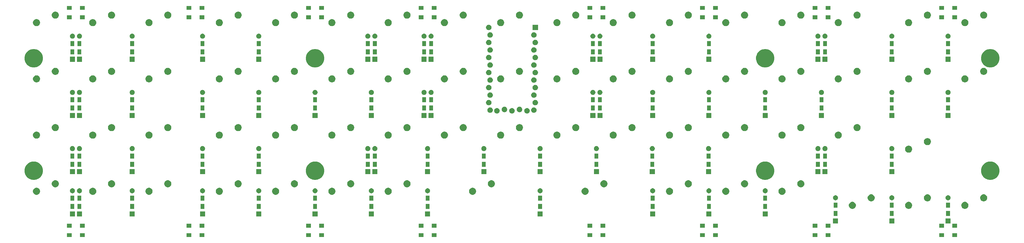
<source format=gbr>
G04 #@! TF.GenerationSoftware,KiCad,Pcbnew,(6.0.0-rc1-dev-577-ge0316af69)*
G04 #@! TF.CreationDate,2019-06-10T21:21:03-05:00*
G04 #@! TF.ProjectId,OrthonautSouthpaw,4F7274686F6E617574536F7574687061,v1*
G04 #@! TF.SameCoordinates,Original*
G04 #@! TF.FileFunction,Soldermask,Bot*
G04 #@! TF.FilePolarity,Negative*
%FSLAX46Y46*%
G04 Gerber Fmt 4.6, Leading zero omitted, Abs format (unit mm)*
G04 Created by KiCad (PCBNEW (6.0.0-rc1-dev-577-ge0316af69)) date 06/10/19 21:21:03*
%MOMM*%
%LPD*%
G01*
G04 APERTURE LIST*
%ADD10C,0.100000*%
G04 APERTURE END LIST*
D10*
G36*
X356876000Y-98438500D02*
X355274000Y-98438500D01*
X355274000Y-97136500D01*
X356876000Y-97136500D01*
X356876000Y-98438500D01*
X356876000Y-98438500D01*
G37*
G36*
X102751000Y-98438500D02*
X101149000Y-98438500D01*
X101149000Y-97136500D01*
X102751000Y-97136500D01*
X102751000Y-98438500D01*
X102751000Y-98438500D01*
G37*
G36*
X238126000Y-98438500D02*
X236524000Y-98438500D01*
X236524000Y-97136500D01*
X238126000Y-97136500D01*
X238126000Y-98438500D01*
X238126000Y-98438500D01*
G37*
G36*
X233726000Y-98438500D02*
X232124000Y-98438500D01*
X232124000Y-97136500D01*
X233726000Y-97136500D01*
X233726000Y-98438500D01*
X233726000Y-98438500D01*
G37*
G36*
X57976000Y-98438500D02*
X56374000Y-98438500D01*
X56374000Y-97136500D01*
X57976000Y-97136500D01*
X57976000Y-98438500D01*
X57976000Y-98438500D01*
G37*
G36*
X62376000Y-98438500D02*
X60774000Y-98438500D01*
X60774000Y-97136500D01*
X62376000Y-97136500D01*
X62376000Y-98438500D01*
X62376000Y-98438500D01*
G37*
G36*
X98351000Y-98438500D02*
X96749000Y-98438500D01*
X96749000Y-97136500D01*
X98351000Y-97136500D01*
X98351000Y-98438500D01*
X98351000Y-98438500D01*
G37*
G36*
X271726000Y-98438500D02*
X270124000Y-98438500D01*
X270124000Y-97136500D01*
X271726000Y-97136500D01*
X271726000Y-98438500D01*
X271726000Y-98438500D01*
G37*
G36*
X276126000Y-98438500D02*
X274524000Y-98438500D01*
X274524000Y-97136500D01*
X276126000Y-97136500D01*
X276126000Y-98438500D01*
X276126000Y-98438500D01*
G37*
G36*
X138726000Y-98438500D02*
X137124000Y-98438500D01*
X137124000Y-97136500D01*
X138726000Y-97136500D01*
X138726000Y-98438500D01*
X138726000Y-98438500D01*
G37*
G36*
X314126000Y-98438500D02*
X312524000Y-98438500D01*
X312524000Y-97136500D01*
X314126000Y-97136500D01*
X314126000Y-98438500D01*
X314126000Y-98438500D01*
G37*
G36*
X309726000Y-98438500D02*
X308124000Y-98438500D01*
X308124000Y-97136500D01*
X309726000Y-97136500D01*
X309726000Y-98438500D01*
X309726000Y-98438500D01*
G37*
G36*
X176726000Y-98438500D02*
X175124000Y-98438500D01*
X175124000Y-97136500D01*
X176726000Y-97136500D01*
X176726000Y-98438500D01*
X176726000Y-98438500D01*
G37*
G36*
X181126000Y-98438500D02*
X179524000Y-98438500D01*
X179524000Y-97136500D01*
X181126000Y-97136500D01*
X181126000Y-98438500D01*
X181126000Y-98438500D01*
G37*
G36*
X352476000Y-98438500D02*
X350874000Y-98438500D01*
X350874000Y-97136500D01*
X352476000Y-97136500D01*
X352476000Y-98438500D01*
X352476000Y-98438500D01*
G37*
G36*
X143126000Y-98438500D02*
X141524000Y-98438500D01*
X141524000Y-97136500D01*
X143126000Y-97136500D01*
X143126000Y-98438500D01*
X143126000Y-98438500D01*
G37*
G36*
X102751000Y-95238500D02*
X101149000Y-95238500D01*
X101149000Y-93936500D01*
X102751000Y-93936500D01*
X102751000Y-95238500D01*
X102751000Y-95238500D01*
G37*
G36*
X98351000Y-95238500D02*
X96749000Y-95238500D01*
X96749000Y-93936500D01*
X98351000Y-93936500D01*
X98351000Y-95238500D01*
X98351000Y-95238500D01*
G37*
G36*
X276126000Y-95238500D02*
X274524000Y-95238500D01*
X274524000Y-93936500D01*
X276126000Y-93936500D01*
X276126000Y-95238500D01*
X276126000Y-95238500D01*
G37*
G36*
X143126000Y-95238500D02*
X141524000Y-95238500D01*
X141524000Y-93936500D01*
X143126000Y-93936500D01*
X143126000Y-95238500D01*
X143126000Y-95238500D01*
G37*
G36*
X238126000Y-95238500D02*
X236524000Y-95238500D01*
X236524000Y-93936500D01*
X238126000Y-93936500D01*
X238126000Y-95238500D01*
X238126000Y-95238500D01*
G37*
G36*
X138726000Y-95238500D02*
X137124000Y-95238500D01*
X137124000Y-93936500D01*
X138726000Y-93936500D01*
X138726000Y-95238500D01*
X138726000Y-95238500D01*
G37*
G36*
X314126000Y-95238500D02*
X312524000Y-95238500D01*
X312524000Y-93936500D01*
X314126000Y-93936500D01*
X314126000Y-95238500D01*
X314126000Y-95238500D01*
G37*
G36*
X62376000Y-95238500D02*
X60774000Y-95238500D01*
X60774000Y-93936500D01*
X62376000Y-93936500D01*
X62376000Y-95238500D01*
X62376000Y-95238500D01*
G37*
G36*
X271726000Y-95238500D02*
X270124000Y-95238500D01*
X270124000Y-93936500D01*
X271726000Y-93936500D01*
X271726000Y-95238500D01*
X271726000Y-95238500D01*
G37*
G36*
X176726000Y-95238500D02*
X175124000Y-95238500D01*
X175124000Y-93936500D01*
X176726000Y-93936500D01*
X176726000Y-95238500D01*
X176726000Y-95238500D01*
G37*
G36*
X181126000Y-95238500D02*
X179524000Y-95238500D01*
X179524000Y-93936500D01*
X181126000Y-93936500D01*
X181126000Y-95238500D01*
X181126000Y-95238500D01*
G37*
G36*
X352476000Y-95238500D02*
X350874000Y-95238500D01*
X350874000Y-93936500D01*
X352476000Y-93936500D01*
X352476000Y-95238500D01*
X352476000Y-95238500D01*
G37*
G36*
X57976000Y-95238500D02*
X56374000Y-95238500D01*
X56374000Y-93936500D01*
X57976000Y-93936500D01*
X57976000Y-95238500D01*
X57976000Y-95238500D01*
G37*
G36*
X233726000Y-95238500D02*
X232124000Y-95238500D01*
X232124000Y-93936500D01*
X233726000Y-93936500D01*
X233726000Y-95238500D01*
X233726000Y-95238500D01*
G37*
G36*
X356876000Y-95238500D02*
X355274000Y-95238500D01*
X355274000Y-93936500D01*
X356876000Y-93936500D01*
X356876000Y-95238500D01*
X356876000Y-95238500D01*
G37*
G36*
X309726000Y-95238500D02*
X308124000Y-95238500D01*
X308124000Y-93936500D01*
X309726000Y-93936500D01*
X309726000Y-95238500D01*
X309726000Y-95238500D01*
G37*
G36*
X316726000Y-93813500D02*
X315024000Y-93813500D01*
X315024000Y-92111500D01*
X316726000Y-92111500D01*
X316726000Y-93813500D01*
X316726000Y-93813500D01*
G37*
G36*
X354726000Y-93813500D02*
X353024000Y-93813500D01*
X353024000Y-92111500D01*
X354726000Y-92111500D01*
X354726000Y-93813500D01*
X354726000Y-93813500D01*
G37*
G36*
X335726000Y-93813500D02*
X334024000Y-93813500D01*
X334024000Y-92111500D01*
X335726000Y-92111500D01*
X335726000Y-93813500D01*
X335726000Y-93813500D01*
G37*
G36*
X273976000Y-91438500D02*
X272274000Y-91438500D01*
X272274000Y-89736500D01*
X273976000Y-89736500D01*
X273976000Y-91438500D01*
X273976000Y-91438500D01*
G37*
G36*
X61413500Y-91438500D02*
X59711500Y-91438500D01*
X59711500Y-89736500D01*
X61413500Y-89736500D01*
X61413500Y-91438500D01*
X61413500Y-91438500D01*
G37*
G36*
X121976000Y-91438500D02*
X120274000Y-91438500D01*
X120274000Y-89736500D01*
X121976000Y-89736500D01*
X121976000Y-91438500D01*
X121976000Y-91438500D01*
G37*
G36*
X159976000Y-91438500D02*
X158274000Y-91438500D01*
X158274000Y-89736500D01*
X159976000Y-89736500D01*
X159976000Y-91438500D01*
X159976000Y-91438500D01*
G37*
G36*
X292976000Y-91438500D02*
X291274000Y-91438500D01*
X291274000Y-89736500D01*
X292976000Y-89736500D01*
X292976000Y-91438500D01*
X292976000Y-91438500D01*
G37*
G36*
X178976000Y-91438500D02*
X177274000Y-91438500D01*
X177274000Y-89736500D01*
X178976000Y-89736500D01*
X178976000Y-91438500D01*
X178976000Y-91438500D01*
G37*
G36*
X102976000Y-91438500D02*
X101274000Y-91438500D01*
X101274000Y-89736500D01*
X102976000Y-89736500D01*
X102976000Y-91438500D01*
X102976000Y-91438500D01*
G37*
G36*
X79226000Y-91438500D02*
X77524000Y-91438500D01*
X77524000Y-89736500D01*
X79226000Y-89736500D01*
X79226000Y-91438500D01*
X79226000Y-91438500D01*
G37*
G36*
X59038500Y-91438500D02*
X57336500Y-91438500D01*
X57336500Y-89736500D01*
X59038500Y-89736500D01*
X59038500Y-91438500D01*
X59038500Y-91438500D01*
G37*
G36*
X140976000Y-91438500D02*
X139274000Y-91438500D01*
X139274000Y-89736500D01*
X140976000Y-89736500D01*
X140976000Y-91438500D01*
X140976000Y-91438500D01*
G37*
G36*
X254976000Y-91438500D02*
X253274000Y-91438500D01*
X253274000Y-89736500D01*
X254976000Y-89736500D01*
X254976000Y-91438500D01*
X254976000Y-91438500D01*
G37*
G36*
X216976000Y-91438500D02*
X215274000Y-91438500D01*
X215274000Y-89736500D01*
X216976000Y-89736500D01*
X216976000Y-91438500D01*
X216976000Y-91438500D01*
G37*
G36*
X316526000Y-91313500D02*
X315224000Y-91313500D01*
X315224000Y-89611500D01*
X316526000Y-89611500D01*
X316526000Y-91313500D01*
X316526000Y-91313500D01*
G37*
G36*
X354526000Y-91313500D02*
X353224000Y-91313500D01*
X353224000Y-89611500D01*
X354526000Y-89611500D01*
X354526000Y-91313500D01*
X354526000Y-91313500D01*
G37*
G36*
X335526000Y-91313500D02*
X334224000Y-91313500D01*
X334224000Y-89611500D01*
X335526000Y-89611500D01*
X335526000Y-91313500D01*
X335526000Y-91313500D01*
G37*
G36*
X216776000Y-88938500D02*
X215474000Y-88938500D01*
X215474000Y-87236500D01*
X216776000Y-87236500D01*
X216776000Y-88938500D01*
X216776000Y-88938500D01*
G37*
G36*
X292776000Y-88938500D02*
X291474000Y-88938500D01*
X291474000Y-87236500D01*
X292776000Y-87236500D01*
X292776000Y-88938500D01*
X292776000Y-88938500D01*
G37*
G36*
X273776000Y-88938500D02*
X272474000Y-88938500D01*
X272474000Y-87236500D01*
X273776000Y-87236500D01*
X273776000Y-88938500D01*
X273776000Y-88938500D01*
G37*
G36*
X178776000Y-88938500D02*
X177474000Y-88938500D01*
X177474000Y-87236500D01*
X178776000Y-87236500D01*
X178776000Y-88938500D01*
X178776000Y-88938500D01*
G37*
G36*
X254776000Y-88938500D02*
X253474000Y-88938500D01*
X253474000Y-87236500D01*
X254776000Y-87236500D01*
X254776000Y-88938500D01*
X254776000Y-88938500D01*
G37*
G36*
X102776000Y-88938500D02*
X101474000Y-88938500D01*
X101474000Y-87236500D01*
X102776000Y-87236500D01*
X102776000Y-88938500D01*
X102776000Y-88938500D01*
G37*
G36*
X140776000Y-88938500D02*
X139474000Y-88938500D01*
X139474000Y-87236500D01*
X140776000Y-87236500D01*
X140776000Y-88938500D01*
X140776000Y-88938500D01*
G37*
G36*
X61213500Y-88938500D02*
X59911500Y-88938500D01*
X59911500Y-87236500D01*
X61213500Y-87236500D01*
X61213500Y-88938500D01*
X61213500Y-88938500D01*
G37*
G36*
X121776000Y-88938500D02*
X120474000Y-88938500D01*
X120474000Y-87236500D01*
X121776000Y-87236500D01*
X121776000Y-88938500D01*
X121776000Y-88938500D01*
G37*
G36*
X159776000Y-88938500D02*
X158474000Y-88938500D01*
X158474000Y-87236500D01*
X159776000Y-87236500D01*
X159776000Y-88938500D01*
X159776000Y-88938500D01*
G37*
G36*
X79026000Y-88938500D02*
X77724000Y-88938500D01*
X77724000Y-87236500D01*
X79026000Y-87236500D01*
X79026000Y-88938500D01*
X79026000Y-88938500D01*
G37*
G36*
X58838500Y-88938500D02*
X57536500Y-88938500D01*
X57536500Y-87236500D01*
X58838500Y-87236500D01*
X58838500Y-88938500D01*
X58838500Y-88938500D01*
G37*
G36*
X359913277Y-86561885D02*
X360130572Y-86651891D01*
X360326131Y-86782560D01*
X360492440Y-86948869D01*
X360623109Y-87144428D01*
X360713115Y-87361723D01*
X360759000Y-87592401D01*
X360759000Y-87827599D01*
X360713115Y-88058277D01*
X360623109Y-88275572D01*
X360492440Y-88471131D01*
X360326131Y-88637440D01*
X360130572Y-88768109D01*
X359913277Y-88858115D01*
X359682599Y-88904000D01*
X359447401Y-88904000D01*
X359216723Y-88858115D01*
X358999428Y-88768109D01*
X358803869Y-88637440D01*
X358637560Y-88471131D01*
X358506891Y-88275572D01*
X358416885Y-88058277D01*
X358371000Y-87827599D01*
X358371000Y-87592401D01*
X358416885Y-87361723D01*
X358506891Y-87144428D01*
X358637560Y-86948869D01*
X358803869Y-86782560D01*
X358999428Y-86651891D01*
X359216723Y-86561885D01*
X359447401Y-86516000D01*
X359682599Y-86516000D01*
X359913277Y-86561885D01*
X359913277Y-86561885D01*
G37*
G36*
X340913277Y-86561885D02*
X341130572Y-86651891D01*
X341326131Y-86782560D01*
X341492440Y-86948869D01*
X341623109Y-87144428D01*
X341713115Y-87361723D01*
X341759000Y-87592401D01*
X341759000Y-87827599D01*
X341713115Y-88058277D01*
X341623109Y-88275572D01*
X341492440Y-88471131D01*
X341326131Y-88637440D01*
X341130572Y-88768109D01*
X340913277Y-88858115D01*
X340682599Y-88904000D01*
X340447401Y-88904000D01*
X340216723Y-88858115D01*
X339999428Y-88768109D01*
X339803869Y-88637440D01*
X339637560Y-88471131D01*
X339506891Y-88275572D01*
X339416885Y-88058277D01*
X339371000Y-87827599D01*
X339371000Y-87592401D01*
X339416885Y-87361723D01*
X339506891Y-87144428D01*
X339637560Y-86948869D01*
X339803869Y-86782560D01*
X339999428Y-86651891D01*
X340216723Y-86561885D01*
X340447401Y-86516000D01*
X340682599Y-86516000D01*
X340913277Y-86561885D01*
X340913277Y-86561885D01*
G37*
G36*
X321913277Y-86561885D02*
X322130572Y-86651891D01*
X322326131Y-86782560D01*
X322492440Y-86948869D01*
X322623109Y-87144428D01*
X322713115Y-87361723D01*
X322759000Y-87592401D01*
X322759000Y-87827599D01*
X322713115Y-88058277D01*
X322623109Y-88275572D01*
X322492440Y-88471131D01*
X322326131Y-88637440D01*
X322130572Y-88768109D01*
X321913277Y-88858115D01*
X321682599Y-88904000D01*
X321447401Y-88904000D01*
X321216723Y-88858115D01*
X320999428Y-88768109D01*
X320803869Y-88637440D01*
X320637560Y-88471131D01*
X320506891Y-88275572D01*
X320416885Y-88058277D01*
X320371000Y-87827599D01*
X320371000Y-87592401D01*
X320416885Y-87361723D01*
X320506891Y-87144428D01*
X320637560Y-86948869D01*
X320803869Y-86782560D01*
X320999428Y-86651891D01*
X321216723Y-86561885D01*
X321447401Y-86516000D01*
X321682599Y-86516000D01*
X321913277Y-86561885D01*
X321913277Y-86561885D01*
G37*
G36*
X354526000Y-88513500D02*
X353224000Y-88513500D01*
X353224000Y-86811500D01*
X354526000Y-86811500D01*
X354526000Y-88513500D01*
X354526000Y-88513500D01*
G37*
G36*
X335526000Y-88513500D02*
X334224000Y-88513500D01*
X334224000Y-86811500D01*
X335526000Y-86811500D01*
X335526000Y-88513500D01*
X335526000Y-88513500D01*
G37*
G36*
X316526000Y-88513500D02*
X315224000Y-88513500D01*
X315224000Y-86811500D01*
X316526000Y-86811500D01*
X316526000Y-88513500D01*
X316526000Y-88513500D01*
G37*
G36*
X328263277Y-84021885D02*
X328480572Y-84111891D01*
X328676131Y-84242560D01*
X328842440Y-84408869D01*
X328973109Y-84604428D01*
X329063115Y-84821723D01*
X329109000Y-85052401D01*
X329109000Y-85287599D01*
X329063115Y-85518277D01*
X328973109Y-85735572D01*
X328842440Y-85931131D01*
X328676131Y-86097440D01*
X328480572Y-86228109D01*
X328263277Y-86318115D01*
X328032599Y-86364000D01*
X327797401Y-86364000D01*
X327566723Y-86318115D01*
X327349428Y-86228109D01*
X327153869Y-86097440D01*
X326987560Y-85931131D01*
X326856891Y-85735572D01*
X326766885Y-85518277D01*
X326721000Y-85287599D01*
X326721000Y-85052401D01*
X326766885Y-84821723D01*
X326856891Y-84604428D01*
X326987560Y-84408869D01*
X327153869Y-84242560D01*
X327349428Y-84111891D01*
X327566723Y-84021885D01*
X327797401Y-83976000D01*
X328032599Y-83976000D01*
X328263277Y-84021885D01*
X328263277Y-84021885D01*
G37*
G36*
X347263277Y-84021885D02*
X347480572Y-84111891D01*
X347676131Y-84242560D01*
X347842440Y-84408869D01*
X347973109Y-84604428D01*
X348063115Y-84821723D01*
X348109000Y-85052401D01*
X348109000Y-85287599D01*
X348063115Y-85518277D01*
X347973109Y-85735572D01*
X347842440Y-85931131D01*
X347676131Y-86097440D01*
X347480572Y-86228109D01*
X347263277Y-86318115D01*
X347032599Y-86364000D01*
X346797401Y-86364000D01*
X346566723Y-86318115D01*
X346349428Y-86228109D01*
X346153869Y-86097440D01*
X345987560Y-85931131D01*
X345856891Y-85735572D01*
X345766885Y-85518277D01*
X345721000Y-85287599D01*
X345721000Y-85052401D01*
X345766885Y-84821723D01*
X345856891Y-84604428D01*
X345987560Y-84408869D01*
X346153869Y-84242560D01*
X346349428Y-84111891D01*
X346566723Y-84021885D01*
X346797401Y-83976000D01*
X347032599Y-83976000D01*
X347263277Y-84021885D01*
X347263277Y-84021885D01*
G37*
G36*
X366263277Y-84021885D02*
X366480572Y-84111891D01*
X366676131Y-84242560D01*
X366842440Y-84408869D01*
X366973109Y-84604428D01*
X367063115Y-84821723D01*
X367109000Y-85052401D01*
X367109000Y-85287599D01*
X367063115Y-85518277D01*
X366973109Y-85735572D01*
X366842440Y-85931131D01*
X366676131Y-86097440D01*
X366480572Y-86228109D01*
X366263277Y-86318115D01*
X366032599Y-86364000D01*
X365797401Y-86364000D01*
X365566723Y-86318115D01*
X365349428Y-86228109D01*
X365153869Y-86097440D01*
X364987560Y-85931131D01*
X364856891Y-85735572D01*
X364766885Y-85518277D01*
X364721000Y-85287599D01*
X364721000Y-85052401D01*
X364766885Y-84821723D01*
X364856891Y-84604428D01*
X364987560Y-84408869D01*
X365153869Y-84242560D01*
X365349428Y-84111891D01*
X365566723Y-84021885D01*
X365797401Y-83976000D01*
X366032599Y-83976000D01*
X366263277Y-84021885D01*
X366263277Y-84021885D01*
G37*
G36*
X140776000Y-86138500D02*
X139474000Y-86138500D01*
X139474000Y-84436500D01*
X140776000Y-84436500D01*
X140776000Y-86138500D01*
X140776000Y-86138500D01*
G37*
G36*
X273776000Y-86138500D02*
X272474000Y-86138500D01*
X272474000Y-84436500D01*
X273776000Y-84436500D01*
X273776000Y-86138500D01*
X273776000Y-86138500D01*
G37*
G36*
X254776000Y-86138500D02*
X253474000Y-86138500D01*
X253474000Y-84436500D01*
X254776000Y-84436500D01*
X254776000Y-86138500D01*
X254776000Y-86138500D01*
G37*
G36*
X216776000Y-86138500D02*
X215474000Y-86138500D01*
X215474000Y-84436500D01*
X216776000Y-84436500D01*
X216776000Y-86138500D01*
X216776000Y-86138500D01*
G37*
G36*
X159776000Y-86138500D02*
X158474000Y-86138500D01*
X158474000Y-84436500D01*
X159776000Y-84436500D01*
X159776000Y-86138500D01*
X159776000Y-86138500D01*
G37*
G36*
X58838500Y-86138500D02*
X57536500Y-86138500D01*
X57536500Y-84436500D01*
X58838500Y-84436500D01*
X58838500Y-86138500D01*
X58838500Y-86138500D01*
G37*
G36*
X79026000Y-86138500D02*
X77724000Y-86138500D01*
X77724000Y-84436500D01*
X79026000Y-84436500D01*
X79026000Y-86138500D01*
X79026000Y-86138500D01*
G37*
G36*
X102776000Y-86138500D02*
X101474000Y-86138500D01*
X101474000Y-84436500D01*
X102776000Y-84436500D01*
X102776000Y-86138500D01*
X102776000Y-86138500D01*
G37*
G36*
X178776000Y-86138500D02*
X177474000Y-86138500D01*
X177474000Y-84436500D01*
X178776000Y-84436500D01*
X178776000Y-86138500D01*
X178776000Y-86138500D01*
G37*
G36*
X292776000Y-86138500D02*
X291474000Y-86138500D01*
X291474000Y-84436500D01*
X292776000Y-84436500D01*
X292776000Y-86138500D01*
X292776000Y-86138500D01*
G37*
G36*
X121776000Y-86138500D02*
X120474000Y-86138500D01*
X120474000Y-84436500D01*
X121776000Y-84436500D01*
X121776000Y-86138500D01*
X121776000Y-86138500D01*
G37*
G36*
X61213500Y-86138500D02*
X59911500Y-86138500D01*
X59911500Y-84436500D01*
X61213500Y-84436500D01*
X61213500Y-86138500D01*
X61213500Y-86138500D01*
G37*
G36*
X335123228Y-84344203D02*
X335278100Y-84408353D01*
X335417481Y-84501485D01*
X335536015Y-84620019D01*
X335629147Y-84759400D01*
X335693297Y-84914272D01*
X335726000Y-85078684D01*
X335726000Y-85246316D01*
X335693297Y-85410728D01*
X335629147Y-85565600D01*
X335536015Y-85704981D01*
X335417481Y-85823515D01*
X335278100Y-85916647D01*
X335123228Y-85980797D01*
X334958816Y-86013500D01*
X334791184Y-86013500D01*
X334626772Y-85980797D01*
X334471900Y-85916647D01*
X334332519Y-85823515D01*
X334213985Y-85704981D01*
X334120853Y-85565600D01*
X334056703Y-85410728D01*
X334024000Y-85246316D01*
X334024000Y-85078684D01*
X334056703Y-84914272D01*
X334120853Y-84759400D01*
X334213985Y-84620019D01*
X334332519Y-84501485D01*
X334471900Y-84408353D01*
X334626772Y-84344203D01*
X334791184Y-84311500D01*
X334958816Y-84311500D01*
X335123228Y-84344203D01*
X335123228Y-84344203D01*
G37*
G36*
X354123228Y-84344203D02*
X354278100Y-84408353D01*
X354417481Y-84501485D01*
X354536015Y-84620019D01*
X354629147Y-84759400D01*
X354693297Y-84914272D01*
X354726000Y-85078684D01*
X354726000Y-85246316D01*
X354693297Y-85410728D01*
X354629147Y-85565600D01*
X354536015Y-85704981D01*
X354417481Y-85823515D01*
X354278100Y-85916647D01*
X354123228Y-85980797D01*
X353958816Y-86013500D01*
X353791184Y-86013500D01*
X353626772Y-85980797D01*
X353471900Y-85916647D01*
X353332519Y-85823515D01*
X353213985Y-85704981D01*
X353120853Y-85565600D01*
X353056703Y-85410728D01*
X353024000Y-85246316D01*
X353024000Y-85078684D01*
X353056703Y-84914272D01*
X353120853Y-84759400D01*
X353213985Y-84620019D01*
X353332519Y-84501485D01*
X353471900Y-84408353D01*
X353626772Y-84344203D01*
X353791184Y-84311500D01*
X353958816Y-84311500D01*
X354123228Y-84344203D01*
X354123228Y-84344203D01*
G37*
G36*
X316123228Y-84344203D02*
X316278100Y-84408353D01*
X316417481Y-84501485D01*
X316536015Y-84620019D01*
X316629147Y-84759400D01*
X316693297Y-84914272D01*
X316726000Y-85078684D01*
X316726000Y-85246316D01*
X316693297Y-85410728D01*
X316629147Y-85565600D01*
X316536015Y-85704981D01*
X316417481Y-85823515D01*
X316278100Y-85916647D01*
X316123228Y-85980797D01*
X315958816Y-86013500D01*
X315791184Y-86013500D01*
X315626772Y-85980797D01*
X315471900Y-85916647D01*
X315332519Y-85823515D01*
X315213985Y-85704981D01*
X315120853Y-85565600D01*
X315056703Y-85410728D01*
X315024000Y-85246316D01*
X315024000Y-85078684D01*
X315056703Y-84914272D01*
X315120853Y-84759400D01*
X315213985Y-84620019D01*
X315332519Y-84501485D01*
X315471900Y-84408353D01*
X315626772Y-84344203D01*
X315791184Y-84311500D01*
X315958816Y-84311500D01*
X316123228Y-84344203D01*
X316123228Y-84344203D01*
G37*
G36*
X84413277Y-81811885D02*
X84630572Y-81901891D01*
X84826131Y-82032560D01*
X84992440Y-82198869D01*
X85123109Y-82394428D01*
X85213115Y-82611723D01*
X85259000Y-82842401D01*
X85259000Y-83077599D01*
X85213115Y-83308277D01*
X85123109Y-83525572D01*
X84992440Y-83721131D01*
X84826131Y-83887440D01*
X84630572Y-84018109D01*
X84413277Y-84108115D01*
X84182599Y-84154000D01*
X83947401Y-84154000D01*
X83716723Y-84108115D01*
X83499428Y-84018109D01*
X83303869Y-83887440D01*
X83137560Y-83721131D01*
X83006891Y-83525572D01*
X82916885Y-83308277D01*
X82871000Y-83077599D01*
X82871000Y-82842401D01*
X82916885Y-82611723D01*
X83006891Y-82394428D01*
X83137560Y-82198869D01*
X83303869Y-82032560D01*
X83499428Y-81901891D01*
X83716723Y-81811885D01*
X83947401Y-81766000D01*
X84182599Y-81766000D01*
X84413277Y-81811885D01*
X84413277Y-81811885D01*
G37*
G36*
X279163277Y-81811885D02*
X279380572Y-81901891D01*
X279576131Y-82032560D01*
X279742440Y-82198869D01*
X279873109Y-82394428D01*
X279963115Y-82611723D01*
X280009000Y-82842401D01*
X280009000Y-83077599D01*
X279963115Y-83308277D01*
X279873109Y-83525572D01*
X279742440Y-83721131D01*
X279576131Y-83887440D01*
X279380572Y-84018109D01*
X279163277Y-84108115D01*
X278932599Y-84154000D01*
X278697401Y-84154000D01*
X278466723Y-84108115D01*
X278249428Y-84018109D01*
X278053869Y-83887440D01*
X277887560Y-83721131D01*
X277756891Y-83525572D01*
X277666885Y-83308277D01*
X277621000Y-83077599D01*
X277621000Y-82842401D01*
X277666885Y-82611723D01*
X277756891Y-82394428D01*
X277887560Y-82198869D01*
X278053869Y-82032560D01*
X278249428Y-81901891D01*
X278466723Y-81811885D01*
X278697401Y-81766000D01*
X278932599Y-81766000D01*
X279163277Y-81811885D01*
X279163277Y-81811885D01*
G37*
G36*
X231663277Y-81811885D02*
X231880572Y-81901891D01*
X232076131Y-82032560D01*
X232242440Y-82198869D01*
X232373109Y-82394428D01*
X232463115Y-82611723D01*
X232509000Y-82842401D01*
X232509000Y-83077599D01*
X232463115Y-83308277D01*
X232373109Y-83525572D01*
X232242440Y-83721131D01*
X232076131Y-83887440D01*
X231880572Y-84018109D01*
X231663277Y-84108115D01*
X231432599Y-84154000D01*
X231197401Y-84154000D01*
X230966723Y-84108115D01*
X230749428Y-84018109D01*
X230553869Y-83887440D01*
X230387560Y-83721131D01*
X230256891Y-83525572D01*
X230166885Y-83308277D01*
X230121000Y-83077599D01*
X230121000Y-82842401D01*
X230166885Y-82611723D01*
X230256891Y-82394428D01*
X230387560Y-82198869D01*
X230553869Y-82032560D01*
X230749428Y-81901891D01*
X230966723Y-81811885D01*
X231197401Y-81766000D01*
X231432599Y-81766000D01*
X231663277Y-81811885D01*
X231663277Y-81811885D01*
G37*
G36*
X193663277Y-81811885D02*
X193880572Y-81901891D01*
X194076131Y-82032560D01*
X194242440Y-82198869D01*
X194373109Y-82394428D01*
X194463115Y-82611723D01*
X194509000Y-82842401D01*
X194509000Y-83077599D01*
X194463115Y-83308277D01*
X194373109Y-83525572D01*
X194242440Y-83721131D01*
X194076131Y-83887440D01*
X193880572Y-84018109D01*
X193663277Y-84108115D01*
X193432599Y-84154000D01*
X193197401Y-84154000D01*
X192966723Y-84108115D01*
X192749428Y-84018109D01*
X192553869Y-83887440D01*
X192387560Y-83721131D01*
X192256891Y-83525572D01*
X192166885Y-83308277D01*
X192121000Y-83077599D01*
X192121000Y-82842401D01*
X192166885Y-82611723D01*
X192256891Y-82394428D01*
X192387560Y-82198869D01*
X192553869Y-82032560D01*
X192749428Y-81901891D01*
X192966723Y-81811885D01*
X193197401Y-81766000D01*
X193432599Y-81766000D01*
X193663277Y-81811885D01*
X193663277Y-81811885D01*
G37*
G36*
X165163277Y-81811885D02*
X165380572Y-81901891D01*
X165576131Y-82032560D01*
X165742440Y-82198869D01*
X165873109Y-82394428D01*
X165963115Y-82611723D01*
X166009000Y-82842401D01*
X166009000Y-83077599D01*
X165963115Y-83308277D01*
X165873109Y-83525572D01*
X165742440Y-83721131D01*
X165576131Y-83887440D01*
X165380572Y-84018109D01*
X165163277Y-84108115D01*
X164932599Y-84154000D01*
X164697401Y-84154000D01*
X164466723Y-84108115D01*
X164249428Y-84018109D01*
X164053869Y-83887440D01*
X163887560Y-83721131D01*
X163756891Y-83525572D01*
X163666885Y-83308277D01*
X163621000Y-83077599D01*
X163621000Y-82842401D01*
X163666885Y-82611723D01*
X163756891Y-82394428D01*
X163887560Y-82198869D01*
X164053869Y-82032560D01*
X164249428Y-81901891D01*
X164466723Y-81811885D01*
X164697401Y-81766000D01*
X164932599Y-81766000D01*
X165163277Y-81811885D01*
X165163277Y-81811885D01*
G37*
G36*
X146163277Y-81811885D02*
X146380572Y-81901891D01*
X146576131Y-82032560D01*
X146742440Y-82198869D01*
X146873109Y-82394428D01*
X146963115Y-82611723D01*
X147009000Y-82842401D01*
X147009000Y-83077599D01*
X146963115Y-83308277D01*
X146873109Y-83525572D01*
X146742440Y-83721131D01*
X146576131Y-83887440D01*
X146380572Y-84018109D01*
X146163277Y-84108115D01*
X145932599Y-84154000D01*
X145697401Y-84154000D01*
X145466723Y-84108115D01*
X145249428Y-84018109D01*
X145053869Y-83887440D01*
X144887560Y-83721131D01*
X144756891Y-83525572D01*
X144666885Y-83308277D01*
X144621000Y-83077599D01*
X144621000Y-82842401D01*
X144666885Y-82611723D01*
X144756891Y-82394428D01*
X144887560Y-82198869D01*
X145053869Y-82032560D01*
X145249428Y-81901891D01*
X145466723Y-81811885D01*
X145697401Y-81766000D01*
X145932599Y-81766000D01*
X146163277Y-81811885D01*
X146163277Y-81811885D01*
G37*
G36*
X127163277Y-81811885D02*
X127380572Y-81901891D01*
X127576131Y-82032560D01*
X127742440Y-82198869D01*
X127873109Y-82394428D01*
X127963115Y-82611723D01*
X128009000Y-82842401D01*
X128009000Y-83077599D01*
X127963115Y-83308277D01*
X127873109Y-83525572D01*
X127742440Y-83721131D01*
X127576131Y-83887440D01*
X127380572Y-84018109D01*
X127163277Y-84108115D01*
X126932599Y-84154000D01*
X126697401Y-84154000D01*
X126466723Y-84108115D01*
X126249428Y-84018109D01*
X126053869Y-83887440D01*
X125887560Y-83721131D01*
X125756891Y-83525572D01*
X125666885Y-83308277D01*
X125621000Y-83077599D01*
X125621000Y-82842401D01*
X125666885Y-82611723D01*
X125756891Y-82394428D01*
X125887560Y-82198869D01*
X126053869Y-82032560D01*
X126249428Y-81901891D01*
X126466723Y-81811885D01*
X126697401Y-81766000D01*
X126932599Y-81766000D01*
X127163277Y-81811885D01*
X127163277Y-81811885D01*
G37*
G36*
X108163277Y-81811885D02*
X108380572Y-81901891D01*
X108576131Y-82032560D01*
X108742440Y-82198869D01*
X108873109Y-82394428D01*
X108963115Y-82611723D01*
X109009000Y-82842401D01*
X109009000Y-83077599D01*
X108963115Y-83308277D01*
X108873109Y-83525572D01*
X108742440Y-83721131D01*
X108576131Y-83887440D01*
X108380572Y-84018109D01*
X108163277Y-84108115D01*
X107932599Y-84154000D01*
X107697401Y-84154000D01*
X107466723Y-84108115D01*
X107249428Y-84018109D01*
X107053869Y-83887440D01*
X106887560Y-83721131D01*
X106756891Y-83525572D01*
X106666885Y-83308277D01*
X106621000Y-83077599D01*
X106621000Y-82842401D01*
X106666885Y-82611723D01*
X106756891Y-82394428D01*
X106887560Y-82198869D01*
X107053869Y-82032560D01*
X107249428Y-81901891D01*
X107466723Y-81811885D01*
X107697401Y-81766000D01*
X107932599Y-81766000D01*
X108163277Y-81811885D01*
X108163277Y-81811885D01*
G37*
G36*
X46413277Y-81811885D02*
X46630572Y-81901891D01*
X46826131Y-82032560D01*
X46992440Y-82198869D01*
X47123109Y-82394428D01*
X47213115Y-82611723D01*
X47259000Y-82842401D01*
X47259000Y-83077599D01*
X47213115Y-83308277D01*
X47123109Y-83525572D01*
X46992440Y-83721131D01*
X46826131Y-83887440D01*
X46630572Y-84018109D01*
X46413277Y-84108115D01*
X46182599Y-84154000D01*
X45947401Y-84154000D01*
X45716723Y-84108115D01*
X45499428Y-84018109D01*
X45303869Y-83887440D01*
X45137560Y-83721131D01*
X45006891Y-83525572D01*
X44916885Y-83308277D01*
X44871000Y-83077599D01*
X44871000Y-82842401D01*
X44916885Y-82611723D01*
X45006891Y-82394428D01*
X45137560Y-82198869D01*
X45303869Y-82032560D01*
X45499428Y-81901891D01*
X45716723Y-81811885D01*
X45947401Y-81766000D01*
X46182599Y-81766000D01*
X46413277Y-81811885D01*
X46413277Y-81811885D01*
G37*
G36*
X65413277Y-81811885D02*
X65630572Y-81901891D01*
X65826131Y-82032560D01*
X65992440Y-82198869D01*
X66123109Y-82394428D01*
X66213115Y-82611723D01*
X66259000Y-82842401D01*
X66259000Y-83077599D01*
X66213115Y-83308277D01*
X66123109Y-83525572D01*
X65992440Y-83721131D01*
X65826131Y-83887440D01*
X65630572Y-84018109D01*
X65413277Y-84108115D01*
X65182599Y-84154000D01*
X64947401Y-84154000D01*
X64716723Y-84108115D01*
X64499428Y-84018109D01*
X64303869Y-83887440D01*
X64137560Y-83721131D01*
X64006891Y-83525572D01*
X63916885Y-83308277D01*
X63871000Y-83077599D01*
X63871000Y-82842401D01*
X63916885Y-82611723D01*
X64006891Y-82394428D01*
X64137560Y-82198869D01*
X64303869Y-82032560D01*
X64499428Y-81901891D01*
X64716723Y-81811885D01*
X64947401Y-81766000D01*
X65182599Y-81766000D01*
X65413277Y-81811885D01*
X65413277Y-81811885D01*
G37*
G36*
X260163277Y-81811885D02*
X260380572Y-81901891D01*
X260576131Y-82032560D01*
X260742440Y-82198869D01*
X260873109Y-82394428D01*
X260963115Y-82611723D01*
X261009000Y-82842401D01*
X261009000Y-83077599D01*
X260963115Y-83308277D01*
X260873109Y-83525572D01*
X260742440Y-83721131D01*
X260576131Y-83887440D01*
X260380572Y-84018109D01*
X260163277Y-84108115D01*
X259932599Y-84154000D01*
X259697401Y-84154000D01*
X259466723Y-84108115D01*
X259249428Y-84018109D01*
X259053869Y-83887440D01*
X258887560Y-83721131D01*
X258756891Y-83525572D01*
X258666885Y-83308277D01*
X258621000Y-83077599D01*
X258621000Y-82842401D01*
X258666885Y-82611723D01*
X258756891Y-82394428D01*
X258887560Y-82198869D01*
X259053869Y-82032560D01*
X259249428Y-81901891D01*
X259466723Y-81811885D01*
X259697401Y-81766000D01*
X259932599Y-81766000D01*
X260163277Y-81811885D01*
X260163277Y-81811885D01*
G37*
G36*
X298163277Y-81811885D02*
X298380572Y-81901891D01*
X298576131Y-82032560D01*
X298742440Y-82198869D01*
X298873109Y-82394428D01*
X298963115Y-82611723D01*
X299009000Y-82842401D01*
X299009000Y-83077599D01*
X298963115Y-83308277D01*
X298873109Y-83525572D01*
X298742440Y-83721131D01*
X298576131Y-83887440D01*
X298380572Y-84018109D01*
X298163277Y-84108115D01*
X297932599Y-84154000D01*
X297697401Y-84154000D01*
X297466723Y-84108115D01*
X297249428Y-84018109D01*
X297053869Y-83887440D01*
X296887560Y-83721131D01*
X296756891Y-83525572D01*
X296666885Y-83308277D01*
X296621000Y-83077599D01*
X296621000Y-82842401D01*
X296666885Y-82611723D01*
X296756891Y-82394428D01*
X296887560Y-82198869D01*
X297053869Y-82032560D01*
X297249428Y-81901891D01*
X297466723Y-81811885D01*
X297697401Y-81766000D01*
X297932599Y-81766000D01*
X298163277Y-81811885D01*
X298163277Y-81811885D01*
G37*
G36*
X140373228Y-81969203D02*
X140528100Y-82033353D01*
X140667481Y-82126485D01*
X140786015Y-82245019D01*
X140879147Y-82384400D01*
X140943297Y-82539272D01*
X140976000Y-82703684D01*
X140976000Y-82871316D01*
X140943297Y-83035728D01*
X140879147Y-83190600D01*
X140786015Y-83329981D01*
X140667481Y-83448515D01*
X140528100Y-83541647D01*
X140373228Y-83605797D01*
X140208816Y-83638500D01*
X140041184Y-83638500D01*
X139876772Y-83605797D01*
X139721900Y-83541647D01*
X139582519Y-83448515D01*
X139463985Y-83329981D01*
X139370853Y-83190600D01*
X139306703Y-83035728D01*
X139274000Y-82871316D01*
X139274000Y-82703684D01*
X139306703Y-82539272D01*
X139370853Y-82384400D01*
X139463985Y-82245019D01*
X139582519Y-82126485D01*
X139721900Y-82033353D01*
X139876772Y-81969203D01*
X140041184Y-81936500D01*
X140208816Y-81936500D01*
X140373228Y-81969203D01*
X140373228Y-81969203D01*
G37*
G36*
X60810728Y-81969203D02*
X60965600Y-82033353D01*
X61104981Y-82126485D01*
X61223515Y-82245019D01*
X61316647Y-82384400D01*
X61380797Y-82539272D01*
X61413500Y-82703684D01*
X61413500Y-82871316D01*
X61380797Y-83035728D01*
X61316647Y-83190600D01*
X61223515Y-83329981D01*
X61104981Y-83448515D01*
X60965600Y-83541647D01*
X60810728Y-83605797D01*
X60646316Y-83638500D01*
X60478684Y-83638500D01*
X60314272Y-83605797D01*
X60159400Y-83541647D01*
X60020019Y-83448515D01*
X59901485Y-83329981D01*
X59808353Y-83190600D01*
X59744203Y-83035728D01*
X59711500Y-82871316D01*
X59711500Y-82703684D01*
X59744203Y-82539272D01*
X59808353Y-82384400D01*
X59901485Y-82245019D01*
X60020019Y-82126485D01*
X60159400Y-82033353D01*
X60314272Y-81969203D01*
X60478684Y-81936500D01*
X60646316Y-81936500D01*
X60810728Y-81969203D01*
X60810728Y-81969203D01*
G37*
G36*
X58435728Y-81969203D02*
X58590600Y-82033353D01*
X58729981Y-82126485D01*
X58848515Y-82245019D01*
X58941647Y-82384400D01*
X59005797Y-82539272D01*
X59038500Y-82703684D01*
X59038500Y-82871316D01*
X59005797Y-83035728D01*
X58941647Y-83190600D01*
X58848515Y-83329981D01*
X58729981Y-83448515D01*
X58590600Y-83541647D01*
X58435728Y-83605797D01*
X58271316Y-83638500D01*
X58103684Y-83638500D01*
X57939272Y-83605797D01*
X57784400Y-83541647D01*
X57645019Y-83448515D01*
X57526485Y-83329981D01*
X57433353Y-83190600D01*
X57369203Y-83035728D01*
X57336500Y-82871316D01*
X57336500Y-82703684D01*
X57369203Y-82539272D01*
X57433353Y-82384400D01*
X57526485Y-82245019D01*
X57645019Y-82126485D01*
X57784400Y-82033353D01*
X57939272Y-81969203D01*
X58103684Y-81936500D01*
X58271316Y-81936500D01*
X58435728Y-81969203D01*
X58435728Y-81969203D01*
G37*
G36*
X102373228Y-81969203D02*
X102528100Y-82033353D01*
X102667481Y-82126485D01*
X102786015Y-82245019D01*
X102879147Y-82384400D01*
X102943297Y-82539272D01*
X102976000Y-82703684D01*
X102976000Y-82871316D01*
X102943297Y-83035728D01*
X102879147Y-83190600D01*
X102786015Y-83329981D01*
X102667481Y-83448515D01*
X102528100Y-83541647D01*
X102373228Y-83605797D01*
X102208816Y-83638500D01*
X102041184Y-83638500D01*
X101876772Y-83605797D01*
X101721900Y-83541647D01*
X101582519Y-83448515D01*
X101463985Y-83329981D01*
X101370853Y-83190600D01*
X101306703Y-83035728D01*
X101274000Y-82871316D01*
X101274000Y-82703684D01*
X101306703Y-82539272D01*
X101370853Y-82384400D01*
X101463985Y-82245019D01*
X101582519Y-82126485D01*
X101721900Y-82033353D01*
X101876772Y-81969203D01*
X102041184Y-81936500D01*
X102208816Y-81936500D01*
X102373228Y-81969203D01*
X102373228Y-81969203D01*
G37*
G36*
X121373228Y-81969203D02*
X121528100Y-82033353D01*
X121667481Y-82126485D01*
X121786015Y-82245019D01*
X121879147Y-82384400D01*
X121943297Y-82539272D01*
X121976000Y-82703684D01*
X121976000Y-82871316D01*
X121943297Y-83035728D01*
X121879147Y-83190600D01*
X121786015Y-83329981D01*
X121667481Y-83448515D01*
X121528100Y-83541647D01*
X121373228Y-83605797D01*
X121208816Y-83638500D01*
X121041184Y-83638500D01*
X120876772Y-83605797D01*
X120721900Y-83541647D01*
X120582519Y-83448515D01*
X120463985Y-83329981D01*
X120370853Y-83190600D01*
X120306703Y-83035728D01*
X120274000Y-82871316D01*
X120274000Y-82703684D01*
X120306703Y-82539272D01*
X120370853Y-82384400D01*
X120463985Y-82245019D01*
X120582519Y-82126485D01*
X120721900Y-82033353D01*
X120876772Y-81969203D01*
X121041184Y-81936500D01*
X121208816Y-81936500D01*
X121373228Y-81969203D01*
X121373228Y-81969203D01*
G37*
G36*
X78623228Y-81969203D02*
X78778100Y-82033353D01*
X78917481Y-82126485D01*
X79036015Y-82245019D01*
X79129147Y-82384400D01*
X79193297Y-82539272D01*
X79226000Y-82703684D01*
X79226000Y-82871316D01*
X79193297Y-83035728D01*
X79129147Y-83190600D01*
X79036015Y-83329981D01*
X78917481Y-83448515D01*
X78778100Y-83541647D01*
X78623228Y-83605797D01*
X78458816Y-83638500D01*
X78291184Y-83638500D01*
X78126772Y-83605797D01*
X77971900Y-83541647D01*
X77832519Y-83448515D01*
X77713985Y-83329981D01*
X77620853Y-83190600D01*
X77556703Y-83035728D01*
X77524000Y-82871316D01*
X77524000Y-82703684D01*
X77556703Y-82539272D01*
X77620853Y-82384400D01*
X77713985Y-82245019D01*
X77832519Y-82126485D01*
X77971900Y-82033353D01*
X78126772Y-81969203D01*
X78291184Y-81936500D01*
X78458816Y-81936500D01*
X78623228Y-81969203D01*
X78623228Y-81969203D01*
G37*
G36*
X216373228Y-81969203D02*
X216528100Y-82033353D01*
X216667481Y-82126485D01*
X216786015Y-82245019D01*
X216879147Y-82384400D01*
X216943297Y-82539272D01*
X216976000Y-82703684D01*
X216976000Y-82871316D01*
X216943297Y-83035728D01*
X216879147Y-83190600D01*
X216786015Y-83329981D01*
X216667481Y-83448515D01*
X216528100Y-83541647D01*
X216373228Y-83605797D01*
X216208816Y-83638500D01*
X216041184Y-83638500D01*
X215876772Y-83605797D01*
X215721900Y-83541647D01*
X215582519Y-83448515D01*
X215463985Y-83329981D01*
X215370853Y-83190600D01*
X215306703Y-83035728D01*
X215274000Y-82871316D01*
X215274000Y-82703684D01*
X215306703Y-82539272D01*
X215370853Y-82384400D01*
X215463985Y-82245019D01*
X215582519Y-82126485D01*
X215721900Y-82033353D01*
X215876772Y-81969203D01*
X216041184Y-81936500D01*
X216208816Y-81936500D01*
X216373228Y-81969203D01*
X216373228Y-81969203D01*
G37*
G36*
X254373228Y-81969203D02*
X254528100Y-82033353D01*
X254667481Y-82126485D01*
X254786015Y-82245019D01*
X254879147Y-82384400D01*
X254943297Y-82539272D01*
X254976000Y-82703684D01*
X254976000Y-82871316D01*
X254943297Y-83035728D01*
X254879147Y-83190600D01*
X254786015Y-83329981D01*
X254667481Y-83448515D01*
X254528100Y-83541647D01*
X254373228Y-83605797D01*
X254208816Y-83638500D01*
X254041184Y-83638500D01*
X253876772Y-83605797D01*
X253721900Y-83541647D01*
X253582519Y-83448515D01*
X253463985Y-83329981D01*
X253370853Y-83190600D01*
X253306703Y-83035728D01*
X253274000Y-82871316D01*
X253274000Y-82703684D01*
X253306703Y-82539272D01*
X253370853Y-82384400D01*
X253463985Y-82245019D01*
X253582519Y-82126485D01*
X253721900Y-82033353D01*
X253876772Y-81969203D01*
X254041184Y-81936500D01*
X254208816Y-81936500D01*
X254373228Y-81969203D01*
X254373228Y-81969203D01*
G37*
G36*
X292373228Y-81969203D02*
X292528100Y-82033353D01*
X292667481Y-82126485D01*
X292786015Y-82245019D01*
X292879147Y-82384400D01*
X292943297Y-82539272D01*
X292976000Y-82703684D01*
X292976000Y-82871316D01*
X292943297Y-83035728D01*
X292879147Y-83190600D01*
X292786015Y-83329981D01*
X292667481Y-83448515D01*
X292528100Y-83541647D01*
X292373228Y-83605797D01*
X292208816Y-83638500D01*
X292041184Y-83638500D01*
X291876772Y-83605797D01*
X291721900Y-83541647D01*
X291582519Y-83448515D01*
X291463985Y-83329981D01*
X291370853Y-83190600D01*
X291306703Y-83035728D01*
X291274000Y-82871316D01*
X291274000Y-82703684D01*
X291306703Y-82539272D01*
X291370853Y-82384400D01*
X291463985Y-82245019D01*
X291582519Y-82126485D01*
X291721900Y-82033353D01*
X291876772Y-81969203D01*
X292041184Y-81936500D01*
X292208816Y-81936500D01*
X292373228Y-81969203D01*
X292373228Y-81969203D01*
G37*
G36*
X159373228Y-81969203D02*
X159528100Y-82033353D01*
X159667481Y-82126485D01*
X159786015Y-82245019D01*
X159879147Y-82384400D01*
X159943297Y-82539272D01*
X159976000Y-82703684D01*
X159976000Y-82871316D01*
X159943297Y-83035728D01*
X159879147Y-83190600D01*
X159786015Y-83329981D01*
X159667481Y-83448515D01*
X159528100Y-83541647D01*
X159373228Y-83605797D01*
X159208816Y-83638500D01*
X159041184Y-83638500D01*
X158876772Y-83605797D01*
X158721900Y-83541647D01*
X158582519Y-83448515D01*
X158463985Y-83329981D01*
X158370853Y-83190600D01*
X158306703Y-83035728D01*
X158274000Y-82871316D01*
X158274000Y-82703684D01*
X158306703Y-82539272D01*
X158370853Y-82384400D01*
X158463985Y-82245019D01*
X158582519Y-82126485D01*
X158721900Y-82033353D01*
X158876772Y-81969203D01*
X159041184Y-81936500D01*
X159208816Y-81936500D01*
X159373228Y-81969203D01*
X159373228Y-81969203D01*
G37*
G36*
X273373228Y-81969203D02*
X273528100Y-82033353D01*
X273667481Y-82126485D01*
X273786015Y-82245019D01*
X273879147Y-82384400D01*
X273943297Y-82539272D01*
X273976000Y-82703684D01*
X273976000Y-82871316D01*
X273943297Y-83035728D01*
X273879147Y-83190600D01*
X273786015Y-83329981D01*
X273667481Y-83448515D01*
X273528100Y-83541647D01*
X273373228Y-83605797D01*
X273208816Y-83638500D01*
X273041184Y-83638500D01*
X272876772Y-83605797D01*
X272721900Y-83541647D01*
X272582519Y-83448515D01*
X272463985Y-83329981D01*
X272370853Y-83190600D01*
X272306703Y-83035728D01*
X272274000Y-82871316D01*
X272274000Y-82703684D01*
X272306703Y-82539272D01*
X272370853Y-82384400D01*
X272463985Y-82245019D01*
X272582519Y-82126485D01*
X272721900Y-82033353D01*
X272876772Y-81969203D01*
X273041184Y-81936500D01*
X273208816Y-81936500D01*
X273373228Y-81969203D01*
X273373228Y-81969203D01*
G37*
G36*
X178373228Y-81969203D02*
X178528100Y-82033353D01*
X178667481Y-82126485D01*
X178786015Y-82245019D01*
X178879147Y-82384400D01*
X178943297Y-82539272D01*
X178976000Y-82703684D01*
X178976000Y-82871316D01*
X178943297Y-83035728D01*
X178879147Y-83190600D01*
X178786015Y-83329981D01*
X178667481Y-83448515D01*
X178528100Y-83541647D01*
X178373228Y-83605797D01*
X178208816Y-83638500D01*
X178041184Y-83638500D01*
X177876772Y-83605797D01*
X177721900Y-83541647D01*
X177582519Y-83448515D01*
X177463985Y-83329981D01*
X177370853Y-83190600D01*
X177306703Y-83035728D01*
X177274000Y-82871316D01*
X177274000Y-82703684D01*
X177306703Y-82539272D01*
X177370853Y-82384400D01*
X177463985Y-82245019D01*
X177582519Y-82126485D01*
X177721900Y-82033353D01*
X177876772Y-81969203D01*
X178041184Y-81936500D01*
X178208816Y-81936500D01*
X178373228Y-81969203D01*
X178373228Y-81969203D01*
G37*
G36*
X90763277Y-79271885D02*
X90980572Y-79361891D01*
X91176131Y-79492560D01*
X91342440Y-79658869D01*
X91473109Y-79854428D01*
X91563115Y-80071723D01*
X91609000Y-80302401D01*
X91609000Y-80537599D01*
X91563115Y-80768277D01*
X91473109Y-80985572D01*
X91342440Y-81181131D01*
X91176131Y-81347440D01*
X90980572Y-81478109D01*
X90763277Y-81568115D01*
X90532599Y-81614000D01*
X90297401Y-81614000D01*
X90066723Y-81568115D01*
X89849428Y-81478109D01*
X89653869Y-81347440D01*
X89487560Y-81181131D01*
X89356891Y-80985572D01*
X89266885Y-80768277D01*
X89221000Y-80537599D01*
X89221000Y-80302401D01*
X89266885Y-80071723D01*
X89356891Y-79854428D01*
X89487560Y-79658869D01*
X89653869Y-79492560D01*
X89849428Y-79361891D01*
X90066723Y-79271885D01*
X90297401Y-79226000D01*
X90532599Y-79226000D01*
X90763277Y-79271885D01*
X90763277Y-79271885D01*
G37*
G36*
X304513277Y-79271885D02*
X304730572Y-79361891D01*
X304926131Y-79492560D01*
X305092440Y-79658869D01*
X305223109Y-79854428D01*
X305313115Y-80071723D01*
X305359000Y-80302401D01*
X305359000Y-80537599D01*
X305313115Y-80768277D01*
X305223109Y-80985572D01*
X305092440Y-81181131D01*
X304926131Y-81347440D01*
X304730572Y-81478109D01*
X304513277Y-81568115D01*
X304282599Y-81614000D01*
X304047401Y-81614000D01*
X303816723Y-81568115D01*
X303599428Y-81478109D01*
X303403869Y-81347440D01*
X303237560Y-81181131D01*
X303106891Y-80985572D01*
X303016885Y-80768277D01*
X302971000Y-80537599D01*
X302971000Y-80302401D01*
X303016885Y-80071723D01*
X303106891Y-79854428D01*
X303237560Y-79658869D01*
X303403869Y-79492560D01*
X303599428Y-79361891D01*
X303816723Y-79271885D01*
X304047401Y-79226000D01*
X304282599Y-79226000D01*
X304513277Y-79271885D01*
X304513277Y-79271885D01*
G37*
G36*
X71763277Y-79271885D02*
X71980572Y-79361891D01*
X72176131Y-79492560D01*
X72342440Y-79658869D01*
X72473109Y-79854428D01*
X72563115Y-80071723D01*
X72609000Y-80302401D01*
X72609000Y-80537599D01*
X72563115Y-80768277D01*
X72473109Y-80985572D01*
X72342440Y-81181131D01*
X72176131Y-81347440D01*
X71980572Y-81478109D01*
X71763277Y-81568115D01*
X71532599Y-81614000D01*
X71297401Y-81614000D01*
X71066723Y-81568115D01*
X70849428Y-81478109D01*
X70653869Y-81347440D01*
X70487560Y-81181131D01*
X70356891Y-80985572D01*
X70266885Y-80768277D01*
X70221000Y-80537599D01*
X70221000Y-80302401D01*
X70266885Y-80071723D01*
X70356891Y-79854428D01*
X70487560Y-79658869D01*
X70653869Y-79492560D01*
X70849428Y-79361891D01*
X71066723Y-79271885D01*
X71297401Y-79226000D01*
X71532599Y-79226000D01*
X71763277Y-79271885D01*
X71763277Y-79271885D01*
G37*
G36*
X114513277Y-79271885D02*
X114730572Y-79361891D01*
X114926131Y-79492560D01*
X115092440Y-79658869D01*
X115223109Y-79854428D01*
X115313115Y-80071723D01*
X115359000Y-80302401D01*
X115359000Y-80537599D01*
X115313115Y-80768277D01*
X115223109Y-80985572D01*
X115092440Y-81181131D01*
X114926131Y-81347440D01*
X114730572Y-81478109D01*
X114513277Y-81568115D01*
X114282599Y-81614000D01*
X114047401Y-81614000D01*
X113816723Y-81568115D01*
X113599428Y-81478109D01*
X113403869Y-81347440D01*
X113237560Y-81181131D01*
X113106891Y-80985572D01*
X113016885Y-80768277D01*
X112971000Y-80537599D01*
X112971000Y-80302401D01*
X113016885Y-80071723D01*
X113106891Y-79854428D01*
X113237560Y-79658869D01*
X113403869Y-79492560D01*
X113599428Y-79361891D01*
X113816723Y-79271885D01*
X114047401Y-79226000D01*
X114282599Y-79226000D01*
X114513277Y-79271885D01*
X114513277Y-79271885D01*
G37*
G36*
X152513277Y-79271885D02*
X152730572Y-79361891D01*
X152926131Y-79492560D01*
X153092440Y-79658869D01*
X153223109Y-79854428D01*
X153313115Y-80071723D01*
X153359000Y-80302401D01*
X153359000Y-80537599D01*
X153313115Y-80768277D01*
X153223109Y-80985572D01*
X153092440Y-81181131D01*
X152926131Y-81347440D01*
X152730572Y-81478109D01*
X152513277Y-81568115D01*
X152282599Y-81614000D01*
X152047401Y-81614000D01*
X151816723Y-81568115D01*
X151599428Y-81478109D01*
X151403869Y-81347440D01*
X151237560Y-81181131D01*
X151106891Y-80985572D01*
X151016885Y-80768277D01*
X150971000Y-80537599D01*
X150971000Y-80302401D01*
X151016885Y-80071723D01*
X151106891Y-79854428D01*
X151237560Y-79658869D01*
X151403869Y-79492560D01*
X151599428Y-79361891D01*
X151816723Y-79271885D01*
X152047401Y-79226000D01*
X152282599Y-79226000D01*
X152513277Y-79271885D01*
X152513277Y-79271885D01*
G37*
G36*
X171513277Y-79271885D02*
X171730572Y-79361891D01*
X171926131Y-79492560D01*
X172092440Y-79658869D01*
X172223109Y-79854428D01*
X172313115Y-80071723D01*
X172359000Y-80302401D01*
X172359000Y-80537599D01*
X172313115Y-80768277D01*
X172223109Y-80985572D01*
X172092440Y-81181131D01*
X171926131Y-81347440D01*
X171730572Y-81478109D01*
X171513277Y-81568115D01*
X171282599Y-81614000D01*
X171047401Y-81614000D01*
X170816723Y-81568115D01*
X170599428Y-81478109D01*
X170403869Y-81347440D01*
X170237560Y-81181131D01*
X170106891Y-80985572D01*
X170016885Y-80768277D01*
X169971000Y-80537599D01*
X169971000Y-80302401D01*
X170016885Y-80071723D01*
X170106891Y-79854428D01*
X170237560Y-79658869D01*
X170403869Y-79492560D01*
X170599428Y-79361891D01*
X170816723Y-79271885D01*
X171047401Y-79226000D01*
X171282599Y-79226000D01*
X171513277Y-79271885D01*
X171513277Y-79271885D01*
G37*
G36*
X238013277Y-79271885D02*
X238230572Y-79361891D01*
X238426131Y-79492560D01*
X238592440Y-79658869D01*
X238723109Y-79854428D01*
X238813115Y-80071723D01*
X238859000Y-80302401D01*
X238859000Y-80537599D01*
X238813115Y-80768277D01*
X238723109Y-80985572D01*
X238592440Y-81181131D01*
X238426131Y-81347440D01*
X238230572Y-81478109D01*
X238013277Y-81568115D01*
X237782599Y-81614000D01*
X237547401Y-81614000D01*
X237316723Y-81568115D01*
X237099428Y-81478109D01*
X236903869Y-81347440D01*
X236737560Y-81181131D01*
X236606891Y-80985572D01*
X236516885Y-80768277D01*
X236471000Y-80537599D01*
X236471000Y-80302401D01*
X236516885Y-80071723D01*
X236606891Y-79854428D01*
X236737560Y-79658869D01*
X236903869Y-79492560D01*
X237099428Y-79361891D01*
X237316723Y-79271885D01*
X237547401Y-79226000D01*
X237782599Y-79226000D01*
X238013277Y-79271885D01*
X238013277Y-79271885D01*
G37*
G36*
X266513277Y-79271885D02*
X266730572Y-79361891D01*
X266926131Y-79492560D01*
X267092440Y-79658869D01*
X267223109Y-79854428D01*
X267313115Y-80071723D01*
X267359000Y-80302401D01*
X267359000Y-80537599D01*
X267313115Y-80768277D01*
X267223109Y-80985572D01*
X267092440Y-81181131D01*
X266926131Y-81347440D01*
X266730572Y-81478109D01*
X266513277Y-81568115D01*
X266282599Y-81614000D01*
X266047401Y-81614000D01*
X265816723Y-81568115D01*
X265599428Y-81478109D01*
X265403869Y-81347440D01*
X265237560Y-81181131D01*
X265106891Y-80985572D01*
X265016885Y-80768277D01*
X264971000Y-80537599D01*
X264971000Y-80302401D01*
X265016885Y-80071723D01*
X265106891Y-79854428D01*
X265237560Y-79658869D01*
X265403869Y-79492560D01*
X265599428Y-79361891D01*
X265816723Y-79271885D01*
X266047401Y-79226000D01*
X266282599Y-79226000D01*
X266513277Y-79271885D01*
X266513277Y-79271885D01*
G37*
G36*
X285513277Y-79271885D02*
X285730572Y-79361891D01*
X285926131Y-79492560D01*
X286092440Y-79658869D01*
X286223109Y-79854428D01*
X286313115Y-80071723D01*
X286359000Y-80302401D01*
X286359000Y-80537599D01*
X286313115Y-80768277D01*
X286223109Y-80985572D01*
X286092440Y-81181131D01*
X285926131Y-81347440D01*
X285730572Y-81478109D01*
X285513277Y-81568115D01*
X285282599Y-81614000D01*
X285047401Y-81614000D01*
X284816723Y-81568115D01*
X284599428Y-81478109D01*
X284403869Y-81347440D01*
X284237560Y-81181131D01*
X284106891Y-80985572D01*
X284016885Y-80768277D01*
X283971000Y-80537599D01*
X283971000Y-80302401D01*
X284016885Y-80071723D01*
X284106891Y-79854428D01*
X284237560Y-79658869D01*
X284403869Y-79492560D01*
X284599428Y-79361891D01*
X284816723Y-79271885D01*
X285047401Y-79226000D01*
X285282599Y-79226000D01*
X285513277Y-79271885D01*
X285513277Y-79271885D01*
G37*
G36*
X52763277Y-79271885D02*
X52980572Y-79361891D01*
X53176131Y-79492560D01*
X53342440Y-79658869D01*
X53473109Y-79854428D01*
X53563115Y-80071723D01*
X53609000Y-80302401D01*
X53609000Y-80537599D01*
X53563115Y-80768277D01*
X53473109Y-80985572D01*
X53342440Y-81181131D01*
X53176131Y-81347440D01*
X52980572Y-81478109D01*
X52763277Y-81568115D01*
X52532599Y-81614000D01*
X52297401Y-81614000D01*
X52066723Y-81568115D01*
X51849428Y-81478109D01*
X51653869Y-81347440D01*
X51487560Y-81181131D01*
X51356891Y-80985572D01*
X51266885Y-80768277D01*
X51221000Y-80537599D01*
X51221000Y-80302401D01*
X51266885Y-80071723D01*
X51356891Y-79854428D01*
X51487560Y-79658869D01*
X51653869Y-79492560D01*
X51849428Y-79361891D01*
X52066723Y-79271885D01*
X52297401Y-79226000D01*
X52532599Y-79226000D01*
X52763277Y-79271885D01*
X52763277Y-79271885D01*
G37*
G36*
X133513277Y-79271885D02*
X133730572Y-79361891D01*
X133926131Y-79492560D01*
X134092440Y-79658869D01*
X134223109Y-79854428D01*
X134313115Y-80071723D01*
X134359000Y-80302401D01*
X134359000Y-80537599D01*
X134313115Y-80768277D01*
X134223109Y-80985572D01*
X134092440Y-81181131D01*
X133926131Y-81347440D01*
X133730572Y-81478109D01*
X133513277Y-81568115D01*
X133282599Y-81614000D01*
X133047401Y-81614000D01*
X132816723Y-81568115D01*
X132599428Y-81478109D01*
X132403869Y-81347440D01*
X132237560Y-81181131D01*
X132106891Y-80985572D01*
X132016885Y-80768277D01*
X131971000Y-80537599D01*
X131971000Y-80302401D01*
X132016885Y-80071723D01*
X132106891Y-79854428D01*
X132237560Y-79658869D01*
X132403869Y-79492560D01*
X132599428Y-79361891D01*
X132816723Y-79271885D01*
X133047401Y-79226000D01*
X133282599Y-79226000D01*
X133513277Y-79271885D01*
X133513277Y-79271885D01*
G37*
G36*
X200013277Y-79271885D02*
X200230572Y-79361891D01*
X200426131Y-79492560D01*
X200592440Y-79658869D01*
X200723109Y-79854428D01*
X200813115Y-80071723D01*
X200859000Y-80302401D01*
X200859000Y-80537599D01*
X200813115Y-80768277D01*
X200723109Y-80985572D01*
X200592440Y-81181131D01*
X200426131Y-81347440D01*
X200230572Y-81478109D01*
X200013277Y-81568115D01*
X199782599Y-81614000D01*
X199547401Y-81614000D01*
X199316723Y-81568115D01*
X199099428Y-81478109D01*
X198903869Y-81347440D01*
X198737560Y-81181131D01*
X198606891Y-80985572D01*
X198516885Y-80768277D01*
X198471000Y-80537599D01*
X198471000Y-80302401D01*
X198516885Y-80071723D01*
X198606891Y-79854428D01*
X198737560Y-79658869D01*
X198903869Y-79492560D01*
X199099428Y-79361891D01*
X199316723Y-79271885D01*
X199547401Y-79226000D01*
X199782599Y-79226000D01*
X200013277Y-79271885D01*
X200013277Y-79271885D01*
G37*
G36*
X292729975Y-72958585D02*
X293029528Y-73018170D01*
X293263287Y-73114996D01*
X293593873Y-73251929D01*
X294101775Y-73591298D01*
X294533702Y-74023225D01*
X294873071Y-74531127D01*
X295106830Y-75095473D01*
X295226000Y-75694577D01*
X295226000Y-76305423D01*
X295106830Y-76904527D01*
X294873071Y-77468873D01*
X294533702Y-77976775D01*
X294101775Y-78408702D01*
X293593873Y-78748071D01*
X293263287Y-78885004D01*
X293029528Y-78981830D01*
X292729975Y-79041415D01*
X292430423Y-79101000D01*
X291819577Y-79101000D01*
X291520025Y-79041415D01*
X291220472Y-78981830D01*
X290986713Y-78885004D01*
X290656127Y-78748071D01*
X290148225Y-78408702D01*
X289716298Y-77976775D01*
X289376929Y-77468873D01*
X289143170Y-76904527D01*
X289024000Y-76305423D01*
X289024000Y-75694577D01*
X289143170Y-75095473D01*
X289376929Y-74531127D01*
X289716298Y-74023225D01*
X290148225Y-73591298D01*
X290656127Y-73251929D01*
X290986713Y-73114996D01*
X291220472Y-73018170D01*
X291520025Y-72958585D01*
X291819577Y-72899000D01*
X292430423Y-72899000D01*
X292729975Y-72958585D01*
X292729975Y-72958585D01*
G37*
G36*
X140729975Y-72958585D02*
X141029528Y-73018170D01*
X141263287Y-73114996D01*
X141593873Y-73251929D01*
X142101775Y-73591298D01*
X142533702Y-74023225D01*
X142873071Y-74531127D01*
X143106830Y-75095473D01*
X143226000Y-75694577D01*
X143226000Y-76305423D01*
X143106830Y-76904527D01*
X142873071Y-77468873D01*
X142533702Y-77976775D01*
X142101775Y-78408702D01*
X141593873Y-78748071D01*
X141263287Y-78885004D01*
X141029528Y-78981830D01*
X140729975Y-79041415D01*
X140430423Y-79101000D01*
X139819577Y-79101000D01*
X139520025Y-79041415D01*
X139220472Y-78981830D01*
X138986713Y-78885004D01*
X138656127Y-78748071D01*
X138148225Y-78408702D01*
X137716298Y-77976775D01*
X137376929Y-77468873D01*
X137143170Y-76904527D01*
X137024000Y-76305423D01*
X137024000Y-75694577D01*
X137143170Y-75095473D01*
X137376929Y-74531127D01*
X137716298Y-74023225D01*
X138148225Y-73591298D01*
X138656127Y-73251929D01*
X138986713Y-73114996D01*
X139220472Y-73018170D01*
X139520025Y-72958585D01*
X139819577Y-72899000D01*
X140430423Y-72899000D01*
X140729975Y-72958585D01*
X140729975Y-72958585D01*
G37*
G36*
X368729975Y-72958585D02*
X369029528Y-73018170D01*
X369263287Y-73114996D01*
X369593873Y-73251929D01*
X370101775Y-73591298D01*
X370533702Y-74023225D01*
X370873071Y-74531127D01*
X371106830Y-75095473D01*
X371226000Y-75694577D01*
X371226000Y-76305423D01*
X371106830Y-76904527D01*
X370873071Y-77468873D01*
X370533702Y-77976775D01*
X370101775Y-78408702D01*
X369593873Y-78748071D01*
X369263287Y-78885004D01*
X369029528Y-78981830D01*
X368729975Y-79041415D01*
X368430423Y-79101000D01*
X367819577Y-79101000D01*
X367520025Y-79041415D01*
X367220472Y-78981830D01*
X366986713Y-78885004D01*
X366656127Y-78748071D01*
X366148225Y-78408702D01*
X365716298Y-77976775D01*
X365376929Y-77468873D01*
X365143170Y-76904527D01*
X365024000Y-76305423D01*
X365024000Y-75694577D01*
X365143170Y-75095473D01*
X365376929Y-74531127D01*
X365716298Y-74023225D01*
X366148225Y-73591298D01*
X366656127Y-73251929D01*
X366986713Y-73114996D01*
X367220472Y-73018170D01*
X367520025Y-72958585D01*
X367819577Y-72899000D01*
X368430423Y-72899000D01*
X368729975Y-72958585D01*
X368729975Y-72958585D01*
G37*
G36*
X45729975Y-72958585D02*
X46029528Y-73018170D01*
X46263287Y-73114996D01*
X46593873Y-73251929D01*
X47101775Y-73591298D01*
X47533702Y-74023225D01*
X47873071Y-74531127D01*
X48106830Y-75095473D01*
X48226000Y-75694577D01*
X48226000Y-76305423D01*
X48106830Y-76904527D01*
X47873071Y-77468873D01*
X47533702Y-77976775D01*
X47101775Y-78408702D01*
X46593873Y-78748071D01*
X46263287Y-78885004D01*
X46029528Y-78981830D01*
X45729975Y-79041415D01*
X45430423Y-79101000D01*
X44819577Y-79101000D01*
X44520025Y-79041415D01*
X44220472Y-78981830D01*
X43986713Y-78885004D01*
X43656127Y-78748071D01*
X43148225Y-78408702D01*
X42716298Y-77976775D01*
X42376929Y-77468873D01*
X42143170Y-76904527D01*
X42024000Y-76305423D01*
X42024000Y-75694577D01*
X42143170Y-75095473D01*
X42376929Y-74531127D01*
X42716298Y-74023225D01*
X43148225Y-73591298D01*
X43656127Y-73251929D01*
X43986713Y-73114996D01*
X44220472Y-73018170D01*
X44520025Y-72958585D01*
X44819577Y-72899000D01*
X45430423Y-72899000D01*
X45729975Y-72958585D01*
X45729975Y-72958585D01*
G37*
G36*
X121976000Y-77188500D02*
X120274000Y-77188500D01*
X120274000Y-75486500D01*
X121976000Y-75486500D01*
X121976000Y-77188500D01*
X121976000Y-77188500D01*
G37*
G36*
X313163500Y-77188500D02*
X311461500Y-77188500D01*
X311461500Y-75486500D01*
X313163500Y-75486500D01*
X313163500Y-77188500D01*
X313163500Y-77188500D01*
G37*
G36*
X158788500Y-77188500D02*
X157086500Y-77188500D01*
X157086500Y-75486500D01*
X158788500Y-75486500D01*
X158788500Y-77188500D01*
X158788500Y-77188500D01*
G37*
G36*
X161163500Y-77188500D02*
X159461500Y-77188500D01*
X159461500Y-75486500D01*
X161163500Y-75486500D01*
X161163500Y-77188500D01*
X161163500Y-77188500D01*
G37*
G36*
X178976000Y-77188500D02*
X177274000Y-77188500D01*
X177274000Y-75486500D01*
X178976000Y-75486500D01*
X178976000Y-77188500D01*
X178976000Y-77188500D01*
G37*
G36*
X197976000Y-77188500D02*
X196274000Y-77188500D01*
X196274000Y-75486500D01*
X197976000Y-75486500D01*
X197976000Y-77188500D01*
X197976000Y-77188500D01*
G37*
G36*
X216976000Y-77188500D02*
X215274000Y-77188500D01*
X215274000Y-75486500D01*
X216976000Y-75486500D01*
X216976000Y-77188500D01*
X216976000Y-77188500D01*
G37*
G36*
X235976000Y-77188500D02*
X234274000Y-77188500D01*
X234274000Y-75486500D01*
X235976000Y-75486500D01*
X235976000Y-77188500D01*
X235976000Y-77188500D01*
G37*
G36*
X273851000Y-77188500D02*
X272149000Y-77188500D01*
X272149000Y-75486500D01*
X273851000Y-75486500D01*
X273851000Y-77188500D01*
X273851000Y-77188500D01*
G37*
G36*
X310788500Y-77188500D02*
X309086500Y-77188500D01*
X309086500Y-75486500D01*
X310788500Y-75486500D01*
X310788500Y-77188500D01*
X310788500Y-77188500D01*
G37*
G36*
X335726000Y-77188500D02*
X334024000Y-77188500D01*
X334024000Y-75486500D01*
X335726000Y-75486500D01*
X335726000Y-77188500D01*
X335726000Y-77188500D01*
G37*
G36*
X59038500Y-77188500D02*
X57336500Y-77188500D01*
X57336500Y-75486500D01*
X59038500Y-75486500D01*
X59038500Y-77188500D01*
X59038500Y-77188500D01*
G37*
G36*
X61413500Y-77188500D02*
X59711500Y-77188500D01*
X59711500Y-75486500D01*
X61413500Y-75486500D01*
X61413500Y-77188500D01*
X61413500Y-77188500D01*
G37*
G36*
X79226000Y-77188500D02*
X77524000Y-77188500D01*
X77524000Y-75486500D01*
X79226000Y-75486500D01*
X79226000Y-77188500D01*
X79226000Y-77188500D01*
G37*
G36*
X102976000Y-77188500D02*
X101274000Y-77188500D01*
X101274000Y-75486500D01*
X102976000Y-75486500D01*
X102976000Y-77188500D01*
X102976000Y-77188500D01*
G37*
G36*
X254851000Y-77188500D02*
X253149000Y-77188500D01*
X253149000Y-75486500D01*
X254851000Y-75486500D01*
X254851000Y-77188500D01*
X254851000Y-77188500D01*
G37*
G36*
X58838500Y-74688500D02*
X57536500Y-74688500D01*
X57536500Y-72986500D01*
X58838500Y-72986500D01*
X58838500Y-74688500D01*
X58838500Y-74688500D01*
G37*
G36*
X216776000Y-74688500D02*
X215474000Y-74688500D01*
X215474000Y-72986500D01*
X216776000Y-72986500D01*
X216776000Y-74688500D01*
X216776000Y-74688500D01*
G37*
G36*
X197776000Y-74688500D02*
X196474000Y-74688500D01*
X196474000Y-72986500D01*
X197776000Y-72986500D01*
X197776000Y-74688500D01*
X197776000Y-74688500D01*
G37*
G36*
X335526000Y-74688500D02*
X334224000Y-74688500D01*
X334224000Y-72986500D01*
X335526000Y-72986500D01*
X335526000Y-74688500D01*
X335526000Y-74688500D01*
G37*
G36*
X312963500Y-74688500D02*
X311661500Y-74688500D01*
X311661500Y-72986500D01*
X312963500Y-72986500D01*
X312963500Y-74688500D01*
X312963500Y-74688500D01*
G37*
G36*
X310588500Y-74688500D02*
X309286500Y-74688500D01*
X309286500Y-72986500D01*
X310588500Y-72986500D01*
X310588500Y-74688500D01*
X310588500Y-74688500D01*
G37*
G36*
X273651000Y-74688500D02*
X272349000Y-74688500D01*
X272349000Y-72986500D01*
X273651000Y-72986500D01*
X273651000Y-74688500D01*
X273651000Y-74688500D01*
G37*
G36*
X254651000Y-74688500D02*
X253349000Y-74688500D01*
X253349000Y-72986500D01*
X254651000Y-72986500D01*
X254651000Y-74688500D01*
X254651000Y-74688500D01*
G37*
G36*
X61213500Y-74688500D02*
X59911500Y-74688500D01*
X59911500Y-72986500D01*
X61213500Y-72986500D01*
X61213500Y-74688500D01*
X61213500Y-74688500D01*
G37*
G36*
X178776000Y-74688500D02*
X177474000Y-74688500D01*
X177474000Y-72986500D01*
X178776000Y-72986500D01*
X178776000Y-74688500D01*
X178776000Y-74688500D01*
G37*
G36*
X160963500Y-74688500D02*
X159661500Y-74688500D01*
X159661500Y-72986500D01*
X160963500Y-72986500D01*
X160963500Y-74688500D01*
X160963500Y-74688500D01*
G37*
G36*
X102776000Y-74688500D02*
X101474000Y-74688500D01*
X101474000Y-72986500D01*
X102776000Y-72986500D01*
X102776000Y-74688500D01*
X102776000Y-74688500D01*
G37*
G36*
X235776000Y-74688500D02*
X234474000Y-74688500D01*
X234474000Y-72986500D01*
X235776000Y-72986500D01*
X235776000Y-74688500D01*
X235776000Y-74688500D01*
G37*
G36*
X158588500Y-74688500D02*
X157286500Y-74688500D01*
X157286500Y-72986500D01*
X158588500Y-72986500D01*
X158588500Y-74688500D01*
X158588500Y-74688500D01*
G37*
G36*
X79026000Y-74688500D02*
X77724000Y-74688500D01*
X77724000Y-72986500D01*
X79026000Y-72986500D01*
X79026000Y-74688500D01*
X79026000Y-74688500D01*
G37*
G36*
X121776000Y-74688500D02*
X120474000Y-74688500D01*
X120474000Y-72986500D01*
X121776000Y-72986500D01*
X121776000Y-74688500D01*
X121776000Y-74688500D01*
G37*
G36*
X61213500Y-71888500D02*
X59911500Y-71888500D01*
X59911500Y-70186500D01*
X61213500Y-70186500D01*
X61213500Y-71888500D01*
X61213500Y-71888500D01*
G37*
G36*
X79026000Y-71888500D02*
X77724000Y-71888500D01*
X77724000Y-70186500D01*
X79026000Y-70186500D01*
X79026000Y-71888500D01*
X79026000Y-71888500D01*
G37*
G36*
X216776000Y-71888500D02*
X215474000Y-71888500D01*
X215474000Y-70186500D01*
X216776000Y-70186500D01*
X216776000Y-71888500D01*
X216776000Y-71888500D01*
G37*
G36*
X160963500Y-71888500D02*
X159661500Y-71888500D01*
X159661500Y-70186500D01*
X160963500Y-70186500D01*
X160963500Y-71888500D01*
X160963500Y-71888500D01*
G37*
G36*
X312963500Y-71888500D02*
X311661500Y-71888500D01*
X311661500Y-70186500D01*
X312963500Y-70186500D01*
X312963500Y-71888500D01*
X312963500Y-71888500D01*
G37*
G36*
X102776000Y-71888500D02*
X101474000Y-71888500D01*
X101474000Y-70186500D01*
X102776000Y-70186500D01*
X102776000Y-71888500D01*
X102776000Y-71888500D01*
G37*
G36*
X178776000Y-71888500D02*
X177474000Y-71888500D01*
X177474000Y-70186500D01*
X178776000Y-70186500D01*
X178776000Y-71888500D01*
X178776000Y-71888500D01*
G37*
G36*
X335526000Y-71888500D02*
X334224000Y-71888500D01*
X334224000Y-70186500D01*
X335526000Y-70186500D01*
X335526000Y-71888500D01*
X335526000Y-71888500D01*
G37*
G36*
X197776000Y-71888500D02*
X196474000Y-71888500D01*
X196474000Y-70186500D01*
X197776000Y-70186500D01*
X197776000Y-71888500D01*
X197776000Y-71888500D01*
G37*
G36*
X273651000Y-71888500D02*
X272349000Y-71888500D01*
X272349000Y-70186500D01*
X273651000Y-70186500D01*
X273651000Y-71888500D01*
X273651000Y-71888500D01*
G37*
G36*
X121776000Y-71888500D02*
X120474000Y-71888500D01*
X120474000Y-70186500D01*
X121776000Y-70186500D01*
X121776000Y-71888500D01*
X121776000Y-71888500D01*
G37*
G36*
X235776000Y-71888500D02*
X234474000Y-71888500D01*
X234474000Y-70186500D01*
X235776000Y-70186500D01*
X235776000Y-71888500D01*
X235776000Y-71888500D01*
G37*
G36*
X158588500Y-71888500D02*
X157286500Y-71888500D01*
X157286500Y-70186500D01*
X158588500Y-70186500D01*
X158588500Y-71888500D01*
X158588500Y-71888500D01*
G37*
G36*
X254651000Y-71888500D02*
X253349000Y-71888500D01*
X253349000Y-70186500D01*
X254651000Y-70186500D01*
X254651000Y-71888500D01*
X254651000Y-71888500D01*
G37*
G36*
X58838500Y-71888500D02*
X57536500Y-71888500D01*
X57536500Y-70186500D01*
X58838500Y-70186500D01*
X58838500Y-71888500D01*
X58838500Y-71888500D01*
G37*
G36*
X310588500Y-71888500D02*
X309286500Y-71888500D01*
X309286500Y-70186500D01*
X310588500Y-70186500D01*
X310588500Y-71888500D01*
X310588500Y-71888500D01*
G37*
G36*
X340913277Y-67561885D02*
X341130572Y-67651891D01*
X341326131Y-67782560D01*
X341492440Y-67948869D01*
X341623109Y-68144428D01*
X341713115Y-68361723D01*
X341759000Y-68592401D01*
X341759000Y-68827599D01*
X341713115Y-69058277D01*
X341623109Y-69275572D01*
X341492440Y-69471131D01*
X341326131Y-69637440D01*
X341130572Y-69768109D01*
X340913277Y-69858115D01*
X340682599Y-69904000D01*
X340447401Y-69904000D01*
X340216723Y-69858115D01*
X339999428Y-69768109D01*
X339803869Y-69637440D01*
X339637560Y-69471131D01*
X339506891Y-69275572D01*
X339416885Y-69058277D01*
X339371000Y-68827599D01*
X339371000Y-68592401D01*
X339416885Y-68361723D01*
X339506891Y-68144428D01*
X339637560Y-67948869D01*
X339803869Y-67782560D01*
X339999428Y-67651891D01*
X340216723Y-67561885D01*
X340447401Y-67516000D01*
X340682599Y-67516000D01*
X340913277Y-67561885D01*
X340913277Y-67561885D01*
G37*
G36*
X335123228Y-67719203D02*
X335278100Y-67783353D01*
X335417481Y-67876485D01*
X335536015Y-67995019D01*
X335629147Y-68134400D01*
X335693297Y-68289272D01*
X335726000Y-68453684D01*
X335726000Y-68621316D01*
X335693297Y-68785728D01*
X335629147Y-68940600D01*
X335536015Y-69079981D01*
X335417481Y-69198515D01*
X335278100Y-69291647D01*
X335123228Y-69355797D01*
X334958816Y-69388500D01*
X334791184Y-69388500D01*
X334626772Y-69355797D01*
X334471900Y-69291647D01*
X334332519Y-69198515D01*
X334213985Y-69079981D01*
X334120853Y-68940600D01*
X334056703Y-68785728D01*
X334024000Y-68621316D01*
X334024000Y-68453684D01*
X334056703Y-68289272D01*
X334120853Y-68134400D01*
X334213985Y-67995019D01*
X334332519Y-67876485D01*
X334471900Y-67783353D01*
X334626772Y-67719203D01*
X334791184Y-67686500D01*
X334958816Y-67686500D01*
X335123228Y-67719203D01*
X335123228Y-67719203D01*
G37*
G36*
X58435728Y-67719203D02*
X58590600Y-67783353D01*
X58729981Y-67876485D01*
X58848515Y-67995019D01*
X58941647Y-68134400D01*
X59005797Y-68289272D01*
X59038500Y-68453684D01*
X59038500Y-68621316D01*
X59005797Y-68785728D01*
X58941647Y-68940600D01*
X58848515Y-69079981D01*
X58729981Y-69198515D01*
X58590600Y-69291647D01*
X58435728Y-69355797D01*
X58271316Y-69388500D01*
X58103684Y-69388500D01*
X57939272Y-69355797D01*
X57784400Y-69291647D01*
X57645019Y-69198515D01*
X57526485Y-69079981D01*
X57433353Y-68940600D01*
X57369203Y-68785728D01*
X57336500Y-68621316D01*
X57336500Y-68453684D01*
X57369203Y-68289272D01*
X57433353Y-68134400D01*
X57526485Y-67995019D01*
X57645019Y-67876485D01*
X57784400Y-67783353D01*
X57939272Y-67719203D01*
X58103684Y-67686500D01*
X58271316Y-67686500D01*
X58435728Y-67719203D01*
X58435728Y-67719203D01*
G37*
G36*
X60810728Y-67719203D02*
X60965600Y-67783353D01*
X61104981Y-67876485D01*
X61223515Y-67995019D01*
X61316647Y-68134400D01*
X61380797Y-68289272D01*
X61413500Y-68453684D01*
X61413500Y-68621316D01*
X61380797Y-68785728D01*
X61316647Y-68940600D01*
X61223515Y-69079981D01*
X61104981Y-69198515D01*
X60965600Y-69291647D01*
X60810728Y-69355797D01*
X60646316Y-69388500D01*
X60478684Y-69388500D01*
X60314272Y-69355797D01*
X60159400Y-69291647D01*
X60020019Y-69198515D01*
X59901485Y-69079981D01*
X59808353Y-68940600D01*
X59744203Y-68785728D01*
X59711500Y-68621316D01*
X59711500Y-68453684D01*
X59744203Y-68289272D01*
X59808353Y-68134400D01*
X59901485Y-67995019D01*
X60020019Y-67876485D01*
X60159400Y-67783353D01*
X60314272Y-67719203D01*
X60478684Y-67686500D01*
X60646316Y-67686500D01*
X60810728Y-67719203D01*
X60810728Y-67719203D01*
G37*
G36*
X102373228Y-67719203D02*
X102528100Y-67783353D01*
X102667481Y-67876485D01*
X102786015Y-67995019D01*
X102879147Y-68134400D01*
X102943297Y-68289272D01*
X102976000Y-68453684D01*
X102976000Y-68621316D01*
X102943297Y-68785728D01*
X102879147Y-68940600D01*
X102786015Y-69079981D01*
X102667481Y-69198515D01*
X102528100Y-69291647D01*
X102373228Y-69355797D01*
X102208816Y-69388500D01*
X102041184Y-69388500D01*
X101876772Y-69355797D01*
X101721900Y-69291647D01*
X101582519Y-69198515D01*
X101463985Y-69079981D01*
X101370853Y-68940600D01*
X101306703Y-68785728D01*
X101274000Y-68621316D01*
X101274000Y-68453684D01*
X101306703Y-68289272D01*
X101370853Y-68134400D01*
X101463985Y-67995019D01*
X101582519Y-67876485D01*
X101721900Y-67783353D01*
X101876772Y-67719203D01*
X102041184Y-67686500D01*
X102208816Y-67686500D01*
X102373228Y-67719203D01*
X102373228Y-67719203D01*
G37*
G36*
X78623228Y-67719203D02*
X78778100Y-67783353D01*
X78917481Y-67876485D01*
X79036015Y-67995019D01*
X79129147Y-68134400D01*
X79193297Y-68289272D01*
X79226000Y-68453684D01*
X79226000Y-68621316D01*
X79193297Y-68785728D01*
X79129147Y-68940600D01*
X79036015Y-69079981D01*
X78917481Y-69198515D01*
X78778100Y-69291647D01*
X78623228Y-69355797D01*
X78458816Y-69388500D01*
X78291184Y-69388500D01*
X78126772Y-69355797D01*
X77971900Y-69291647D01*
X77832519Y-69198515D01*
X77713985Y-69079981D01*
X77620853Y-68940600D01*
X77556703Y-68785728D01*
X77524000Y-68621316D01*
X77524000Y-68453684D01*
X77556703Y-68289272D01*
X77620853Y-68134400D01*
X77713985Y-67995019D01*
X77832519Y-67876485D01*
X77971900Y-67783353D01*
X78126772Y-67719203D01*
X78291184Y-67686500D01*
X78458816Y-67686500D01*
X78623228Y-67719203D01*
X78623228Y-67719203D01*
G37*
G36*
X254248228Y-67719203D02*
X254403100Y-67783353D01*
X254542481Y-67876485D01*
X254661015Y-67995019D01*
X254754147Y-68134400D01*
X254818297Y-68289272D01*
X254851000Y-68453684D01*
X254851000Y-68621316D01*
X254818297Y-68785728D01*
X254754147Y-68940600D01*
X254661015Y-69079981D01*
X254542481Y-69198515D01*
X254403100Y-69291647D01*
X254248228Y-69355797D01*
X254083816Y-69388500D01*
X253916184Y-69388500D01*
X253751772Y-69355797D01*
X253596900Y-69291647D01*
X253457519Y-69198515D01*
X253338985Y-69079981D01*
X253245853Y-68940600D01*
X253181703Y-68785728D01*
X253149000Y-68621316D01*
X253149000Y-68453684D01*
X253181703Y-68289272D01*
X253245853Y-68134400D01*
X253338985Y-67995019D01*
X253457519Y-67876485D01*
X253596900Y-67783353D01*
X253751772Y-67719203D01*
X253916184Y-67686500D01*
X254083816Y-67686500D01*
X254248228Y-67719203D01*
X254248228Y-67719203D01*
G37*
G36*
X158185728Y-67719203D02*
X158340600Y-67783353D01*
X158479981Y-67876485D01*
X158598515Y-67995019D01*
X158691647Y-68134400D01*
X158755797Y-68289272D01*
X158788500Y-68453684D01*
X158788500Y-68621316D01*
X158755797Y-68785728D01*
X158691647Y-68940600D01*
X158598515Y-69079981D01*
X158479981Y-69198515D01*
X158340600Y-69291647D01*
X158185728Y-69355797D01*
X158021316Y-69388500D01*
X157853684Y-69388500D01*
X157689272Y-69355797D01*
X157534400Y-69291647D01*
X157395019Y-69198515D01*
X157276485Y-69079981D01*
X157183353Y-68940600D01*
X157119203Y-68785728D01*
X157086500Y-68621316D01*
X157086500Y-68453684D01*
X157119203Y-68289272D01*
X157183353Y-68134400D01*
X157276485Y-67995019D01*
X157395019Y-67876485D01*
X157534400Y-67783353D01*
X157689272Y-67719203D01*
X157853684Y-67686500D01*
X158021316Y-67686500D01*
X158185728Y-67719203D01*
X158185728Y-67719203D01*
G37*
G36*
X273248228Y-67719203D02*
X273403100Y-67783353D01*
X273542481Y-67876485D01*
X273661015Y-67995019D01*
X273754147Y-68134400D01*
X273818297Y-68289272D01*
X273851000Y-68453684D01*
X273851000Y-68621316D01*
X273818297Y-68785728D01*
X273754147Y-68940600D01*
X273661015Y-69079981D01*
X273542481Y-69198515D01*
X273403100Y-69291647D01*
X273248228Y-69355797D01*
X273083816Y-69388500D01*
X272916184Y-69388500D01*
X272751772Y-69355797D01*
X272596900Y-69291647D01*
X272457519Y-69198515D01*
X272338985Y-69079981D01*
X272245853Y-68940600D01*
X272181703Y-68785728D01*
X272149000Y-68621316D01*
X272149000Y-68453684D01*
X272181703Y-68289272D01*
X272245853Y-68134400D01*
X272338985Y-67995019D01*
X272457519Y-67876485D01*
X272596900Y-67783353D01*
X272751772Y-67719203D01*
X272916184Y-67686500D01*
X273083816Y-67686500D01*
X273248228Y-67719203D01*
X273248228Y-67719203D01*
G37*
G36*
X216373228Y-67719203D02*
X216528100Y-67783353D01*
X216667481Y-67876485D01*
X216786015Y-67995019D01*
X216879147Y-68134400D01*
X216943297Y-68289272D01*
X216976000Y-68453684D01*
X216976000Y-68621316D01*
X216943297Y-68785728D01*
X216879147Y-68940600D01*
X216786015Y-69079981D01*
X216667481Y-69198515D01*
X216528100Y-69291647D01*
X216373228Y-69355797D01*
X216208816Y-69388500D01*
X216041184Y-69388500D01*
X215876772Y-69355797D01*
X215721900Y-69291647D01*
X215582519Y-69198515D01*
X215463985Y-69079981D01*
X215370853Y-68940600D01*
X215306703Y-68785728D01*
X215274000Y-68621316D01*
X215274000Y-68453684D01*
X215306703Y-68289272D01*
X215370853Y-68134400D01*
X215463985Y-67995019D01*
X215582519Y-67876485D01*
X215721900Y-67783353D01*
X215876772Y-67719203D01*
X216041184Y-67686500D01*
X216208816Y-67686500D01*
X216373228Y-67719203D01*
X216373228Y-67719203D01*
G37*
G36*
X197373228Y-67719203D02*
X197528100Y-67783353D01*
X197667481Y-67876485D01*
X197786015Y-67995019D01*
X197879147Y-68134400D01*
X197943297Y-68289272D01*
X197976000Y-68453684D01*
X197976000Y-68621316D01*
X197943297Y-68785728D01*
X197879147Y-68940600D01*
X197786015Y-69079981D01*
X197667481Y-69198515D01*
X197528100Y-69291647D01*
X197373228Y-69355797D01*
X197208816Y-69388500D01*
X197041184Y-69388500D01*
X196876772Y-69355797D01*
X196721900Y-69291647D01*
X196582519Y-69198515D01*
X196463985Y-69079981D01*
X196370853Y-68940600D01*
X196306703Y-68785728D01*
X196274000Y-68621316D01*
X196274000Y-68453684D01*
X196306703Y-68289272D01*
X196370853Y-68134400D01*
X196463985Y-67995019D01*
X196582519Y-67876485D01*
X196721900Y-67783353D01*
X196876772Y-67719203D01*
X197041184Y-67686500D01*
X197208816Y-67686500D01*
X197373228Y-67719203D01*
X197373228Y-67719203D01*
G37*
G36*
X312560728Y-67719203D02*
X312715600Y-67783353D01*
X312854981Y-67876485D01*
X312973515Y-67995019D01*
X313066647Y-68134400D01*
X313130797Y-68289272D01*
X313163500Y-68453684D01*
X313163500Y-68621316D01*
X313130797Y-68785728D01*
X313066647Y-68940600D01*
X312973515Y-69079981D01*
X312854981Y-69198515D01*
X312715600Y-69291647D01*
X312560728Y-69355797D01*
X312396316Y-69388500D01*
X312228684Y-69388500D01*
X312064272Y-69355797D01*
X311909400Y-69291647D01*
X311770019Y-69198515D01*
X311651485Y-69079981D01*
X311558353Y-68940600D01*
X311494203Y-68785728D01*
X311461500Y-68621316D01*
X311461500Y-68453684D01*
X311494203Y-68289272D01*
X311558353Y-68134400D01*
X311651485Y-67995019D01*
X311770019Y-67876485D01*
X311909400Y-67783353D01*
X312064272Y-67719203D01*
X312228684Y-67686500D01*
X312396316Y-67686500D01*
X312560728Y-67719203D01*
X312560728Y-67719203D01*
G37*
G36*
X121373228Y-67719203D02*
X121528100Y-67783353D01*
X121667481Y-67876485D01*
X121786015Y-67995019D01*
X121879147Y-68134400D01*
X121943297Y-68289272D01*
X121976000Y-68453684D01*
X121976000Y-68621316D01*
X121943297Y-68785728D01*
X121879147Y-68940600D01*
X121786015Y-69079981D01*
X121667481Y-69198515D01*
X121528100Y-69291647D01*
X121373228Y-69355797D01*
X121208816Y-69388500D01*
X121041184Y-69388500D01*
X120876772Y-69355797D01*
X120721900Y-69291647D01*
X120582519Y-69198515D01*
X120463985Y-69079981D01*
X120370853Y-68940600D01*
X120306703Y-68785728D01*
X120274000Y-68621316D01*
X120274000Y-68453684D01*
X120306703Y-68289272D01*
X120370853Y-68134400D01*
X120463985Y-67995019D01*
X120582519Y-67876485D01*
X120721900Y-67783353D01*
X120876772Y-67719203D01*
X121041184Y-67686500D01*
X121208816Y-67686500D01*
X121373228Y-67719203D01*
X121373228Y-67719203D01*
G37*
G36*
X235373228Y-67719203D02*
X235528100Y-67783353D01*
X235667481Y-67876485D01*
X235786015Y-67995019D01*
X235879147Y-68134400D01*
X235943297Y-68289272D01*
X235976000Y-68453684D01*
X235976000Y-68621316D01*
X235943297Y-68785728D01*
X235879147Y-68940600D01*
X235786015Y-69079981D01*
X235667481Y-69198515D01*
X235528100Y-69291647D01*
X235373228Y-69355797D01*
X235208816Y-69388500D01*
X235041184Y-69388500D01*
X234876772Y-69355797D01*
X234721900Y-69291647D01*
X234582519Y-69198515D01*
X234463985Y-69079981D01*
X234370853Y-68940600D01*
X234306703Y-68785728D01*
X234274000Y-68621316D01*
X234274000Y-68453684D01*
X234306703Y-68289272D01*
X234370853Y-68134400D01*
X234463985Y-67995019D01*
X234582519Y-67876485D01*
X234721900Y-67783353D01*
X234876772Y-67719203D01*
X235041184Y-67686500D01*
X235208816Y-67686500D01*
X235373228Y-67719203D01*
X235373228Y-67719203D01*
G37*
G36*
X178373228Y-67719203D02*
X178528100Y-67783353D01*
X178667481Y-67876485D01*
X178786015Y-67995019D01*
X178879147Y-68134400D01*
X178943297Y-68289272D01*
X178976000Y-68453684D01*
X178976000Y-68621316D01*
X178943297Y-68785728D01*
X178879147Y-68940600D01*
X178786015Y-69079981D01*
X178667481Y-69198515D01*
X178528100Y-69291647D01*
X178373228Y-69355797D01*
X178208816Y-69388500D01*
X178041184Y-69388500D01*
X177876772Y-69355797D01*
X177721900Y-69291647D01*
X177582519Y-69198515D01*
X177463985Y-69079981D01*
X177370853Y-68940600D01*
X177306703Y-68785728D01*
X177274000Y-68621316D01*
X177274000Y-68453684D01*
X177306703Y-68289272D01*
X177370853Y-68134400D01*
X177463985Y-67995019D01*
X177582519Y-67876485D01*
X177721900Y-67783353D01*
X177876772Y-67719203D01*
X178041184Y-67686500D01*
X178208816Y-67686500D01*
X178373228Y-67719203D01*
X178373228Y-67719203D01*
G37*
G36*
X310185728Y-67719203D02*
X310340600Y-67783353D01*
X310479981Y-67876485D01*
X310598515Y-67995019D01*
X310691647Y-68134400D01*
X310755797Y-68289272D01*
X310788500Y-68453684D01*
X310788500Y-68621316D01*
X310755797Y-68785728D01*
X310691647Y-68940600D01*
X310598515Y-69079981D01*
X310479981Y-69198515D01*
X310340600Y-69291647D01*
X310185728Y-69355797D01*
X310021316Y-69388500D01*
X309853684Y-69388500D01*
X309689272Y-69355797D01*
X309534400Y-69291647D01*
X309395019Y-69198515D01*
X309276485Y-69079981D01*
X309183353Y-68940600D01*
X309119203Y-68785728D01*
X309086500Y-68621316D01*
X309086500Y-68453684D01*
X309119203Y-68289272D01*
X309183353Y-68134400D01*
X309276485Y-67995019D01*
X309395019Y-67876485D01*
X309534400Y-67783353D01*
X309689272Y-67719203D01*
X309853684Y-67686500D01*
X310021316Y-67686500D01*
X310185728Y-67719203D01*
X310185728Y-67719203D01*
G37*
G36*
X160560728Y-67719203D02*
X160715600Y-67783353D01*
X160854981Y-67876485D01*
X160973515Y-67995019D01*
X161066647Y-68134400D01*
X161130797Y-68289272D01*
X161163500Y-68453684D01*
X161163500Y-68621316D01*
X161130797Y-68785728D01*
X161066647Y-68940600D01*
X160973515Y-69079981D01*
X160854981Y-69198515D01*
X160715600Y-69291647D01*
X160560728Y-69355797D01*
X160396316Y-69388500D01*
X160228684Y-69388500D01*
X160064272Y-69355797D01*
X159909400Y-69291647D01*
X159770019Y-69198515D01*
X159651485Y-69079981D01*
X159558353Y-68940600D01*
X159494203Y-68785728D01*
X159461500Y-68621316D01*
X159461500Y-68453684D01*
X159494203Y-68289272D01*
X159558353Y-68134400D01*
X159651485Y-67995019D01*
X159770019Y-67876485D01*
X159909400Y-67783353D01*
X160064272Y-67719203D01*
X160228684Y-67686500D01*
X160396316Y-67686500D01*
X160560728Y-67719203D01*
X160560728Y-67719203D01*
G37*
G36*
X347263277Y-65021885D02*
X347480572Y-65111891D01*
X347676131Y-65242560D01*
X347842440Y-65408869D01*
X347973109Y-65604428D01*
X348063115Y-65821723D01*
X348109000Y-66052401D01*
X348109000Y-66287599D01*
X348063115Y-66518277D01*
X347973109Y-66735572D01*
X347842440Y-66931131D01*
X347676131Y-67097440D01*
X347480572Y-67228109D01*
X347263277Y-67318115D01*
X347032599Y-67364000D01*
X346797401Y-67364000D01*
X346566723Y-67318115D01*
X346349428Y-67228109D01*
X346153869Y-67097440D01*
X345987560Y-66931131D01*
X345856891Y-66735572D01*
X345766885Y-66518277D01*
X345721000Y-66287599D01*
X345721000Y-66052401D01*
X345766885Y-65821723D01*
X345856891Y-65604428D01*
X345987560Y-65408869D01*
X346153869Y-65242560D01*
X346349428Y-65111891D01*
X346566723Y-65021885D01*
X346797401Y-64976000D01*
X347032599Y-64976000D01*
X347263277Y-65021885D01*
X347263277Y-65021885D01*
G37*
G36*
X222163277Y-62811885D02*
X222380572Y-62901891D01*
X222576131Y-63032560D01*
X222742440Y-63198869D01*
X222873109Y-63394428D01*
X222963115Y-63611723D01*
X223009000Y-63842401D01*
X223009000Y-64077599D01*
X222963115Y-64308277D01*
X222873109Y-64525572D01*
X222742440Y-64721131D01*
X222576131Y-64887440D01*
X222380572Y-65018109D01*
X222163277Y-65108115D01*
X221932599Y-65154000D01*
X221697401Y-65154000D01*
X221466723Y-65108115D01*
X221249428Y-65018109D01*
X221053869Y-64887440D01*
X220887560Y-64721131D01*
X220756891Y-64525572D01*
X220666885Y-64308277D01*
X220621000Y-64077599D01*
X220621000Y-63842401D01*
X220666885Y-63611723D01*
X220756891Y-63394428D01*
X220887560Y-63198869D01*
X221053869Y-63032560D01*
X221249428Y-62901891D01*
X221466723Y-62811885D01*
X221697401Y-62766000D01*
X221932599Y-62766000D01*
X222163277Y-62811885D01*
X222163277Y-62811885D01*
G37*
G36*
X65413277Y-62811885D02*
X65630572Y-62901891D01*
X65826131Y-63032560D01*
X65992440Y-63198869D01*
X66123109Y-63394428D01*
X66213115Y-63611723D01*
X66259000Y-63842401D01*
X66259000Y-64077599D01*
X66213115Y-64308277D01*
X66123109Y-64525572D01*
X65992440Y-64721131D01*
X65826131Y-64887440D01*
X65630572Y-65018109D01*
X65413277Y-65108115D01*
X65182599Y-65154000D01*
X64947401Y-65154000D01*
X64716723Y-65108115D01*
X64499428Y-65018109D01*
X64303869Y-64887440D01*
X64137560Y-64721131D01*
X64006891Y-64525572D01*
X63916885Y-64308277D01*
X63871000Y-64077599D01*
X63871000Y-63842401D01*
X63916885Y-63611723D01*
X64006891Y-63394428D01*
X64137560Y-63198869D01*
X64303869Y-63032560D01*
X64499428Y-62901891D01*
X64716723Y-62811885D01*
X64947401Y-62766000D01*
X65182599Y-62766000D01*
X65413277Y-62811885D01*
X65413277Y-62811885D01*
G37*
G36*
X46413277Y-62811885D02*
X46630572Y-62901891D01*
X46826131Y-63032560D01*
X46992440Y-63198869D01*
X47123109Y-63394428D01*
X47213115Y-63611723D01*
X47259000Y-63842401D01*
X47259000Y-64077599D01*
X47213115Y-64308277D01*
X47123109Y-64525572D01*
X46992440Y-64721131D01*
X46826131Y-64887440D01*
X46630572Y-65018109D01*
X46413277Y-65108115D01*
X46182599Y-65154000D01*
X45947401Y-65154000D01*
X45716723Y-65108115D01*
X45499428Y-65018109D01*
X45303869Y-64887440D01*
X45137560Y-64721131D01*
X45006891Y-64525572D01*
X44916885Y-64308277D01*
X44871000Y-64077599D01*
X44871000Y-63842401D01*
X44916885Y-63611723D01*
X45006891Y-63394428D01*
X45137560Y-63198869D01*
X45303869Y-63032560D01*
X45499428Y-62901891D01*
X45716723Y-62811885D01*
X45947401Y-62766000D01*
X46182599Y-62766000D01*
X46413277Y-62811885D01*
X46413277Y-62811885D01*
G37*
G36*
X260163277Y-62811885D02*
X260380572Y-62901891D01*
X260576131Y-63032560D01*
X260742440Y-63198869D01*
X260873109Y-63394428D01*
X260963115Y-63611723D01*
X261009000Y-63842401D01*
X261009000Y-64077599D01*
X260963115Y-64308277D01*
X260873109Y-64525572D01*
X260742440Y-64721131D01*
X260576131Y-64887440D01*
X260380572Y-65018109D01*
X260163277Y-65108115D01*
X259932599Y-65154000D01*
X259697401Y-65154000D01*
X259466723Y-65108115D01*
X259249428Y-65018109D01*
X259053869Y-64887440D01*
X258887560Y-64721131D01*
X258756891Y-64525572D01*
X258666885Y-64308277D01*
X258621000Y-64077599D01*
X258621000Y-63842401D01*
X258666885Y-63611723D01*
X258756891Y-63394428D01*
X258887560Y-63198869D01*
X259053869Y-63032560D01*
X259249428Y-62901891D01*
X259466723Y-62811885D01*
X259697401Y-62766000D01*
X259932599Y-62766000D01*
X260163277Y-62811885D01*
X260163277Y-62811885D01*
G37*
G36*
X298163277Y-62811885D02*
X298380572Y-62901891D01*
X298576131Y-63032560D01*
X298742440Y-63198869D01*
X298873109Y-63394428D01*
X298963115Y-63611723D01*
X299009000Y-63842401D01*
X299009000Y-64077599D01*
X298963115Y-64308277D01*
X298873109Y-64525572D01*
X298742440Y-64721131D01*
X298576131Y-64887440D01*
X298380572Y-65018109D01*
X298163277Y-65108115D01*
X297932599Y-65154000D01*
X297697401Y-65154000D01*
X297466723Y-65108115D01*
X297249428Y-65018109D01*
X297053869Y-64887440D01*
X296887560Y-64721131D01*
X296756891Y-64525572D01*
X296666885Y-64308277D01*
X296621000Y-64077599D01*
X296621000Y-63842401D01*
X296666885Y-63611723D01*
X296756891Y-63394428D01*
X296887560Y-63198869D01*
X297053869Y-63032560D01*
X297249428Y-62901891D01*
X297466723Y-62811885D01*
X297697401Y-62766000D01*
X297932599Y-62766000D01*
X298163277Y-62811885D01*
X298163277Y-62811885D01*
G37*
G36*
X241163277Y-62811885D02*
X241380572Y-62901891D01*
X241576131Y-63032560D01*
X241742440Y-63198869D01*
X241873109Y-63394428D01*
X241963115Y-63611723D01*
X242009000Y-63842401D01*
X242009000Y-64077599D01*
X241963115Y-64308277D01*
X241873109Y-64525572D01*
X241742440Y-64721131D01*
X241576131Y-64887440D01*
X241380572Y-65018109D01*
X241163277Y-65108115D01*
X240932599Y-65154000D01*
X240697401Y-65154000D01*
X240466723Y-65108115D01*
X240249428Y-65018109D01*
X240053869Y-64887440D01*
X239887560Y-64721131D01*
X239756891Y-64525572D01*
X239666885Y-64308277D01*
X239621000Y-64077599D01*
X239621000Y-63842401D01*
X239666885Y-63611723D01*
X239756891Y-63394428D01*
X239887560Y-63198869D01*
X240053869Y-63032560D01*
X240249428Y-62901891D01*
X240466723Y-62811885D01*
X240697401Y-62766000D01*
X240932599Y-62766000D01*
X241163277Y-62811885D01*
X241163277Y-62811885D01*
G37*
G36*
X203163277Y-62811885D02*
X203380572Y-62901891D01*
X203576131Y-63032560D01*
X203742440Y-63198869D01*
X203873109Y-63394428D01*
X203963115Y-63611723D01*
X204009000Y-63842401D01*
X204009000Y-64077599D01*
X203963115Y-64308277D01*
X203873109Y-64525572D01*
X203742440Y-64721131D01*
X203576131Y-64887440D01*
X203380572Y-65018109D01*
X203163277Y-65108115D01*
X202932599Y-65154000D01*
X202697401Y-65154000D01*
X202466723Y-65108115D01*
X202249428Y-65018109D01*
X202053869Y-64887440D01*
X201887560Y-64721131D01*
X201756891Y-64525572D01*
X201666885Y-64308277D01*
X201621000Y-64077599D01*
X201621000Y-63842401D01*
X201666885Y-63611723D01*
X201756891Y-63394428D01*
X201887560Y-63198869D01*
X202053869Y-63032560D01*
X202249428Y-62901891D01*
X202466723Y-62811885D01*
X202697401Y-62766000D01*
X202932599Y-62766000D01*
X203163277Y-62811885D01*
X203163277Y-62811885D01*
G37*
G36*
X184163277Y-62811885D02*
X184380572Y-62901891D01*
X184576131Y-63032560D01*
X184742440Y-63198869D01*
X184873109Y-63394428D01*
X184963115Y-63611723D01*
X185009000Y-63842401D01*
X185009000Y-64077599D01*
X184963115Y-64308277D01*
X184873109Y-64525572D01*
X184742440Y-64721131D01*
X184576131Y-64887440D01*
X184380572Y-65018109D01*
X184163277Y-65108115D01*
X183932599Y-65154000D01*
X183697401Y-65154000D01*
X183466723Y-65108115D01*
X183249428Y-65018109D01*
X183053869Y-64887440D01*
X182887560Y-64721131D01*
X182756891Y-64525572D01*
X182666885Y-64308277D01*
X182621000Y-64077599D01*
X182621000Y-63842401D01*
X182666885Y-63611723D01*
X182756891Y-63394428D01*
X182887560Y-63198869D01*
X183053869Y-63032560D01*
X183249428Y-62901891D01*
X183466723Y-62811885D01*
X183697401Y-62766000D01*
X183932599Y-62766000D01*
X184163277Y-62811885D01*
X184163277Y-62811885D01*
G37*
G36*
X165163277Y-62811885D02*
X165380572Y-62901891D01*
X165576131Y-63032560D01*
X165742440Y-63198869D01*
X165873109Y-63394428D01*
X165963115Y-63611723D01*
X166009000Y-63842401D01*
X166009000Y-64077599D01*
X165963115Y-64308277D01*
X165873109Y-64525572D01*
X165742440Y-64721131D01*
X165576131Y-64887440D01*
X165380572Y-65018109D01*
X165163277Y-65108115D01*
X164932599Y-65154000D01*
X164697401Y-65154000D01*
X164466723Y-65108115D01*
X164249428Y-65018109D01*
X164053869Y-64887440D01*
X163887560Y-64721131D01*
X163756891Y-64525572D01*
X163666885Y-64308277D01*
X163621000Y-64077599D01*
X163621000Y-63842401D01*
X163666885Y-63611723D01*
X163756891Y-63394428D01*
X163887560Y-63198869D01*
X164053869Y-63032560D01*
X164249428Y-62901891D01*
X164466723Y-62811885D01*
X164697401Y-62766000D01*
X164932599Y-62766000D01*
X165163277Y-62811885D01*
X165163277Y-62811885D01*
G37*
G36*
X146163277Y-62811885D02*
X146380572Y-62901891D01*
X146576131Y-63032560D01*
X146742440Y-63198869D01*
X146873109Y-63394428D01*
X146963115Y-63611723D01*
X147009000Y-63842401D01*
X147009000Y-64077599D01*
X146963115Y-64308277D01*
X146873109Y-64525572D01*
X146742440Y-64721131D01*
X146576131Y-64887440D01*
X146380572Y-65018109D01*
X146163277Y-65108115D01*
X145932599Y-65154000D01*
X145697401Y-65154000D01*
X145466723Y-65108115D01*
X145249428Y-65018109D01*
X145053869Y-64887440D01*
X144887560Y-64721131D01*
X144756891Y-64525572D01*
X144666885Y-64308277D01*
X144621000Y-64077599D01*
X144621000Y-63842401D01*
X144666885Y-63611723D01*
X144756891Y-63394428D01*
X144887560Y-63198869D01*
X145053869Y-63032560D01*
X145249428Y-62901891D01*
X145466723Y-62811885D01*
X145697401Y-62766000D01*
X145932599Y-62766000D01*
X146163277Y-62811885D01*
X146163277Y-62811885D01*
G37*
G36*
X279163277Y-62811885D02*
X279380572Y-62901891D01*
X279576131Y-63032560D01*
X279742440Y-63198869D01*
X279873109Y-63394428D01*
X279963115Y-63611723D01*
X280009000Y-63842401D01*
X280009000Y-64077599D01*
X279963115Y-64308277D01*
X279873109Y-64525572D01*
X279742440Y-64721131D01*
X279576131Y-64887440D01*
X279380572Y-65018109D01*
X279163277Y-65108115D01*
X278932599Y-65154000D01*
X278697401Y-65154000D01*
X278466723Y-65108115D01*
X278249428Y-65018109D01*
X278053869Y-64887440D01*
X277887560Y-64721131D01*
X277756891Y-64525572D01*
X277666885Y-64308277D01*
X277621000Y-64077599D01*
X277621000Y-63842401D01*
X277666885Y-63611723D01*
X277756891Y-63394428D01*
X277887560Y-63198869D01*
X278053869Y-63032560D01*
X278249428Y-62901891D01*
X278466723Y-62811885D01*
X278697401Y-62766000D01*
X278932599Y-62766000D01*
X279163277Y-62811885D01*
X279163277Y-62811885D01*
G37*
G36*
X127163277Y-62811885D02*
X127380572Y-62901891D01*
X127576131Y-63032560D01*
X127742440Y-63198869D01*
X127873109Y-63394428D01*
X127963115Y-63611723D01*
X128009000Y-63842401D01*
X128009000Y-64077599D01*
X127963115Y-64308277D01*
X127873109Y-64525572D01*
X127742440Y-64721131D01*
X127576131Y-64887440D01*
X127380572Y-65018109D01*
X127163277Y-65108115D01*
X126932599Y-65154000D01*
X126697401Y-65154000D01*
X126466723Y-65108115D01*
X126249428Y-65018109D01*
X126053869Y-64887440D01*
X125887560Y-64721131D01*
X125756891Y-64525572D01*
X125666885Y-64308277D01*
X125621000Y-64077599D01*
X125621000Y-63842401D01*
X125666885Y-63611723D01*
X125756891Y-63394428D01*
X125887560Y-63198869D01*
X126053869Y-63032560D01*
X126249428Y-62901891D01*
X126466723Y-62811885D01*
X126697401Y-62766000D01*
X126932599Y-62766000D01*
X127163277Y-62811885D01*
X127163277Y-62811885D01*
G37*
G36*
X108163277Y-62811885D02*
X108380572Y-62901891D01*
X108576131Y-63032560D01*
X108742440Y-63198869D01*
X108873109Y-63394428D01*
X108963115Y-63611723D01*
X109009000Y-63842401D01*
X109009000Y-64077599D01*
X108963115Y-64308277D01*
X108873109Y-64525572D01*
X108742440Y-64721131D01*
X108576131Y-64887440D01*
X108380572Y-65018109D01*
X108163277Y-65108115D01*
X107932599Y-65154000D01*
X107697401Y-65154000D01*
X107466723Y-65108115D01*
X107249428Y-65018109D01*
X107053869Y-64887440D01*
X106887560Y-64721131D01*
X106756891Y-64525572D01*
X106666885Y-64308277D01*
X106621000Y-64077599D01*
X106621000Y-63842401D01*
X106666885Y-63611723D01*
X106756891Y-63394428D01*
X106887560Y-63198869D01*
X107053869Y-63032560D01*
X107249428Y-62901891D01*
X107466723Y-62811885D01*
X107697401Y-62766000D01*
X107932599Y-62766000D01*
X108163277Y-62811885D01*
X108163277Y-62811885D01*
G37*
G36*
X317163277Y-62811885D02*
X317380572Y-62901891D01*
X317576131Y-63032560D01*
X317742440Y-63198869D01*
X317873109Y-63394428D01*
X317963115Y-63611723D01*
X318009000Y-63842401D01*
X318009000Y-64077599D01*
X317963115Y-64308277D01*
X317873109Y-64525572D01*
X317742440Y-64721131D01*
X317576131Y-64887440D01*
X317380572Y-65018109D01*
X317163277Y-65108115D01*
X316932599Y-65154000D01*
X316697401Y-65154000D01*
X316466723Y-65108115D01*
X316249428Y-65018109D01*
X316053869Y-64887440D01*
X315887560Y-64721131D01*
X315756891Y-64525572D01*
X315666885Y-64308277D01*
X315621000Y-64077599D01*
X315621000Y-63842401D01*
X315666885Y-63611723D01*
X315756891Y-63394428D01*
X315887560Y-63198869D01*
X316053869Y-63032560D01*
X316249428Y-62901891D01*
X316466723Y-62811885D01*
X316697401Y-62766000D01*
X316932599Y-62766000D01*
X317163277Y-62811885D01*
X317163277Y-62811885D01*
G37*
G36*
X84413277Y-62811885D02*
X84630572Y-62901891D01*
X84826131Y-63032560D01*
X84992440Y-63198869D01*
X85123109Y-63394428D01*
X85213115Y-63611723D01*
X85259000Y-63842401D01*
X85259000Y-64077599D01*
X85213115Y-64308277D01*
X85123109Y-64525572D01*
X84992440Y-64721131D01*
X84826131Y-64887440D01*
X84630572Y-65018109D01*
X84413277Y-65108115D01*
X84182599Y-65154000D01*
X83947401Y-65154000D01*
X83716723Y-65108115D01*
X83499428Y-65018109D01*
X83303869Y-64887440D01*
X83137560Y-64721131D01*
X83006891Y-64525572D01*
X82916885Y-64308277D01*
X82871000Y-64077599D01*
X82871000Y-63842401D01*
X82916885Y-63611723D01*
X83006891Y-63394428D01*
X83137560Y-63198869D01*
X83303869Y-63032560D01*
X83499428Y-62901891D01*
X83716723Y-62811885D01*
X83947401Y-62766000D01*
X84182599Y-62766000D01*
X84413277Y-62811885D01*
X84413277Y-62811885D01*
G37*
G36*
X228513277Y-60271885D02*
X228730572Y-60361891D01*
X228926131Y-60492560D01*
X229092440Y-60658869D01*
X229223109Y-60854428D01*
X229313115Y-61071723D01*
X229359000Y-61302401D01*
X229359000Y-61537599D01*
X229313115Y-61768277D01*
X229223109Y-61985572D01*
X229092440Y-62181131D01*
X228926131Y-62347440D01*
X228730572Y-62478109D01*
X228513277Y-62568115D01*
X228282599Y-62614000D01*
X228047401Y-62614000D01*
X227816723Y-62568115D01*
X227599428Y-62478109D01*
X227403869Y-62347440D01*
X227237560Y-62181131D01*
X227106891Y-61985572D01*
X227016885Y-61768277D01*
X226971000Y-61537599D01*
X226971000Y-61302401D01*
X227016885Y-61071723D01*
X227106891Y-60854428D01*
X227237560Y-60658869D01*
X227403869Y-60492560D01*
X227599428Y-60361891D01*
X227816723Y-60271885D01*
X228047401Y-60226000D01*
X228282599Y-60226000D01*
X228513277Y-60271885D01*
X228513277Y-60271885D01*
G37*
G36*
X209513277Y-60271885D02*
X209730572Y-60361891D01*
X209926131Y-60492560D01*
X210092440Y-60658869D01*
X210223109Y-60854428D01*
X210313115Y-61071723D01*
X210359000Y-61302401D01*
X210359000Y-61537599D01*
X210313115Y-61768277D01*
X210223109Y-61985572D01*
X210092440Y-62181131D01*
X209926131Y-62347440D01*
X209730572Y-62478109D01*
X209513277Y-62568115D01*
X209282599Y-62614000D01*
X209047401Y-62614000D01*
X208816723Y-62568115D01*
X208599428Y-62478109D01*
X208403869Y-62347440D01*
X208237560Y-62181131D01*
X208106891Y-61985572D01*
X208016885Y-61768277D01*
X207971000Y-61537599D01*
X207971000Y-61302401D01*
X208016885Y-61071723D01*
X208106891Y-60854428D01*
X208237560Y-60658869D01*
X208403869Y-60492560D01*
X208599428Y-60361891D01*
X208816723Y-60271885D01*
X209047401Y-60226000D01*
X209282599Y-60226000D01*
X209513277Y-60271885D01*
X209513277Y-60271885D01*
G37*
G36*
X247513277Y-60271885D02*
X247730572Y-60361891D01*
X247926131Y-60492560D01*
X248092440Y-60658869D01*
X248223109Y-60854428D01*
X248313115Y-61071723D01*
X248359000Y-61302401D01*
X248359000Y-61537599D01*
X248313115Y-61768277D01*
X248223109Y-61985572D01*
X248092440Y-62181131D01*
X247926131Y-62347440D01*
X247730572Y-62478109D01*
X247513277Y-62568115D01*
X247282599Y-62614000D01*
X247047401Y-62614000D01*
X246816723Y-62568115D01*
X246599428Y-62478109D01*
X246403869Y-62347440D01*
X246237560Y-62181131D01*
X246106891Y-61985572D01*
X246016885Y-61768277D01*
X245971000Y-61537599D01*
X245971000Y-61302401D01*
X246016885Y-61071723D01*
X246106891Y-60854428D01*
X246237560Y-60658869D01*
X246403869Y-60492560D01*
X246599428Y-60361891D01*
X246816723Y-60271885D01*
X247047401Y-60226000D01*
X247282599Y-60226000D01*
X247513277Y-60271885D01*
X247513277Y-60271885D01*
G37*
G36*
X266513277Y-60271885D02*
X266730572Y-60361891D01*
X266926131Y-60492560D01*
X267092440Y-60658869D01*
X267223109Y-60854428D01*
X267313115Y-61071723D01*
X267359000Y-61302401D01*
X267359000Y-61537599D01*
X267313115Y-61768277D01*
X267223109Y-61985572D01*
X267092440Y-62181131D01*
X266926131Y-62347440D01*
X266730572Y-62478109D01*
X266513277Y-62568115D01*
X266282599Y-62614000D01*
X266047401Y-62614000D01*
X265816723Y-62568115D01*
X265599428Y-62478109D01*
X265403869Y-62347440D01*
X265237560Y-62181131D01*
X265106891Y-61985572D01*
X265016885Y-61768277D01*
X264971000Y-61537599D01*
X264971000Y-61302401D01*
X265016885Y-61071723D01*
X265106891Y-60854428D01*
X265237560Y-60658869D01*
X265403869Y-60492560D01*
X265599428Y-60361891D01*
X265816723Y-60271885D01*
X266047401Y-60226000D01*
X266282599Y-60226000D01*
X266513277Y-60271885D01*
X266513277Y-60271885D01*
G37*
G36*
X190513277Y-60271885D02*
X190730572Y-60361891D01*
X190926131Y-60492560D01*
X191092440Y-60658869D01*
X191223109Y-60854428D01*
X191313115Y-61071723D01*
X191359000Y-61302401D01*
X191359000Y-61537599D01*
X191313115Y-61768277D01*
X191223109Y-61985572D01*
X191092440Y-62181131D01*
X190926131Y-62347440D01*
X190730572Y-62478109D01*
X190513277Y-62568115D01*
X190282599Y-62614000D01*
X190047401Y-62614000D01*
X189816723Y-62568115D01*
X189599428Y-62478109D01*
X189403869Y-62347440D01*
X189237560Y-62181131D01*
X189106891Y-61985572D01*
X189016885Y-61768277D01*
X188971000Y-61537599D01*
X188971000Y-61302401D01*
X189016885Y-61071723D01*
X189106891Y-60854428D01*
X189237560Y-60658869D01*
X189403869Y-60492560D01*
X189599428Y-60361891D01*
X189816723Y-60271885D01*
X190047401Y-60226000D01*
X190282599Y-60226000D01*
X190513277Y-60271885D01*
X190513277Y-60271885D01*
G37*
G36*
X171513277Y-60271885D02*
X171730572Y-60361891D01*
X171926131Y-60492560D01*
X172092440Y-60658869D01*
X172223109Y-60854428D01*
X172313115Y-61071723D01*
X172359000Y-61302401D01*
X172359000Y-61537599D01*
X172313115Y-61768277D01*
X172223109Y-61985572D01*
X172092440Y-62181131D01*
X171926131Y-62347440D01*
X171730572Y-62478109D01*
X171513277Y-62568115D01*
X171282599Y-62614000D01*
X171047401Y-62614000D01*
X170816723Y-62568115D01*
X170599428Y-62478109D01*
X170403869Y-62347440D01*
X170237560Y-62181131D01*
X170106891Y-61985572D01*
X170016885Y-61768277D01*
X169971000Y-61537599D01*
X169971000Y-61302401D01*
X170016885Y-61071723D01*
X170106891Y-60854428D01*
X170237560Y-60658869D01*
X170403869Y-60492560D01*
X170599428Y-60361891D01*
X170816723Y-60271885D01*
X171047401Y-60226000D01*
X171282599Y-60226000D01*
X171513277Y-60271885D01*
X171513277Y-60271885D01*
G37*
G36*
X152513277Y-60271885D02*
X152730572Y-60361891D01*
X152926131Y-60492560D01*
X153092440Y-60658869D01*
X153223109Y-60854428D01*
X153313115Y-61071723D01*
X153359000Y-61302401D01*
X153359000Y-61537599D01*
X153313115Y-61768277D01*
X153223109Y-61985572D01*
X153092440Y-62181131D01*
X152926131Y-62347440D01*
X152730572Y-62478109D01*
X152513277Y-62568115D01*
X152282599Y-62614000D01*
X152047401Y-62614000D01*
X151816723Y-62568115D01*
X151599428Y-62478109D01*
X151403869Y-62347440D01*
X151237560Y-62181131D01*
X151106891Y-61985572D01*
X151016885Y-61768277D01*
X150971000Y-61537599D01*
X150971000Y-61302401D01*
X151016885Y-61071723D01*
X151106891Y-60854428D01*
X151237560Y-60658869D01*
X151403869Y-60492560D01*
X151599428Y-60361891D01*
X151816723Y-60271885D01*
X152047401Y-60226000D01*
X152282599Y-60226000D01*
X152513277Y-60271885D01*
X152513277Y-60271885D01*
G37*
G36*
X133513277Y-60271885D02*
X133730572Y-60361891D01*
X133926131Y-60492560D01*
X134092440Y-60658869D01*
X134223109Y-60854428D01*
X134313115Y-61071723D01*
X134359000Y-61302401D01*
X134359000Y-61537599D01*
X134313115Y-61768277D01*
X134223109Y-61985572D01*
X134092440Y-62181131D01*
X133926131Y-62347440D01*
X133730572Y-62478109D01*
X133513277Y-62568115D01*
X133282599Y-62614000D01*
X133047401Y-62614000D01*
X132816723Y-62568115D01*
X132599428Y-62478109D01*
X132403869Y-62347440D01*
X132237560Y-62181131D01*
X132106891Y-61985572D01*
X132016885Y-61768277D01*
X131971000Y-61537599D01*
X131971000Y-61302401D01*
X132016885Y-61071723D01*
X132106891Y-60854428D01*
X132237560Y-60658869D01*
X132403869Y-60492560D01*
X132599428Y-60361891D01*
X132816723Y-60271885D01*
X133047401Y-60226000D01*
X133282599Y-60226000D01*
X133513277Y-60271885D01*
X133513277Y-60271885D01*
G37*
G36*
X323513277Y-60271885D02*
X323730572Y-60361891D01*
X323926131Y-60492560D01*
X324092440Y-60658869D01*
X324223109Y-60854428D01*
X324313115Y-61071723D01*
X324359000Y-61302401D01*
X324359000Y-61537599D01*
X324313115Y-61768277D01*
X324223109Y-61985572D01*
X324092440Y-62181131D01*
X323926131Y-62347440D01*
X323730572Y-62478109D01*
X323513277Y-62568115D01*
X323282599Y-62614000D01*
X323047401Y-62614000D01*
X322816723Y-62568115D01*
X322599428Y-62478109D01*
X322403869Y-62347440D01*
X322237560Y-62181131D01*
X322106891Y-61985572D01*
X322016885Y-61768277D01*
X321971000Y-61537599D01*
X321971000Y-61302401D01*
X322016885Y-61071723D01*
X322106891Y-60854428D01*
X322237560Y-60658869D01*
X322403869Y-60492560D01*
X322599428Y-60361891D01*
X322816723Y-60271885D01*
X323047401Y-60226000D01*
X323282599Y-60226000D01*
X323513277Y-60271885D01*
X323513277Y-60271885D01*
G37*
G36*
X285513277Y-60271885D02*
X285730572Y-60361891D01*
X285926131Y-60492560D01*
X286092440Y-60658869D01*
X286223109Y-60854428D01*
X286313115Y-61071723D01*
X286359000Y-61302401D01*
X286359000Y-61537599D01*
X286313115Y-61768277D01*
X286223109Y-61985572D01*
X286092440Y-62181131D01*
X285926131Y-62347440D01*
X285730572Y-62478109D01*
X285513277Y-62568115D01*
X285282599Y-62614000D01*
X285047401Y-62614000D01*
X284816723Y-62568115D01*
X284599428Y-62478109D01*
X284403869Y-62347440D01*
X284237560Y-62181131D01*
X284106891Y-61985572D01*
X284016885Y-61768277D01*
X283971000Y-61537599D01*
X283971000Y-61302401D01*
X284016885Y-61071723D01*
X284106891Y-60854428D01*
X284237560Y-60658869D01*
X284403869Y-60492560D01*
X284599428Y-60361891D01*
X284816723Y-60271885D01*
X285047401Y-60226000D01*
X285282599Y-60226000D01*
X285513277Y-60271885D01*
X285513277Y-60271885D01*
G37*
G36*
X114513277Y-60271885D02*
X114730572Y-60361891D01*
X114926131Y-60492560D01*
X115092440Y-60658869D01*
X115223109Y-60854428D01*
X115313115Y-61071723D01*
X115359000Y-61302401D01*
X115359000Y-61537599D01*
X115313115Y-61768277D01*
X115223109Y-61985572D01*
X115092440Y-62181131D01*
X114926131Y-62347440D01*
X114730572Y-62478109D01*
X114513277Y-62568115D01*
X114282599Y-62614000D01*
X114047401Y-62614000D01*
X113816723Y-62568115D01*
X113599428Y-62478109D01*
X113403869Y-62347440D01*
X113237560Y-62181131D01*
X113106891Y-61985572D01*
X113016885Y-61768277D01*
X112971000Y-61537599D01*
X112971000Y-61302401D01*
X113016885Y-61071723D01*
X113106891Y-60854428D01*
X113237560Y-60658869D01*
X113403869Y-60492560D01*
X113599428Y-60361891D01*
X113816723Y-60271885D01*
X114047401Y-60226000D01*
X114282599Y-60226000D01*
X114513277Y-60271885D01*
X114513277Y-60271885D01*
G37*
G36*
X90763277Y-60271885D02*
X90980572Y-60361891D01*
X91176131Y-60492560D01*
X91342440Y-60658869D01*
X91473109Y-60854428D01*
X91563115Y-61071723D01*
X91609000Y-61302401D01*
X91609000Y-61537599D01*
X91563115Y-61768277D01*
X91473109Y-61985572D01*
X91342440Y-62181131D01*
X91176131Y-62347440D01*
X90980572Y-62478109D01*
X90763277Y-62568115D01*
X90532599Y-62614000D01*
X90297401Y-62614000D01*
X90066723Y-62568115D01*
X89849428Y-62478109D01*
X89653869Y-62347440D01*
X89487560Y-62181131D01*
X89356891Y-61985572D01*
X89266885Y-61768277D01*
X89221000Y-61537599D01*
X89221000Y-61302401D01*
X89266885Y-61071723D01*
X89356891Y-60854428D01*
X89487560Y-60658869D01*
X89653869Y-60492560D01*
X89849428Y-60361891D01*
X90066723Y-60271885D01*
X90297401Y-60226000D01*
X90532599Y-60226000D01*
X90763277Y-60271885D01*
X90763277Y-60271885D01*
G37*
G36*
X52763277Y-60271885D02*
X52980572Y-60361891D01*
X53176131Y-60492560D01*
X53342440Y-60658869D01*
X53473109Y-60854428D01*
X53563115Y-61071723D01*
X53609000Y-61302401D01*
X53609000Y-61537599D01*
X53563115Y-61768277D01*
X53473109Y-61985572D01*
X53342440Y-62181131D01*
X53176131Y-62347440D01*
X52980572Y-62478109D01*
X52763277Y-62568115D01*
X52532599Y-62614000D01*
X52297401Y-62614000D01*
X52066723Y-62568115D01*
X51849428Y-62478109D01*
X51653869Y-62347440D01*
X51487560Y-62181131D01*
X51356891Y-61985572D01*
X51266885Y-61768277D01*
X51221000Y-61537599D01*
X51221000Y-61302401D01*
X51266885Y-61071723D01*
X51356891Y-60854428D01*
X51487560Y-60658869D01*
X51653869Y-60492560D01*
X51849428Y-60361891D01*
X52066723Y-60271885D01*
X52297401Y-60226000D01*
X52532599Y-60226000D01*
X52763277Y-60271885D01*
X52763277Y-60271885D01*
G37*
G36*
X71763277Y-60271885D02*
X71980572Y-60361891D01*
X72176131Y-60492560D01*
X72342440Y-60658869D01*
X72473109Y-60854428D01*
X72563115Y-61071723D01*
X72609000Y-61302401D01*
X72609000Y-61537599D01*
X72563115Y-61768277D01*
X72473109Y-61985572D01*
X72342440Y-62181131D01*
X72176131Y-62347440D01*
X71980572Y-62478109D01*
X71763277Y-62568115D01*
X71532599Y-62614000D01*
X71297401Y-62614000D01*
X71066723Y-62568115D01*
X70849428Y-62478109D01*
X70653869Y-62347440D01*
X70487560Y-62181131D01*
X70356891Y-61985572D01*
X70266885Y-61768277D01*
X70221000Y-61537599D01*
X70221000Y-61302401D01*
X70266885Y-61071723D01*
X70356891Y-60854428D01*
X70487560Y-60658869D01*
X70653869Y-60492560D01*
X70849428Y-60361891D01*
X71066723Y-60271885D01*
X71297401Y-60226000D01*
X71532599Y-60226000D01*
X71763277Y-60271885D01*
X71763277Y-60271885D01*
G37*
G36*
X304513277Y-60271885D02*
X304730572Y-60361891D01*
X304926131Y-60492560D01*
X305092440Y-60658869D01*
X305223109Y-60854428D01*
X305313115Y-61071723D01*
X305359000Y-61302401D01*
X305359000Y-61537599D01*
X305313115Y-61768277D01*
X305223109Y-61985572D01*
X305092440Y-62181131D01*
X304926131Y-62347440D01*
X304730572Y-62478109D01*
X304513277Y-62568115D01*
X304282599Y-62614000D01*
X304047401Y-62614000D01*
X303816723Y-62568115D01*
X303599428Y-62478109D01*
X303403869Y-62347440D01*
X303237560Y-62181131D01*
X303106891Y-61985572D01*
X303016885Y-61768277D01*
X302971000Y-61537599D01*
X302971000Y-61302401D01*
X303016885Y-61071723D01*
X303106891Y-60854428D01*
X303237560Y-60658869D01*
X303403869Y-60492560D01*
X303599428Y-60361891D01*
X303816723Y-60271885D01*
X304047401Y-60226000D01*
X304282599Y-60226000D01*
X304513277Y-60271885D01*
X304513277Y-60271885D01*
G37*
G36*
X234788500Y-58188500D02*
X233086500Y-58188500D01*
X233086500Y-56486500D01*
X234788500Y-56486500D01*
X234788500Y-58188500D01*
X234788500Y-58188500D01*
G37*
G36*
X177788500Y-58188500D02*
X176086500Y-58188500D01*
X176086500Y-56486500D01*
X177788500Y-56486500D01*
X177788500Y-58188500D01*
X177788500Y-58188500D01*
G37*
G36*
X273976000Y-58188500D02*
X272274000Y-58188500D01*
X272274000Y-56486500D01*
X273976000Y-56486500D01*
X273976000Y-58188500D01*
X273976000Y-58188500D01*
G37*
G36*
X140976000Y-58188500D02*
X139274000Y-58188500D01*
X139274000Y-56486500D01*
X140976000Y-56486500D01*
X140976000Y-58188500D01*
X140976000Y-58188500D01*
G37*
G36*
X292976000Y-58188500D02*
X291274000Y-58188500D01*
X291274000Y-56486500D01*
X292976000Y-56486500D01*
X292976000Y-58188500D01*
X292976000Y-58188500D01*
G37*
G36*
X311976000Y-58188500D02*
X310274000Y-58188500D01*
X310274000Y-56486500D01*
X311976000Y-56486500D01*
X311976000Y-58188500D01*
X311976000Y-58188500D01*
G37*
G36*
X335726000Y-58188500D02*
X334024000Y-58188500D01*
X334024000Y-56486500D01*
X335726000Y-56486500D01*
X335726000Y-58188500D01*
X335726000Y-58188500D01*
G37*
G36*
X159976000Y-58188500D02*
X158274000Y-58188500D01*
X158274000Y-56486500D01*
X159976000Y-56486500D01*
X159976000Y-58188500D01*
X159976000Y-58188500D01*
G37*
G36*
X237163500Y-58188500D02*
X235461500Y-58188500D01*
X235461500Y-56486500D01*
X237163500Y-56486500D01*
X237163500Y-58188500D01*
X237163500Y-58188500D01*
G37*
G36*
X180163500Y-58188500D02*
X178461500Y-58188500D01*
X178461500Y-56486500D01*
X180163500Y-56486500D01*
X180163500Y-58188500D01*
X180163500Y-58188500D01*
G37*
G36*
X254976000Y-58188500D02*
X253274000Y-58188500D01*
X253274000Y-56486500D01*
X254976000Y-56486500D01*
X254976000Y-58188500D01*
X254976000Y-58188500D01*
G37*
G36*
X354726000Y-58188500D02*
X353024000Y-58188500D01*
X353024000Y-56486500D01*
X354726000Y-56486500D01*
X354726000Y-58188500D01*
X354726000Y-58188500D01*
G37*
G36*
X121976000Y-58188500D02*
X120274000Y-58188500D01*
X120274000Y-56486500D01*
X121976000Y-56486500D01*
X121976000Y-58188500D01*
X121976000Y-58188500D01*
G37*
G36*
X102976000Y-58188500D02*
X101274000Y-58188500D01*
X101274000Y-56486500D01*
X102976000Y-56486500D01*
X102976000Y-58188500D01*
X102976000Y-58188500D01*
G37*
G36*
X61413500Y-58188500D02*
X59711500Y-58188500D01*
X59711500Y-56486500D01*
X61413500Y-56486500D01*
X61413500Y-58188500D01*
X61413500Y-58188500D01*
G37*
G36*
X79226000Y-58188500D02*
X77524000Y-58188500D01*
X77524000Y-56486500D01*
X79226000Y-56486500D01*
X79226000Y-58188500D01*
X79226000Y-58188500D01*
G37*
G36*
X59038500Y-58188500D02*
X57336500Y-58188500D01*
X57336500Y-56486500D01*
X59038500Y-56486500D01*
X59038500Y-58188500D01*
X59038500Y-58188500D01*
G37*
G36*
X206805907Y-54851618D02*
X206895483Y-54869435D01*
X207064241Y-54939337D01*
X207067300Y-54941381D01*
X207216122Y-55040821D01*
X207345279Y-55169978D01*
X207345281Y-55169981D01*
X207446763Y-55321859D01*
X207516665Y-55490617D01*
X207552300Y-55669769D01*
X207552300Y-55852431D01*
X207516665Y-56031583D01*
X207446763Y-56200341D01*
X207346650Y-56350171D01*
X207345279Y-56352222D01*
X207216122Y-56481379D01*
X207216119Y-56481381D01*
X207064241Y-56582863D01*
X206895483Y-56652765D01*
X206805907Y-56670582D01*
X206716333Y-56688400D01*
X206533667Y-56688400D01*
X206444093Y-56670582D01*
X206354517Y-56652765D01*
X206185759Y-56582863D01*
X206033881Y-56481381D01*
X206033878Y-56481379D01*
X205904721Y-56352222D01*
X205903350Y-56350171D01*
X205803237Y-56200341D01*
X205733335Y-56031583D01*
X205697700Y-55852431D01*
X205697700Y-55669769D01*
X205733335Y-55490617D01*
X205803237Y-55321859D01*
X205904719Y-55169981D01*
X205904721Y-55169978D01*
X206033878Y-55040821D01*
X206182700Y-54941381D01*
X206185759Y-54939337D01*
X206354517Y-54869435D01*
X206444093Y-54851618D01*
X206533667Y-54833800D01*
X206716333Y-54833800D01*
X206805907Y-54851618D01*
X206805907Y-54851618D01*
G37*
G36*
X211885907Y-54851618D02*
X211975483Y-54869435D01*
X212144241Y-54939337D01*
X212147300Y-54941381D01*
X212296122Y-55040821D01*
X212425279Y-55169978D01*
X212425281Y-55169981D01*
X212526763Y-55321859D01*
X212596665Y-55490617D01*
X212632300Y-55669769D01*
X212632300Y-55852431D01*
X212596665Y-56031583D01*
X212526763Y-56200341D01*
X212426650Y-56350171D01*
X212425279Y-56352222D01*
X212296122Y-56481379D01*
X212296119Y-56481381D01*
X212144241Y-56582863D01*
X211975483Y-56652765D01*
X211885907Y-56670582D01*
X211796333Y-56688400D01*
X211613667Y-56688400D01*
X211524093Y-56670582D01*
X211434517Y-56652765D01*
X211265759Y-56582863D01*
X211113881Y-56481381D01*
X211113878Y-56481379D01*
X210984721Y-56352222D01*
X210983350Y-56350171D01*
X210883237Y-56200341D01*
X210813335Y-56031583D01*
X210777700Y-55852431D01*
X210777700Y-55669769D01*
X210813335Y-55490617D01*
X210883237Y-55321859D01*
X210984719Y-55169981D01*
X210984721Y-55169978D01*
X211113878Y-55040821D01*
X211262700Y-54941381D01*
X211265759Y-54939337D01*
X211434517Y-54869435D01*
X211524093Y-54851618D01*
X211613667Y-54833800D01*
X211796333Y-54833800D01*
X211885907Y-54851618D01*
X211885907Y-54851618D01*
G37*
G36*
X201725907Y-54851618D02*
X201815483Y-54869435D01*
X201984241Y-54939337D01*
X201987300Y-54941381D01*
X202136122Y-55040821D01*
X202265279Y-55169978D01*
X202265281Y-55169981D01*
X202366763Y-55321859D01*
X202436665Y-55490617D01*
X202472300Y-55669769D01*
X202472300Y-55852431D01*
X202436665Y-56031583D01*
X202366763Y-56200341D01*
X202266650Y-56350171D01*
X202265279Y-56352222D01*
X202136122Y-56481379D01*
X202136119Y-56481381D01*
X201984241Y-56582863D01*
X201815483Y-56652765D01*
X201725907Y-56670582D01*
X201636333Y-56688400D01*
X201453667Y-56688400D01*
X201364093Y-56670582D01*
X201274517Y-56652765D01*
X201105759Y-56582863D01*
X200953881Y-56481381D01*
X200953878Y-56481379D01*
X200824721Y-56352222D01*
X200823350Y-56350171D01*
X200723237Y-56200341D01*
X200653335Y-56031583D01*
X200617700Y-55852431D01*
X200617700Y-55669769D01*
X200653335Y-55490617D01*
X200723237Y-55321859D01*
X200824719Y-55169981D01*
X200824721Y-55169978D01*
X200953878Y-55040821D01*
X201102700Y-54941381D01*
X201105759Y-54939337D01*
X201274517Y-54869435D01*
X201364093Y-54851618D01*
X201453667Y-54833800D01*
X201636333Y-54833800D01*
X201725907Y-54851618D01*
X201725907Y-54851618D01*
G37*
G36*
X199414507Y-54623017D02*
X199504083Y-54640835D01*
X199672841Y-54710737D01*
X199675900Y-54712781D01*
X199824722Y-54812221D01*
X199953879Y-54941378D01*
X199953881Y-54941381D01*
X200055363Y-55093259D01*
X200125265Y-55262017D01*
X200160900Y-55441169D01*
X200160900Y-55623831D01*
X200125265Y-55802983D01*
X200055363Y-55971741D01*
X200015379Y-56031581D01*
X199953879Y-56123622D01*
X199824722Y-56252779D01*
X199824719Y-56252781D01*
X199672841Y-56354263D01*
X199504083Y-56424165D01*
X199414507Y-56441982D01*
X199324933Y-56459800D01*
X199142267Y-56459800D01*
X199052693Y-56441982D01*
X198963117Y-56424165D01*
X198794359Y-56354263D01*
X198642481Y-56252781D01*
X198642478Y-56252779D01*
X198513321Y-56123622D01*
X198451821Y-56031581D01*
X198411837Y-55971741D01*
X198341935Y-55802983D01*
X198306300Y-55623831D01*
X198306300Y-55441169D01*
X198341935Y-55262017D01*
X198411837Y-55093259D01*
X198513319Y-54941381D01*
X198513321Y-54941378D01*
X198642478Y-54812221D01*
X198791300Y-54712781D01*
X198794359Y-54710737D01*
X198963117Y-54640835D01*
X199052693Y-54623017D01*
X199142267Y-54605200D01*
X199324933Y-54605200D01*
X199414507Y-54623017D01*
X199414507Y-54623017D01*
G37*
G36*
X214197307Y-54623017D02*
X214286883Y-54640835D01*
X214455641Y-54710737D01*
X214458700Y-54712781D01*
X214607522Y-54812221D01*
X214736679Y-54941378D01*
X214736681Y-54941381D01*
X214838163Y-55093259D01*
X214908065Y-55262017D01*
X214943700Y-55441169D01*
X214943700Y-55623831D01*
X214908065Y-55802983D01*
X214838163Y-55971741D01*
X214798179Y-56031581D01*
X214736679Y-56123622D01*
X214607522Y-56252779D01*
X214607519Y-56252781D01*
X214455641Y-56354263D01*
X214286883Y-56424165D01*
X214197307Y-56441982D01*
X214107733Y-56459800D01*
X213925067Y-56459800D01*
X213835493Y-56441982D01*
X213745917Y-56424165D01*
X213577159Y-56354263D01*
X213425281Y-56252781D01*
X213425278Y-56252779D01*
X213296121Y-56123622D01*
X213234621Y-56031581D01*
X213194637Y-55971741D01*
X213124735Y-55802983D01*
X213089100Y-55623831D01*
X213089100Y-55441169D01*
X213124735Y-55262017D01*
X213194637Y-55093259D01*
X213296119Y-54941381D01*
X213296121Y-54941378D01*
X213425278Y-54812221D01*
X213574100Y-54712781D01*
X213577159Y-54710737D01*
X213745917Y-54640835D01*
X213835493Y-54623017D01*
X213925067Y-54605200D01*
X214107733Y-54605200D01*
X214197307Y-54623017D01*
X214197307Y-54623017D01*
G37*
G36*
X204265907Y-54394418D02*
X204355483Y-54412235D01*
X204524241Y-54482137D01*
X204524242Y-54482138D01*
X204676122Y-54583621D01*
X204805279Y-54712778D01*
X204805281Y-54712781D01*
X204906763Y-54864659D01*
X204976665Y-55033417D01*
X205012300Y-55212569D01*
X205012300Y-55395231D01*
X204976665Y-55574383D01*
X204906763Y-55743141D01*
X204906762Y-55743142D01*
X204805279Y-55895022D01*
X204676122Y-56024179D01*
X204676119Y-56024181D01*
X204524241Y-56125663D01*
X204355483Y-56195565D01*
X204265907Y-56213382D01*
X204176333Y-56231200D01*
X203993667Y-56231200D01*
X203904093Y-56213382D01*
X203814517Y-56195565D01*
X203645759Y-56125663D01*
X203493881Y-56024181D01*
X203493878Y-56024179D01*
X203364721Y-55895022D01*
X203263238Y-55743142D01*
X203263237Y-55743141D01*
X203193335Y-55574383D01*
X203157700Y-55395231D01*
X203157700Y-55212569D01*
X203193335Y-55033417D01*
X203263237Y-54864659D01*
X203364719Y-54712781D01*
X203364721Y-54712778D01*
X203493878Y-54583621D01*
X203645758Y-54482138D01*
X203645759Y-54482137D01*
X203814517Y-54412235D01*
X203904093Y-54394418D01*
X203993667Y-54376600D01*
X204176333Y-54376600D01*
X204265907Y-54394418D01*
X204265907Y-54394418D01*
G37*
G36*
X209345907Y-54394418D02*
X209435483Y-54412235D01*
X209604241Y-54482137D01*
X209604242Y-54482138D01*
X209756122Y-54583621D01*
X209885279Y-54712778D01*
X209885281Y-54712781D01*
X209986763Y-54864659D01*
X210056665Y-55033417D01*
X210092300Y-55212569D01*
X210092300Y-55395231D01*
X210056665Y-55574383D01*
X209986763Y-55743141D01*
X209986762Y-55743142D01*
X209885279Y-55895022D01*
X209756122Y-56024179D01*
X209756119Y-56024181D01*
X209604241Y-56125663D01*
X209435483Y-56195565D01*
X209345907Y-56213382D01*
X209256333Y-56231200D01*
X209073667Y-56231200D01*
X208984093Y-56213382D01*
X208894517Y-56195565D01*
X208725759Y-56125663D01*
X208573881Y-56024181D01*
X208573878Y-56024179D01*
X208444721Y-55895022D01*
X208343238Y-55743142D01*
X208343237Y-55743141D01*
X208273335Y-55574383D01*
X208237700Y-55395231D01*
X208237700Y-55212569D01*
X208273335Y-55033417D01*
X208343237Y-54864659D01*
X208444719Y-54712781D01*
X208444721Y-54712778D01*
X208573878Y-54583621D01*
X208725758Y-54482138D01*
X208725759Y-54482137D01*
X208894517Y-54412235D01*
X208984093Y-54394418D01*
X209073667Y-54376600D01*
X209256333Y-54376600D01*
X209345907Y-54394418D01*
X209345907Y-54394418D01*
G37*
G36*
X102776000Y-55688500D02*
X101474000Y-55688500D01*
X101474000Y-53986500D01*
X102776000Y-53986500D01*
X102776000Y-55688500D01*
X102776000Y-55688500D01*
G37*
G36*
X335526000Y-55688500D02*
X334224000Y-55688500D01*
X334224000Y-53986500D01*
X335526000Y-53986500D01*
X335526000Y-55688500D01*
X335526000Y-55688500D01*
G37*
G36*
X159776000Y-55688500D02*
X158474000Y-55688500D01*
X158474000Y-53986500D01*
X159776000Y-53986500D01*
X159776000Y-55688500D01*
X159776000Y-55688500D01*
G37*
G36*
X311776000Y-55688500D02*
X310474000Y-55688500D01*
X310474000Y-53986500D01*
X311776000Y-53986500D01*
X311776000Y-55688500D01*
X311776000Y-55688500D01*
G37*
G36*
X177588500Y-55688500D02*
X176286500Y-55688500D01*
X176286500Y-53986500D01*
X177588500Y-53986500D01*
X177588500Y-55688500D01*
X177588500Y-55688500D01*
G37*
G36*
X179963500Y-55688500D02*
X178661500Y-55688500D01*
X178661500Y-53986500D01*
X179963500Y-53986500D01*
X179963500Y-55688500D01*
X179963500Y-55688500D01*
G37*
G36*
X234588500Y-55688500D02*
X233286500Y-55688500D01*
X233286500Y-53986500D01*
X234588500Y-53986500D01*
X234588500Y-55688500D01*
X234588500Y-55688500D01*
G37*
G36*
X236963500Y-55688500D02*
X235661500Y-55688500D01*
X235661500Y-53986500D01*
X236963500Y-53986500D01*
X236963500Y-55688500D01*
X236963500Y-55688500D01*
G37*
G36*
X58838500Y-55688500D02*
X57536500Y-55688500D01*
X57536500Y-53986500D01*
X58838500Y-53986500D01*
X58838500Y-55688500D01*
X58838500Y-55688500D01*
G37*
G36*
X79026000Y-55688500D02*
X77724000Y-55688500D01*
X77724000Y-53986500D01*
X79026000Y-53986500D01*
X79026000Y-55688500D01*
X79026000Y-55688500D01*
G37*
G36*
X273776000Y-55688500D02*
X272474000Y-55688500D01*
X272474000Y-53986500D01*
X273776000Y-53986500D01*
X273776000Y-55688500D01*
X273776000Y-55688500D01*
G37*
G36*
X354526000Y-55688500D02*
X353224000Y-55688500D01*
X353224000Y-53986500D01*
X354526000Y-53986500D01*
X354526000Y-55688500D01*
X354526000Y-55688500D01*
G37*
G36*
X61213500Y-55688500D02*
X59911500Y-55688500D01*
X59911500Y-53986500D01*
X61213500Y-53986500D01*
X61213500Y-55688500D01*
X61213500Y-55688500D01*
G37*
G36*
X140776000Y-55688500D02*
X139474000Y-55688500D01*
X139474000Y-53986500D01*
X140776000Y-53986500D01*
X140776000Y-55688500D01*
X140776000Y-55688500D01*
G37*
G36*
X121776000Y-55688500D02*
X120474000Y-55688500D01*
X120474000Y-53986500D01*
X121776000Y-53986500D01*
X121776000Y-55688500D01*
X121776000Y-55688500D01*
G37*
G36*
X254776000Y-55688500D02*
X253474000Y-55688500D01*
X253474000Y-53986500D01*
X254776000Y-53986500D01*
X254776000Y-55688500D01*
X254776000Y-55688500D01*
G37*
G36*
X292776000Y-55688500D02*
X291474000Y-55688500D01*
X291474000Y-53986500D01*
X292776000Y-53986500D01*
X292776000Y-55688500D01*
X292776000Y-55688500D01*
G37*
G36*
X198957307Y-52083017D02*
X199046883Y-52100835D01*
X199215641Y-52170737D01*
X199215642Y-52170738D01*
X199367522Y-52272221D01*
X199496679Y-52401378D01*
X199496681Y-52401381D01*
X199598163Y-52553259D01*
X199668065Y-52722017D01*
X199703700Y-52901169D01*
X199703700Y-53083831D01*
X199668065Y-53262983D01*
X199598163Y-53431741D01*
X199598162Y-53431742D01*
X199496679Y-53583622D01*
X199367522Y-53712779D01*
X199367519Y-53712781D01*
X199215641Y-53814263D01*
X199046883Y-53884165D01*
X198957307Y-53901983D01*
X198867733Y-53919800D01*
X198685067Y-53919800D01*
X198595493Y-53901983D01*
X198505917Y-53884165D01*
X198337159Y-53814263D01*
X198185281Y-53712781D01*
X198185278Y-53712779D01*
X198056121Y-53583622D01*
X197954638Y-53431742D01*
X197954637Y-53431741D01*
X197884735Y-53262983D01*
X197849100Y-53083831D01*
X197849100Y-52901169D01*
X197884735Y-52722017D01*
X197954637Y-52553259D01*
X198056119Y-52401381D01*
X198056121Y-52401378D01*
X198185278Y-52272221D01*
X198337158Y-52170738D01*
X198337159Y-52170737D01*
X198505917Y-52100835D01*
X198595493Y-52083017D01*
X198685067Y-52065200D01*
X198867733Y-52065200D01*
X198957307Y-52083017D01*
X198957307Y-52083017D01*
G37*
G36*
X214654507Y-52083017D02*
X214744083Y-52100835D01*
X214912841Y-52170737D01*
X214912842Y-52170738D01*
X215064722Y-52272221D01*
X215193879Y-52401378D01*
X215193881Y-52401381D01*
X215295363Y-52553259D01*
X215365265Y-52722017D01*
X215400900Y-52901169D01*
X215400900Y-53083831D01*
X215365265Y-53262983D01*
X215295363Y-53431741D01*
X215295362Y-53431742D01*
X215193879Y-53583622D01*
X215064722Y-53712779D01*
X215064719Y-53712781D01*
X214912841Y-53814263D01*
X214744083Y-53884165D01*
X214654507Y-53901983D01*
X214564933Y-53919800D01*
X214382267Y-53919800D01*
X214292693Y-53901983D01*
X214203117Y-53884165D01*
X214034359Y-53814263D01*
X213882481Y-53712781D01*
X213882478Y-53712779D01*
X213753321Y-53583622D01*
X213651838Y-53431742D01*
X213651837Y-53431741D01*
X213581935Y-53262983D01*
X213546300Y-53083831D01*
X213546300Y-52901169D01*
X213581935Y-52722017D01*
X213651837Y-52553259D01*
X213753319Y-52401381D01*
X213753321Y-52401378D01*
X213882478Y-52272221D01*
X214034358Y-52170738D01*
X214034359Y-52170737D01*
X214203117Y-52100835D01*
X214292693Y-52083017D01*
X214382267Y-52065200D01*
X214564933Y-52065200D01*
X214654507Y-52083017D01*
X214654507Y-52083017D01*
G37*
G36*
X354526000Y-52888500D02*
X353224000Y-52888500D01*
X353224000Y-51186500D01*
X354526000Y-51186500D01*
X354526000Y-52888500D01*
X354526000Y-52888500D01*
G37*
G36*
X292776000Y-52888500D02*
X291474000Y-52888500D01*
X291474000Y-51186500D01*
X292776000Y-51186500D01*
X292776000Y-52888500D01*
X292776000Y-52888500D01*
G37*
G36*
X58838500Y-52888500D02*
X57536500Y-52888500D01*
X57536500Y-51186500D01*
X58838500Y-51186500D01*
X58838500Y-52888500D01*
X58838500Y-52888500D01*
G37*
G36*
X335526000Y-52888500D02*
X334224000Y-52888500D01*
X334224000Y-51186500D01*
X335526000Y-51186500D01*
X335526000Y-52888500D01*
X335526000Y-52888500D01*
G37*
G36*
X79026000Y-52888500D02*
X77724000Y-52888500D01*
X77724000Y-51186500D01*
X79026000Y-51186500D01*
X79026000Y-52888500D01*
X79026000Y-52888500D01*
G37*
G36*
X121776000Y-52888500D02*
X120474000Y-52888500D01*
X120474000Y-51186500D01*
X121776000Y-51186500D01*
X121776000Y-52888500D01*
X121776000Y-52888500D01*
G37*
G36*
X311776000Y-52888500D02*
X310474000Y-52888500D01*
X310474000Y-51186500D01*
X311776000Y-51186500D01*
X311776000Y-52888500D01*
X311776000Y-52888500D01*
G37*
G36*
X61213500Y-52888500D02*
X59911500Y-52888500D01*
X59911500Y-51186500D01*
X61213500Y-51186500D01*
X61213500Y-52888500D01*
X61213500Y-52888500D01*
G37*
G36*
X159776000Y-52888500D02*
X158474000Y-52888500D01*
X158474000Y-51186500D01*
X159776000Y-51186500D01*
X159776000Y-52888500D01*
X159776000Y-52888500D01*
G37*
G36*
X140776000Y-52888500D02*
X139474000Y-52888500D01*
X139474000Y-51186500D01*
X140776000Y-51186500D01*
X140776000Y-52888500D01*
X140776000Y-52888500D01*
G37*
G36*
X273776000Y-52888500D02*
X272474000Y-52888500D01*
X272474000Y-51186500D01*
X273776000Y-51186500D01*
X273776000Y-52888500D01*
X273776000Y-52888500D01*
G37*
G36*
X254776000Y-52888500D02*
X253474000Y-52888500D01*
X253474000Y-51186500D01*
X254776000Y-51186500D01*
X254776000Y-52888500D01*
X254776000Y-52888500D01*
G37*
G36*
X179963500Y-52888500D02*
X178661500Y-52888500D01*
X178661500Y-51186500D01*
X179963500Y-51186500D01*
X179963500Y-52888500D01*
X179963500Y-52888500D01*
G37*
G36*
X236963500Y-52888500D02*
X235661500Y-52888500D01*
X235661500Y-51186500D01*
X236963500Y-51186500D01*
X236963500Y-52888500D01*
X236963500Y-52888500D01*
G37*
G36*
X234588500Y-52888500D02*
X233286500Y-52888500D01*
X233286500Y-51186500D01*
X234588500Y-51186500D01*
X234588500Y-52888500D01*
X234588500Y-52888500D01*
G37*
G36*
X177588500Y-52888500D02*
X176286500Y-52888500D01*
X176286500Y-51186500D01*
X177588500Y-51186500D01*
X177588500Y-52888500D01*
X177588500Y-52888500D01*
G37*
G36*
X102776000Y-52888500D02*
X101474000Y-52888500D01*
X101474000Y-51186500D01*
X102776000Y-51186500D01*
X102776000Y-52888500D01*
X102776000Y-52888500D01*
G37*
G36*
X214197307Y-49543018D02*
X214286883Y-49560835D01*
X214455641Y-49630737D01*
X214455642Y-49630738D01*
X214607522Y-49732221D01*
X214736679Y-49861378D01*
X214736681Y-49861381D01*
X214838163Y-50013259D01*
X214908065Y-50182017D01*
X214925882Y-50271593D01*
X214942632Y-50355797D01*
X214943700Y-50361169D01*
X214943700Y-50543831D01*
X214908065Y-50722983D01*
X214838163Y-50891741D01*
X214838162Y-50891742D01*
X214736679Y-51043622D01*
X214607522Y-51172779D01*
X214607519Y-51172781D01*
X214455641Y-51274263D01*
X214286883Y-51344165D01*
X214197307Y-51361982D01*
X214107733Y-51379800D01*
X213925067Y-51379800D01*
X213835493Y-51361982D01*
X213745917Y-51344165D01*
X213577159Y-51274263D01*
X213425281Y-51172781D01*
X213425278Y-51172779D01*
X213296121Y-51043622D01*
X213194638Y-50891742D01*
X213194637Y-50891741D01*
X213124735Y-50722983D01*
X213089100Y-50543831D01*
X213089100Y-50361169D01*
X213090169Y-50355797D01*
X213106918Y-50271593D01*
X213124735Y-50182017D01*
X213194637Y-50013259D01*
X213296119Y-49861381D01*
X213296121Y-49861378D01*
X213425278Y-49732221D01*
X213577158Y-49630738D01*
X213577159Y-49630737D01*
X213745917Y-49560835D01*
X213835493Y-49543017D01*
X213925067Y-49525200D01*
X214107733Y-49525200D01*
X214197307Y-49543018D01*
X214197307Y-49543018D01*
G37*
G36*
X199414507Y-49543018D02*
X199504083Y-49560835D01*
X199672841Y-49630737D01*
X199672842Y-49630738D01*
X199824722Y-49732221D01*
X199953879Y-49861378D01*
X199953881Y-49861381D01*
X200055363Y-50013259D01*
X200125265Y-50182017D01*
X200143082Y-50271593D01*
X200159832Y-50355797D01*
X200160900Y-50361169D01*
X200160900Y-50543831D01*
X200125265Y-50722983D01*
X200055363Y-50891741D01*
X200055362Y-50891742D01*
X199953879Y-51043622D01*
X199824722Y-51172779D01*
X199824719Y-51172781D01*
X199672841Y-51274263D01*
X199504083Y-51344165D01*
X199414507Y-51361982D01*
X199324933Y-51379800D01*
X199142267Y-51379800D01*
X199052693Y-51361982D01*
X198963117Y-51344165D01*
X198794359Y-51274263D01*
X198642481Y-51172781D01*
X198642478Y-51172779D01*
X198513321Y-51043622D01*
X198411838Y-50891742D01*
X198411837Y-50891741D01*
X198341935Y-50722983D01*
X198306300Y-50543831D01*
X198306300Y-50361169D01*
X198307369Y-50355797D01*
X198324118Y-50271593D01*
X198341935Y-50182017D01*
X198411837Y-50013259D01*
X198513319Y-49861381D01*
X198513321Y-49861378D01*
X198642478Y-49732221D01*
X198794358Y-49630738D01*
X198794359Y-49630737D01*
X198963117Y-49560835D01*
X199052693Y-49543017D01*
X199142267Y-49525200D01*
X199324933Y-49525200D01*
X199414507Y-49543018D01*
X199414507Y-49543018D01*
G37*
G36*
X311373228Y-48719203D02*
X311528100Y-48783353D01*
X311667481Y-48876485D01*
X311786015Y-48995019D01*
X311879147Y-49134400D01*
X311943297Y-49289272D01*
X311976000Y-49453684D01*
X311976000Y-49621316D01*
X311943297Y-49785728D01*
X311879147Y-49940600D01*
X311786015Y-50079981D01*
X311667481Y-50198515D01*
X311528100Y-50291647D01*
X311373228Y-50355797D01*
X311208816Y-50388500D01*
X311041184Y-50388500D01*
X310876772Y-50355797D01*
X310721900Y-50291647D01*
X310582519Y-50198515D01*
X310463985Y-50079981D01*
X310370853Y-49940600D01*
X310306703Y-49785728D01*
X310274000Y-49621316D01*
X310274000Y-49453684D01*
X310306703Y-49289272D01*
X310370853Y-49134400D01*
X310463985Y-48995019D01*
X310582519Y-48876485D01*
X310721900Y-48783353D01*
X310876772Y-48719203D01*
X311041184Y-48686500D01*
X311208816Y-48686500D01*
X311373228Y-48719203D01*
X311373228Y-48719203D01*
G37*
G36*
X292373228Y-48719203D02*
X292528100Y-48783353D01*
X292667481Y-48876485D01*
X292786015Y-48995019D01*
X292879147Y-49134400D01*
X292943297Y-49289272D01*
X292976000Y-49453684D01*
X292976000Y-49621316D01*
X292943297Y-49785728D01*
X292879147Y-49940600D01*
X292786015Y-50079981D01*
X292667481Y-50198515D01*
X292528100Y-50291647D01*
X292373228Y-50355797D01*
X292208816Y-50388500D01*
X292041184Y-50388500D01*
X291876772Y-50355797D01*
X291721900Y-50291647D01*
X291582519Y-50198515D01*
X291463985Y-50079981D01*
X291370853Y-49940600D01*
X291306703Y-49785728D01*
X291274000Y-49621316D01*
X291274000Y-49453684D01*
X291306703Y-49289272D01*
X291370853Y-49134400D01*
X291463985Y-48995019D01*
X291582519Y-48876485D01*
X291721900Y-48783353D01*
X291876772Y-48719203D01*
X292041184Y-48686500D01*
X292208816Y-48686500D01*
X292373228Y-48719203D01*
X292373228Y-48719203D01*
G37*
G36*
X335123228Y-48719203D02*
X335278100Y-48783353D01*
X335417481Y-48876485D01*
X335536015Y-48995019D01*
X335629147Y-49134400D01*
X335693297Y-49289272D01*
X335726000Y-49453684D01*
X335726000Y-49621316D01*
X335693297Y-49785728D01*
X335629147Y-49940600D01*
X335536015Y-50079981D01*
X335417481Y-50198515D01*
X335278100Y-50291647D01*
X335123228Y-50355797D01*
X334958816Y-50388500D01*
X334791184Y-50388500D01*
X334626772Y-50355797D01*
X334471900Y-50291647D01*
X334332519Y-50198515D01*
X334213985Y-50079981D01*
X334120853Y-49940600D01*
X334056703Y-49785728D01*
X334024000Y-49621316D01*
X334024000Y-49453684D01*
X334056703Y-49289272D01*
X334120853Y-49134400D01*
X334213985Y-48995019D01*
X334332519Y-48876485D01*
X334471900Y-48783353D01*
X334626772Y-48719203D01*
X334791184Y-48686500D01*
X334958816Y-48686500D01*
X335123228Y-48719203D01*
X335123228Y-48719203D01*
G37*
G36*
X273373228Y-48719203D02*
X273528100Y-48783353D01*
X273667481Y-48876485D01*
X273786015Y-48995019D01*
X273879147Y-49134400D01*
X273943297Y-49289272D01*
X273976000Y-49453684D01*
X273976000Y-49621316D01*
X273943297Y-49785728D01*
X273879147Y-49940600D01*
X273786015Y-50079981D01*
X273667481Y-50198515D01*
X273528100Y-50291647D01*
X273373228Y-50355797D01*
X273208816Y-50388500D01*
X273041184Y-50388500D01*
X272876772Y-50355797D01*
X272721900Y-50291647D01*
X272582519Y-50198515D01*
X272463985Y-50079981D01*
X272370853Y-49940600D01*
X272306703Y-49785728D01*
X272274000Y-49621316D01*
X272274000Y-49453684D01*
X272306703Y-49289272D01*
X272370853Y-49134400D01*
X272463985Y-48995019D01*
X272582519Y-48876485D01*
X272721900Y-48783353D01*
X272876772Y-48719203D01*
X273041184Y-48686500D01*
X273208816Y-48686500D01*
X273373228Y-48719203D01*
X273373228Y-48719203D01*
G37*
G36*
X354123228Y-48719203D02*
X354278100Y-48783353D01*
X354417481Y-48876485D01*
X354536015Y-48995019D01*
X354629147Y-49134400D01*
X354693297Y-49289272D01*
X354726000Y-49453684D01*
X354726000Y-49621316D01*
X354693297Y-49785728D01*
X354629147Y-49940600D01*
X354536015Y-50079981D01*
X354417481Y-50198515D01*
X354278100Y-50291647D01*
X354123228Y-50355797D01*
X353958816Y-50388500D01*
X353791184Y-50388500D01*
X353626772Y-50355797D01*
X353471900Y-50291647D01*
X353332519Y-50198515D01*
X353213985Y-50079981D01*
X353120853Y-49940600D01*
X353056703Y-49785728D01*
X353024000Y-49621316D01*
X353024000Y-49453684D01*
X353056703Y-49289272D01*
X353120853Y-49134400D01*
X353213985Y-48995019D01*
X353332519Y-48876485D01*
X353471900Y-48783353D01*
X353626772Y-48719203D01*
X353791184Y-48686500D01*
X353958816Y-48686500D01*
X354123228Y-48719203D01*
X354123228Y-48719203D01*
G37*
G36*
X254373228Y-48719203D02*
X254528100Y-48783353D01*
X254667481Y-48876485D01*
X254786015Y-48995019D01*
X254879147Y-49134400D01*
X254943297Y-49289272D01*
X254976000Y-49453684D01*
X254976000Y-49621316D01*
X254943297Y-49785728D01*
X254879147Y-49940600D01*
X254786015Y-50079981D01*
X254667481Y-50198515D01*
X254528100Y-50291647D01*
X254373228Y-50355797D01*
X254208816Y-50388500D01*
X254041184Y-50388500D01*
X253876772Y-50355797D01*
X253721900Y-50291647D01*
X253582519Y-50198515D01*
X253463985Y-50079981D01*
X253370853Y-49940600D01*
X253306703Y-49785728D01*
X253274000Y-49621316D01*
X253274000Y-49453684D01*
X253306703Y-49289272D01*
X253370853Y-49134400D01*
X253463985Y-48995019D01*
X253582519Y-48876485D01*
X253721900Y-48783353D01*
X253876772Y-48719203D01*
X254041184Y-48686500D01*
X254208816Y-48686500D01*
X254373228Y-48719203D01*
X254373228Y-48719203D01*
G37*
G36*
X58435728Y-48719203D02*
X58590600Y-48783353D01*
X58729981Y-48876485D01*
X58848515Y-48995019D01*
X58941647Y-49134400D01*
X59005797Y-49289272D01*
X59038500Y-49453684D01*
X59038500Y-49621316D01*
X59005797Y-49785728D01*
X58941647Y-49940600D01*
X58848515Y-50079981D01*
X58729981Y-50198515D01*
X58590600Y-50291647D01*
X58435728Y-50355797D01*
X58271316Y-50388500D01*
X58103684Y-50388500D01*
X57939272Y-50355797D01*
X57784400Y-50291647D01*
X57645019Y-50198515D01*
X57526485Y-50079981D01*
X57433353Y-49940600D01*
X57369203Y-49785728D01*
X57336500Y-49621316D01*
X57336500Y-49453684D01*
X57369203Y-49289272D01*
X57433353Y-49134400D01*
X57526485Y-48995019D01*
X57645019Y-48876485D01*
X57784400Y-48783353D01*
X57939272Y-48719203D01*
X58103684Y-48686500D01*
X58271316Y-48686500D01*
X58435728Y-48719203D01*
X58435728Y-48719203D01*
G37*
G36*
X60810728Y-48719203D02*
X60965600Y-48783353D01*
X61104981Y-48876485D01*
X61223515Y-48995019D01*
X61316647Y-49134400D01*
X61380797Y-49289272D01*
X61413500Y-49453684D01*
X61413500Y-49621316D01*
X61380797Y-49785728D01*
X61316647Y-49940600D01*
X61223515Y-50079981D01*
X61104981Y-50198515D01*
X60965600Y-50291647D01*
X60810728Y-50355797D01*
X60646316Y-50388500D01*
X60478684Y-50388500D01*
X60314272Y-50355797D01*
X60159400Y-50291647D01*
X60020019Y-50198515D01*
X59901485Y-50079981D01*
X59808353Y-49940600D01*
X59744203Y-49785728D01*
X59711500Y-49621316D01*
X59711500Y-49453684D01*
X59744203Y-49289272D01*
X59808353Y-49134400D01*
X59901485Y-48995019D01*
X60020019Y-48876485D01*
X60159400Y-48783353D01*
X60314272Y-48719203D01*
X60478684Y-48686500D01*
X60646316Y-48686500D01*
X60810728Y-48719203D01*
X60810728Y-48719203D01*
G37*
G36*
X102373228Y-48719203D02*
X102528100Y-48783353D01*
X102667481Y-48876485D01*
X102786015Y-48995019D01*
X102879147Y-49134400D01*
X102943297Y-49289272D01*
X102976000Y-49453684D01*
X102976000Y-49621316D01*
X102943297Y-49785728D01*
X102879147Y-49940600D01*
X102786015Y-50079981D01*
X102667481Y-50198515D01*
X102528100Y-50291647D01*
X102373228Y-50355797D01*
X102208816Y-50388500D01*
X102041184Y-50388500D01*
X101876772Y-50355797D01*
X101721900Y-50291647D01*
X101582519Y-50198515D01*
X101463985Y-50079981D01*
X101370853Y-49940600D01*
X101306703Y-49785728D01*
X101274000Y-49621316D01*
X101274000Y-49453684D01*
X101306703Y-49289272D01*
X101370853Y-49134400D01*
X101463985Y-48995019D01*
X101582519Y-48876485D01*
X101721900Y-48783353D01*
X101876772Y-48719203D01*
X102041184Y-48686500D01*
X102208816Y-48686500D01*
X102373228Y-48719203D01*
X102373228Y-48719203D01*
G37*
G36*
X236560728Y-48719203D02*
X236715600Y-48783353D01*
X236854981Y-48876485D01*
X236973515Y-48995019D01*
X237066647Y-49134400D01*
X237130797Y-49289272D01*
X237163500Y-49453684D01*
X237163500Y-49621316D01*
X237130797Y-49785728D01*
X237066647Y-49940600D01*
X236973515Y-50079981D01*
X236854981Y-50198515D01*
X236715600Y-50291647D01*
X236560728Y-50355797D01*
X236396316Y-50388500D01*
X236228684Y-50388500D01*
X236064272Y-50355797D01*
X235909400Y-50291647D01*
X235770019Y-50198515D01*
X235651485Y-50079981D01*
X235558353Y-49940600D01*
X235494203Y-49785728D01*
X235461500Y-49621316D01*
X235461500Y-49453684D01*
X235494203Y-49289272D01*
X235558353Y-49134400D01*
X235651485Y-48995019D01*
X235770019Y-48876485D01*
X235909400Y-48783353D01*
X236064272Y-48719203D01*
X236228684Y-48686500D01*
X236396316Y-48686500D01*
X236560728Y-48719203D01*
X236560728Y-48719203D01*
G37*
G36*
X179560728Y-48719203D02*
X179715600Y-48783353D01*
X179854981Y-48876485D01*
X179973515Y-48995019D01*
X180066647Y-49134400D01*
X180130797Y-49289272D01*
X180163500Y-49453684D01*
X180163500Y-49621316D01*
X180130797Y-49785728D01*
X180066647Y-49940600D01*
X179973515Y-50079981D01*
X179854981Y-50198515D01*
X179715600Y-50291647D01*
X179560728Y-50355797D01*
X179396316Y-50388500D01*
X179228684Y-50388500D01*
X179064272Y-50355797D01*
X178909400Y-50291647D01*
X178770019Y-50198515D01*
X178651485Y-50079981D01*
X178558353Y-49940600D01*
X178494203Y-49785728D01*
X178461500Y-49621316D01*
X178461500Y-49453684D01*
X178494203Y-49289272D01*
X178558353Y-49134400D01*
X178651485Y-48995019D01*
X178770019Y-48876485D01*
X178909400Y-48783353D01*
X179064272Y-48719203D01*
X179228684Y-48686500D01*
X179396316Y-48686500D01*
X179560728Y-48719203D01*
X179560728Y-48719203D01*
G37*
G36*
X234185728Y-48719203D02*
X234340600Y-48783353D01*
X234479981Y-48876485D01*
X234598515Y-48995019D01*
X234691647Y-49134400D01*
X234755797Y-49289272D01*
X234788500Y-49453684D01*
X234788500Y-49621316D01*
X234755797Y-49785728D01*
X234691647Y-49940600D01*
X234598515Y-50079981D01*
X234479981Y-50198515D01*
X234340600Y-50291647D01*
X234185728Y-50355797D01*
X234021316Y-50388500D01*
X233853684Y-50388500D01*
X233689272Y-50355797D01*
X233534400Y-50291647D01*
X233395019Y-50198515D01*
X233276485Y-50079981D01*
X233183353Y-49940600D01*
X233119203Y-49785728D01*
X233086500Y-49621316D01*
X233086500Y-49453684D01*
X233119203Y-49289272D01*
X233183353Y-49134400D01*
X233276485Y-48995019D01*
X233395019Y-48876485D01*
X233534400Y-48783353D01*
X233689272Y-48719203D01*
X233853684Y-48686500D01*
X234021316Y-48686500D01*
X234185728Y-48719203D01*
X234185728Y-48719203D01*
G37*
G36*
X177185728Y-48719203D02*
X177340600Y-48783353D01*
X177479981Y-48876485D01*
X177598515Y-48995019D01*
X177691647Y-49134400D01*
X177755797Y-49289272D01*
X177788500Y-49453684D01*
X177788500Y-49621316D01*
X177755797Y-49785728D01*
X177691647Y-49940600D01*
X177598515Y-50079981D01*
X177479981Y-50198515D01*
X177340600Y-50291647D01*
X177185728Y-50355797D01*
X177021316Y-50388500D01*
X176853684Y-50388500D01*
X176689272Y-50355797D01*
X176534400Y-50291647D01*
X176395019Y-50198515D01*
X176276485Y-50079981D01*
X176183353Y-49940600D01*
X176119203Y-49785728D01*
X176086500Y-49621316D01*
X176086500Y-49453684D01*
X176119203Y-49289272D01*
X176183353Y-49134400D01*
X176276485Y-48995019D01*
X176395019Y-48876485D01*
X176534400Y-48783353D01*
X176689272Y-48719203D01*
X176853684Y-48686500D01*
X177021316Y-48686500D01*
X177185728Y-48719203D01*
X177185728Y-48719203D01*
G37*
G36*
X140373228Y-48719203D02*
X140528100Y-48783353D01*
X140667481Y-48876485D01*
X140786015Y-48995019D01*
X140879147Y-49134400D01*
X140943297Y-49289272D01*
X140976000Y-49453684D01*
X140976000Y-49621316D01*
X140943297Y-49785728D01*
X140879147Y-49940600D01*
X140786015Y-50079981D01*
X140667481Y-50198515D01*
X140528100Y-50291647D01*
X140373228Y-50355797D01*
X140208816Y-50388500D01*
X140041184Y-50388500D01*
X139876772Y-50355797D01*
X139721900Y-50291647D01*
X139582519Y-50198515D01*
X139463985Y-50079981D01*
X139370853Y-49940600D01*
X139306703Y-49785728D01*
X139274000Y-49621316D01*
X139274000Y-49453684D01*
X139306703Y-49289272D01*
X139370853Y-49134400D01*
X139463985Y-48995019D01*
X139582519Y-48876485D01*
X139721900Y-48783353D01*
X139876772Y-48719203D01*
X140041184Y-48686500D01*
X140208816Y-48686500D01*
X140373228Y-48719203D01*
X140373228Y-48719203D01*
G37*
G36*
X121373228Y-48719203D02*
X121528100Y-48783353D01*
X121667481Y-48876485D01*
X121786015Y-48995019D01*
X121879147Y-49134400D01*
X121943297Y-49289272D01*
X121976000Y-49453684D01*
X121976000Y-49621316D01*
X121943297Y-49785728D01*
X121879147Y-49940600D01*
X121786015Y-50079981D01*
X121667481Y-50198515D01*
X121528100Y-50291647D01*
X121373228Y-50355797D01*
X121208816Y-50388500D01*
X121041184Y-50388500D01*
X120876772Y-50355797D01*
X120721900Y-50291647D01*
X120582519Y-50198515D01*
X120463985Y-50079981D01*
X120370853Y-49940600D01*
X120306703Y-49785728D01*
X120274000Y-49621316D01*
X120274000Y-49453684D01*
X120306703Y-49289272D01*
X120370853Y-49134400D01*
X120463985Y-48995019D01*
X120582519Y-48876485D01*
X120721900Y-48783353D01*
X120876772Y-48719203D01*
X121041184Y-48686500D01*
X121208816Y-48686500D01*
X121373228Y-48719203D01*
X121373228Y-48719203D01*
G37*
G36*
X159373228Y-48719203D02*
X159528100Y-48783353D01*
X159667481Y-48876485D01*
X159786015Y-48995019D01*
X159879147Y-49134400D01*
X159943297Y-49289272D01*
X159976000Y-49453684D01*
X159976000Y-49621316D01*
X159943297Y-49785728D01*
X159879147Y-49940600D01*
X159786015Y-50079981D01*
X159667481Y-50198515D01*
X159528100Y-50291647D01*
X159373228Y-50355797D01*
X159208816Y-50388500D01*
X159041184Y-50388500D01*
X158876772Y-50355797D01*
X158721900Y-50291647D01*
X158582519Y-50198515D01*
X158463985Y-50079981D01*
X158370853Y-49940600D01*
X158306703Y-49785728D01*
X158274000Y-49621316D01*
X158274000Y-49453684D01*
X158306703Y-49289272D01*
X158370853Y-49134400D01*
X158463985Y-48995019D01*
X158582519Y-48876485D01*
X158721900Y-48783353D01*
X158876772Y-48719203D01*
X159041184Y-48686500D01*
X159208816Y-48686500D01*
X159373228Y-48719203D01*
X159373228Y-48719203D01*
G37*
G36*
X78623228Y-48719203D02*
X78778100Y-48783353D01*
X78917481Y-48876485D01*
X79036015Y-48995019D01*
X79129147Y-49134400D01*
X79193297Y-49289272D01*
X79226000Y-49453684D01*
X79226000Y-49621316D01*
X79193297Y-49785728D01*
X79129147Y-49940600D01*
X79036015Y-50079981D01*
X78917481Y-50198515D01*
X78778100Y-50291647D01*
X78623228Y-50355797D01*
X78458816Y-50388500D01*
X78291184Y-50388500D01*
X78126772Y-50355797D01*
X77971900Y-50291647D01*
X77832519Y-50198515D01*
X77713985Y-50079981D01*
X77620853Y-49940600D01*
X77556703Y-49785728D01*
X77524000Y-49621316D01*
X77524000Y-49453684D01*
X77556703Y-49289272D01*
X77620853Y-49134400D01*
X77713985Y-48995019D01*
X77832519Y-48876485D01*
X77971900Y-48783353D01*
X78126772Y-48719203D01*
X78291184Y-48686500D01*
X78458816Y-48686500D01*
X78623228Y-48719203D01*
X78623228Y-48719203D01*
G37*
G36*
X198957307Y-47003017D02*
X199046883Y-47020835D01*
X199215641Y-47090737D01*
X199215642Y-47090738D01*
X199367522Y-47192221D01*
X199496679Y-47321378D01*
X199496681Y-47321381D01*
X199598163Y-47473259D01*
X199668065Y-47642017D01*
X199703700Y-47821169D01*
X199703700Y-48003831D01*
X199668065Y-48182983D01*
X199598163Y-48351741D01*
X199598162Y-48351742D01*
X199496679Y-48503622D01*
X199367522Y-48632779D01*
X199367519Y-48632781D01*
X199215641Y-48734263D01*
X199046883Y-48804165D01*
X198957307Y-48821982D01*
X198867733Y-48839800D01*
X198685067Y-48839800D01*
X198595493Y-48821982D01*
X198505917Y-48804165D01*
X198337159Y-48734263D01*
X198185281Y-48632781D01*
X198185278Y-48632779D01*
X198056121Y-48503622D01*
X197954638Y-48351742D01*
X197954637Y-48351741D01*
X197884735Y-48182983D01*
X197849100Y-48003831D01*
X197849100Y-47821169D01*
X197884735Y-47642017D01*
X197954637Y-47473259D01*
X198056119Y-47321381D01*
X198056121Y-47321378D01*
X198185278Y-47192221D01*
X198337158Y-47090738D01*
X198337159Y-47090737D01*
X198505917Y-47020835D01*
X198595493Y-47003018D01*
X198685067Y-46985200D01*
X198867733Y-46985200D01*
X198957307Y-47003017D01*
X198957307Y-47003017D01*
G37*
G36*
X214654507Y-47003017D02*
X214744083Y-47020835D01*
X214912841Y-47090737D01*
X214912842Y-47090738D01*
X215064722Y-47192221D01*
X215193879Y-47321378D01*
X215193881Y-47321381D01*
X215295363Y-47473259D01*
X215365265Y-47642017D01*
X215400900Y-47821169D01*
X215400900Y-48003831D01*
X215365265Y-48182983D01*
X215295363Y-48351741D01*
X215295362Y-48351742D01*
X215193879Y-48503622D01*
X215064722Y-48632779D01*
X215064719Y-48632781D01*
X214912841Y-48734263D01*
X214744083Y-48804165D01*
X214654507Y-48821982D01*
X214564933Y-48839800D01*
X214382267Y-48839800D01*
X214292693Y-48821982D01*
X214203117Y-48804165D01*
X214034359Y-48734263D01*
X213882481Y-48632781D01*
X213882478Y-48632779D01*
X213753321Y-48503622D01*
X213651838Y-48351742D01*
X213651837Y-48351741D01*
X213581935Y-48182983D01*
X213546300Y-48003831D01*
X213546300Y-47821169D01*
X213581935Y-47642017D01*
X213651837Y-47473259D01*
X213753319Y-47321381D01*
X213753321Y-47321378D01*
X213882478Y-47192221D01*
X214034358Y-47090738D01*
X214034359Y-47090737D01*
X214203117Y-47020835D01*
X214292693Y-47003018D01*
X214382267Y-46985200D01*
X214564933Y-46985200D01*
X214654507Y-47003017D01*
X214654507Y-47003017D01*
G37*
G36*
X199414507Y-44463017D02*
X199504083Y-44480835D01*
X199672841Y-44550737D01*
X199822671Y-44650850D01*
X199824722Y-44652221D01*
X199953879Y-44781378D01*
X199953881Y-44781381D01*
X200055363Y-44933259D01*
X200125265Y-45102017D01*
X200160900Y-45281169D01*
X200160900Y-45463831D01*
X200125265Y-45642983D01*
X200055363Y-45811741D01*
X200055362Y-45811742D01*
X199953879Y-45963622D01*
X199824722Y-46092779D01*
X199824719Y-46092781D01*
X199672841Y-46194263D01*
X199504083Y-46264165D01*
X199414507Y-46281982D01*
X199324933Y-46299800D01*
X199142267Y-46299800D01*
X199052693Y-46281983D01*
X198963117Y-46264165D01*
X198794359Y-46194263D01*
X198642481Y-46092781D01*
X198642478Y-46092779D01*
X198513321Y-45963622D01*
X198411838Y-45811742D01*
X198411837Y-45811741D01*
X198341935Y-45642983D01*
X198306300Y-45463831D01*
X198306300Y-45281169D01*
X198341935Y-45102017D01*
X198411837Y-44933259D01*
X198513319Y-44781381D01*
X198513321Y-44781378D01*
X198642478Y-44652221D01*
X198644529Y-44650850D01*
X198794359Y-44550737D01*
X198963117Y-44480835D01*
X199052693Y-44463017D01*
X199142267Y-44445200D01*
X199324933Y-44445200D01*
X199414507Y-44463017D01*
X199414507Y-44463017D01*
G37*
G36*
X214197307Y-44463017D02*
X214286883Y-44480835D01*
X214455641Y-44550737D01*
X214605471Y-44650850D01*
X214607522Y-44652221D01*
X214736679Y-44781378D01*
X214736681Y-44781381D01*
X214838163Y-44933259D01*
X214908065Y-45102017D01*
X214943700Y-45281169D01*
X214943700Y-45463831D01*
X214908065Y-45642983D01*
X214838163Y-45811741D01*
X214838162Y-45811742D01*
X214736679Y-45963622D01*
X214607522Y-46092779D01*
X214607519Y-46092781D01*
X214455641Y-46194263D01*
X214286883Y-46264165D01*
X214197307Y-46281982D01*
X214107733Y-46299800D01*
X213925067Y-46299800D01*
X213835493Y-46281983D01*
X213745917Y-46264165D01*
X213577159Y-46194263D01*
X213425281Y-46092781D01*
X213425278Y-46092779D01*
X213296121Y-45963622D01*
X213194638Y-45811742D01*
X213194637Y-45811741D01*
X213124735Y-45642983D01*
X213089100Y-45463831D01*
X213089100Y-45281169D01*
X213124735Y-45102017D01*
X213194637Y-44933259D01*
X213296119Y-44781381D01*
X213296121Y-44781378D01*
X213425278Y-44652221D01*
X213427329Y-44650850D01*
X213577159Y-44550737D01*
X213745917Y-44480835D01*
X213835493Y-44463017D01*
X213925067Y-44445200D01*
X214107733Y-44445200D01*
X214197307Y-44463017D01*
X214197307Y-44463017D01*
G37*
G36*
X84413277Y-43811885D02*
X84630572Y-43901891D01*
X84826131Y-44032560D01*
X84992440Y-44198869D01*
X85123109Y-44394428D01*
X85213115Y-44611723D01*
X85259000Y-44842401D01*
X85259000Y-45077599D01*
X85213115Y-45308277D01*
X85123109Y-45525572D01*
X84992440Y-45721131D01*
X84826131Y-45887440D01*
X84630572Y-46018109D01*
X84450297Y-46092781D01*
X84413277Y-46108115D01*
X84182599Y-46154000D01*
X83947401Y-46154000D01*
X83716723Y-46108115D01*
X83679703Y-46092781D01*
X83499428Y-46018109D01*
X83303869Y-45887440D01*
X83137560Y-45721131D01*
X83006891Y-45525572D01*
X82916885Y-45308277D01*
X82871000Y-45077599D01*
X82871000Y-44842401D01*
X82916885Y-44611723D01*
X83006891Y-44394428D01*
X83137560Y-44198869D01*
X83303869Y-44032560D01*
X83499428Y-43901891D01*
X83716723Y-43811885D01*
X83947401Y-43766000D01*
X84182599Y-43766000D01*
X84413277Y-43811885D01*
X84413277Y-43811885D01*
G37*
G36*
X260163277Y-43811885D02*
X260380572Y-43901891D01*
X260576131Y-44032560D01*
X260742440Y-44198869D01*
X260873109Y-44394428D01*
X260963115Y-44611723D01*
X261009000Y-44842401D01*
X261009000Y-45077599D01*
X260963115Y-45308277D01*
X260873109Y-45525572D01*
X260742440Y-45721131D01*
X260576131Y-45887440D01*
X260380572Y-46018109D01*
X260163277Y-46108115D01*
X259932599Y-46154000D01*
X259697401Y-46154000D01*
X259466723Y-46108115D01*
X259249428Y-46018109D01*
X259053869Y-45887440D01*
X258887560Y-45721131D01*
X258756891Y-45525572D01*
X258666885Y-45308277D01*
X258621000Y-45077599D01*
X258621000Y-44842401D01*
X258666885Y-44611723D01*
X258756891Y-44394428D01*
X258887560Y-44198869D01*
X259053869Y-44032560D01*
X259249428Y-43901891D01*
X259466723Y-43811885D01*
X259697401Y-43766000D01*
X259932599Y-43766000D01*
X260163277Y-43811885D01*
X260163277Y-43811885D01*
G37*
G36*
X298163277Y-43811885D02*
X298380572Y-43901891D01*
X298576131Y-44032560D01*
X298742440Y-44198869D01*
X298873109Y-44394428D01*
X298963115Y-44611723D01*
X299009000Y-44842401D01*
X299009000Y-45077599D01*
X298963115Y-45308277D01*
X298873109Y-45525572D01*
X298742440Y-45721131D01*
X298576131Y-45887440D01*
X298380572Y-46018109D01*
X298200297Y-46092781D01*
X298163277Y-46108115D01*
X297932599Y-46154000D01*
X297697401Y-46154000D01*
X297466723Y-46108115D01*
X297429703Y-46092781D01*
X297249428Y-46018109D01*
X297053869Y-45887440D01*
X296887560Y-45721131D01*
X296756891Y-45525572D01*
X296666885Y-45308277D01*
X296621000Y-45077599D01*
X296621000Y-44842401D01*
X296666885Y-44611723D01*
X296756891Y-44394428D01*
X296887560Y-44198869D01*
X297053869Y-44032560D01*
X297249428Y-43901891D01*
X297466723Y-43811885D01*
X297697401Y-43766000D01*
X297932599Y-43766000D01*
X298163277Y-43811885D01*
X298163277Y-43811885D01*
G37*
G36*
X65413277Y-43811885D02*
X65630572Y-43901891D01*
X65826131Y-44032560D01*
X65992440Y-44198869D01*
X66123109Y-44394428D01*
X66213115Y-44611723D01*
X66259000Y-44842401D01*
X66259000Y-45077599D01*
X66213115Y-45308277D01*
X66123109Y-45525572D01*
X65992440Y-45721131D01*
X65826131Y-45887440D01*
X65630572Y-46018109D01*
X65413277Y-46108115D01*
X65182599Y-46154000D01*
X64947401Y-46154000D01*
X64716723Y-46108115D01*
X64499428Y-46018109D01*
X64303869Y-45887440D01*
X64137560Y-45721131D01*
X64006891Y-45525572D01*
X63916885Y-45308277D01*
X63871000Y-45077599D01*
X63871000Y-44842401D01*
X63916885Y-44611723D01*
X64006891Y-44394428D01*
X64137560Y-44198869D01*
X64303869Y-44032560D01*
X64499428Y-43901891D01*
X64716723Y-43811885D01*
X64947401Y-43766000D01*
X65182599Y-43766000D01*
X65413277Y-43811885D01*
X65413277Y-43811885D01*
G37*
G36*
X108163277Y-43811885D02*
X108380572Y-43901891D01*
X108576131Y-44032560D01*
X108742440Y-44198869D01*
X108873109Y-44394428D01*
X108963115Y-44611723D01*
X109009000Y-44842401D01*
X109009000Y-45077599D01*
X108963115Y-45308277D01*
X108873109Y-45525572D01*
X108742440Y-45721131D01*
X108576131Y-45887440D01*
X108380572Y-46018109D01*
X108163277Y-46108115D01*
X107932599Y-46154000D01*
X107697401Y-46154000D01*
X107466723Y-46108115D01*
X107249428Y-46018109D01*
X107053869Y-45887440D01*
X106887560Y-45721131D01*
X106756891Y-45525572D01*
X106666885Y-45308277D01*
X106621000Y-45077599D01*
X106621000Y-44842401D01*
X106666885Y-44611723D01*
X106756891Y-44394428D01*
X106887560Y-44198869D01*
X107053869Y-44032560D01*
X107249428Y-43901891D01*
X107466723Y-43811885D01*
X107697401Y-43766000D01*
X107932599Y-43766000D01*
X108163277Y-43811885D01*
X108163277Y-43811885D01*
G37*
G36*
X127163277Y-43811885D02*
X127380572Y-43901891D01*
X127576131Y-44032560D01*
X127742440Y-44198869D01*
X127873109Y-44394428D01*
X127963115Y-44611723D01*
X128009000Y-44842401D01*
X128009000Y-45077599D01*
X127963115Y-45308277D01*
X127873109Y-45525572D01*
X127742440Y-45721131D01*
X127576131Y-45887440D01*
X127380572Y-46018109D01*
X127163277Y-46108115D01*
X126932599Y-46154000D01*
X126697401Y-46154000D01*
X126466723Y-46108115D01*
X126249428Y-46018109D01*
X126053869Y-45887440D01*
X125887560Y-45721131D01*
X125756891Y-45525572D01*
X125666885Y-45308277D01*
X125621000Y-45077599D01*
X125621000Y-44842401D01*
X125666885Y-44611723D01*
X125756891Y-44394428D01*
X125887560Y-44198869D01*
X126053869Y-44032560D01*
X126249428Y-43901891D01*
X126466723Y-43811885D01*
X126697401Y-43766000D01*
X126932599Y-43766000D01*
X127163277Y-43811885D01*
X127163277Y-43811885D01*
G37*
G36*
X317163277Y-43811885D02*
X317380572Y-43901891D01*
X317576131Y-44032560D01*
X317742440Y-44198869D01*
X317873109Y-44394428D01*
X317963115Y-44611723D01*
X318009000Y-44842401D01*
X318009000Y-45077599D01*
X317963115Y-45308277D01*
X317873109Y-45525572D01*
X317742440Y-45721131D01*
X317576131Y-45887440D01*
X317380572Y-46018109D01*
X317200297Y-46092781D01*
X317163277Y-46108115D01*
X316932599Y-46154000D01*
X316697401Y-46154000D01*
X316466723Y-46108115D01*
X316429703Y-46092781D01*
X316249428Y-46018109D01*
X316053869Y-45887440D01*
X315887560Y-45721131D01*
X315756891Y-45525572D01*
X315666885Y-45308277D01*
X315621000Y-45077599D01*
X315621000Y-44842401D01*
X315666885Y-44611723D01*
X315756891Y-44394428D01*
X315887560Y-44198869D01*
X316053869Y-44032560D01*
X316249428Y-43901891D01*
X316466723Y-43811885D01*
X316697401Y-43766000D01*
X316932599Y-43766000D01*
X317163277Y-43811885D01*
X317163277Y-43811885D01*
G37*
G36*
X146163277Y-43811885D02*
X146380572Y-43901891D01*
X146576131Y-44032560D01*
X146742440Y-44198869D01*
X146873109Y-44394428D01*
X146963115Y-44611723D01*
X147009000Y-44842401D01*
X147009000Y-45077599D01*
X146963115Y-45308277D01*
X146873109Y-45525572D01*
X146742440Y-45721131D01*
X146576131Y-45887440D01*
X146380572Y-46018109D01*
X146163277Y-46108115D01*
X145932599Y-46154000D01*
X145697401Y-46154000D01*
X145466723Y-46108115D01*
X145249428Y-46018109D01*
X145053869Y-45887440D01*
X144887560Y-45721131D01*
X144756891Y-45525572D01*
X144666885Y-45308277D01*
X144621000Y-45077599D01*
X144621000Y-44842401D01*
X144666885Y-44611723D01*
X144756891Y-44394428D01*
X144887560Y-44198869D01*
X145053869Y-44032560D01*
X145249428Y-43901891D01*
X145466723Y-43811885D01*
X145697401Y-43766000D01*
X145932599Y-43766000D01*
X146163277Y-43811885D01*
X146163277Y-43811885D01*
G37*
G36*
X340913277Y-43811885D02*
X341130572Y-43901891D01*
X341326131Y-44032560D01*
X341492440Y-44198869D01*
X341623109Y-44394428D01*
X341713115Y-44611723D01*
X341759000Y-44842401D01*
X341759000Y-45077599D01*
X341713115Y-45308277D01*
X341623109Y-45525572D01*
X341492440Y-45721131D01*
X341326131Y-45887440D01*
X341130572Y-46018109D01*
X340950297Y-46092781D01*
X340913277Y-46108115D01*
X340682599Y-46154000D01*
X340447401Y-46154000D01*
X340216723Y-46108115D01*
X340179703Y-46092781D01*
X339999428Y-46018109D01*
X339803869Y-45887440D01*
X339637560Y-45721131D01*
X339506891Y-45525572D01*
X339416885Y-45308277D01*
X339371000Y-45077599D01*
X339371000Y-44842401D01*
X339416885Y-44611723D01*
X339506891Y-44394428D01*
X339637560Y-44198869D01*
X339803869Y-44032560D01*
X339999428Y-43901891D01*
X340216723Y-43811885D01*
X340447401Y-43766000D01*
X340682599Y-43766000D01*
X340913277Y-43811885D01*
X340913277Y-43811885D01*
G37*
G36*
X203163277Y-43811885D02*
X203380572Y-43901891D01*
X203576131Y-44032560D01*
X203742440Y-44198869D01*
X203873109Y-44394428D01*
X203963115Y-44611723D01*
X204009000Y-44842401D01*
X204009000Y-45077599D01*
X203963115Y-45308277D01*
X203873109Y-45525572D01*
X203742440Y-45721131D01*
X203576131Y-45887440D01*
X203380572Y-46018109D01*
X203163277Y-46108115D01*
X202932599Y-46154000D01*
X202697401Y-46154000D01*
X202466723Y-46108115D01*
X202249428Y-46018109D01*
X202053869Y-45887440D01*
X201887560Y-45721131D01*
X201756891Y-45525572D01*
X201666885Y-45308277D01*
X201621000Y-45077599D01*
X201621000Y-44842401D01*
X201666885Y-44611723D01*
X201756891Y-44394428D01*
X201887560Y-44198869D01*
X202053869Y-44032560D01*
X202249428Y-43901891D01*
X202466723Y-43811885D01*
X202697401Y-43766000D01*
X202932599Y-43766000D01*
X203163277Y-43811885D01*
X203163277Y-43811885D01*
G37*
G36*
X222163277Y-43811885D02*
X222380572Y-43901891D01*
X222576131Y-44032560D01*
X222742440Y-44198869D01*
X222873109Y-44394428D01*
X222963115Y-44611723D01*
X223009000Y-44842401D01*
X223009000Y-45077599D01*
X222963115Y-45308277D01*
X222873109Y-45525572D01*
X222742440Y-45721131D01*
X222576131Y-45887440D01*
X222380572Y-46018109D01*
X222163277Y-46108115D01*
X221932599Y-46154000D01*
X221697401Y-46154000D01*
X221466723Y-46108115D01*
X221249428Y-46018109D01*
X221053869Y-45887440D01*
X220887560Y-45721131D01*
X220756891Y-45525572D01*
X220666885Y-45308277D01*
X220621000Y-45077599D01*
X220621000Y-44842401D01*
X220666885Y-44611723D01*
X220756891Y-44394428D01*
X220887560Y-44198869D01*
X221053869Y-44032560D01*
X221249428Y-43901891D01*
X221466723Y-43811885D01*
X221697401Y-43766000D01*
X221932599Y-43766000D01*
X222163277Y-43811885D01*
X222163277Y-43811885D01*
G37*
G36*
X241163277Y-43811885D02*
X241380572Y-43901891D01*
X241576131Y-44032560D01*
X241742440Y-44198869D01*
X241873109Y-44394428D01*
X241963115Y-44611723D01*
X242009000Y-44842401D01*
X242009000Y-45077599D01*
X241963115Y-45308277D01*
X241873109Y-45525572D01*
X241742440Y-45721131D01*
X241576131Y-45887440D01*
X241380572Y-46018109D01*
X241163277Y-46108115D01*
X240932599Y-46154000D01*
X240697401Y-46154000D01*
X240466723Y-46108115D01*
X240249428Y-46018109D01*
X240053869Y-45887440D01*
X239887560Y-45721131D01*
X239756891Y-45525572D01*
X239666885Y-45308277D01*
X239621000Y-45077599D01*
X239621000Y-44842401D01*
X239666885Y-44611723D01*
X239756891Y-44394428D01*
X239887560Y-44198869D01*
X240053869Y-44032560D01*
X240249428Y-43901891D01*
X240466723Y-43811885D01*
X240697401Y-43766000D01*
X240932599Y-43766000D01*
X241163277Y-43811885D01*
X241163277Y-43811885D01*
G37*
G36*
X46413277Y-43811885D02*
X46630572Y-43901891D01*
X46826131Y-44032560D01*
X46992440Y-44198869D01*
X47123109Y-44394428D01*
X47213115Y-44611723D01*
X47259000Y-44842401D01*
X47259000Y-45077599D01*
X47213115Y-45308277D01*
X47123109Y-45525572D01*
X46992440Y-45721131D01*
X46826131Y-45887440D01*
X46630572Y-46018109D01*
X46450297Y-46092781D01*
X46413277Y-46108115D01*
X46182599Y-46154000D01*
X45947401Y-46154000D01*
X45716723Y-46108115D01*
X45679703Y-46092781D01*
X45499428Y-46018109D01*
X45303869Y-45887440D01*
X45137560Y-45721131D01*
X45006891Y-45525572D01*
X44916885Y-45308277D01*
X44871000Y-45077599D01*
X44871000Y-44842401D01*
X44916885Y-44611723D01*
X45006891Y-44394428D01*
X45137560Y-44198869D01*
X45303869Y-44032560D01*
X45499428Y-43901891D01*
X45716723Y-43811885D01*
X45947401Y-43766000D01*
X46182599Y-43766000D01*
X46413277Y-43811885D01*
X46413277Y-43811885D01*
G37*
G36*
X359913277Y-43811885D02*
X360130572Y-43901891D01*
X360326131Y-44032560D01*
X360492440Y-44198869D01*
X360623109Y-44394428D01*
X360713115Y-44611723D01*
X360759000Y-44842401D01*
X360759000Y-45077599D01*
X360713115Y-45308277D01*
X360623109Y-45525572D01*
X360492440Y-45721131D01*
X360326131Y-45887440D01*
X360130572Y-46018109D01*
X359950297Y-46092781D01*
X359913277Y-46108115D01*
X359682599Y-46154000D01*
X359447401Y-46154000D01*
X359216723Y-46108115D01*
X359179703Y-46092781D01*
X358999428Y-46018109D01*
X358803869Y-45887440D01*
X358637560Y-45721131D01*
X358506891Y-45525572D01*
X358416885Y-45308277D01*
X358371000Y-45077599D01*
X358371000Y-44842401D01*
X358416885Y-44611723D01*
X358506891Y-44394428D01*
X358637560Y-44198869D01*
X358803869Y-44032560D01*
X358999428Y-43901891D01*
X359216723Y-43811885D01*
X359447401Y-43766000D01*
X359682599Y-43766000D01*
X359913277Y-43811885D01*
X359913277Y-43811885D01*
G37*
G36*
X165163277Y-43811885D02*
X165380572Y-43901891D01*
X165576131Y-44032560D01*
X165742440Y-44198869D01*
X165873109Y-44394428D01*
X165963115Y-44611723D01*
X166009000Y-44842401D01*
X166009000Y-45077599D01*
X165963115Y-45308277D01*
X165873109Y-45525572D01*
X165742440Y-45721131D01*
X165576131Y-45887440D01*
X165380572Y-46018109D01*
X165163277Y-46108115D01*
X164932599Y-46154000D01*
X164697401Y-46154000D01*
X164466723Y-46108115D01*
X164249428Y-46018109D01*
X164053869Y-45887440D01*
X163887560Y-45721131D01*
X163756891Y-45525572D01*
X163666885Y-45308277D01*
X163621000Y-45077599D01*
X163621000Y-44842401D01*
X163666885Y-44611723D01*
X163756891Y-44394428D01*
X163887560Y-44198869D01*
X164053869Y-44032560D01*
X164249428Y-43901891D01*
X164466723Y-43811885D01*
X164697401Y-43766000D01*
X164932599Y-43766000D01*
X165163277Y-43811885D01*
X165163277Y-43811885D01*
G37*
G36*
X184163277Y-43811885D02*
X184380572Y-43901891D01*
X184576131Y-44032560D01*
X184742440Y-44198869D01*
X184873109Y-44394428D01*
X184963115Y-44611723D01*
X185009000Y-44842401D01*
X185009000Y-45077599D01*
X184963115Y-45308277D01*
X184873109Y-45525572D01*
X184742440Y-45721131D01*
X184576131Y-45887440D01*
X184380572Y-46018109D01*
X184163277Y-46108115D01*
X183932599Y-46154000D01*
X183697401Y-46154000D01*
X183466723Y-46108115D01*
X183249428Y-46018109D01*
X183053869Y-45887440D01*
X182887560Y-45721131D01*
X182756891Y-45525572D01*
X182666885Y-45308277D01*
X182621000Y-45077599D01*
X182621000Y-44842401D01*
X182666885Y-44611723D01*
X182756891Y-44394428D01*
X182887560Y-44198869D01*
X183053869Y-44032560D01*
X183249428Y-43901891D01*
X183466723Y-43811885D01*
X183697401Y-43766000D01*
X183932599Y-43766000D01*
X184163277Y-43811885D01*
X184163277Y-43811885D01*
G37*
G36*
X279163277Y-43811885D02*
X279380572Y-43901891D01*
X279576131Y-44032560D01*
X279742440Y-44198869D01*
X279873109Y-44394428D01*
X279963115Y-44611723D01*
X280009000Y-44842401D01*
X280009000Y-45077599D01*
X279963115Y-45308277D01*
X279873109Y-45525572D01*
X279742440Y-45721131D01*
X279576131Y-45887440D01*
X279380572Y-46018109D01*
X279200297Y-46092781D01*
X279163277Y-46108115D01*
X278932599Y-46154000D01*
X278697401Y-46154000D01*
X278466723Y-46108115D01*
X278429703Y-46092781D01*
X278249428Y-46018109D01*
X278053869Y-45887440D01*
X277887560Y-45721131D01*
X277756891Y-45525572D01*
X277666885Y-45308277D01*
X277621000Y-45077599D01*
X277621000Y-44842401D01*
X277666885Y-44611723D01*
X277756891Y-44394428D01*
X277887560Y-44198869D01*
X278053869Y-44032560D01*
X278249428Y-43901891D01*
X278466723Y-43811885D01*
X278697401Y-43766000D01*
X278932599Y-43766000D01*
X279163277Y-43811885D01*
X279163277Y-43811885D01*
G37*
G36*
X198957307Y-41923018D02*
X199046883Y-41940835D01*
X199215641Y-42010737D01*
X199365471Y-42110850D01*
X199367522Y-42112221D01*
X199496679Y-42241378D01*
X199496681Y-42241381D01*
X199598163Y-42393259D01*
X199668065Y-42562017D01*
X199703700Y-42741169D01*
X199703700Y-42923831D01*
X199668065Y-43102983D01*
X199598163Y-43271741D01*
X199598162Y-43271742D01*
X199496679Y-43423622D01*
X199367522Y-43552779D01*
X199367519Y-43552781D01*
X199215641Y-43654263D01*
X199046883Y-43724165D01*
X198957307Y-43741983D01*
X198867733Y-43759800D01*
X198685067Y-43759800D01*
X198595493Y-43741983D01*
X198505917Y-43724165D01*
X198337159Y-43654263D01*
X198185281Y-43552781D01*
X198185278Y-43552779D01*
X198056121Y-43423622D01*
X197954638Y-43271742D01*
X197954637Y-43271741D01*
X197884735Y-43102983D01*
X197849100Y-42923831D01*
X197849100Y-42741169D01*
X197884735Y-42562017D01*
X197954637Y-42393259D01*
X198056119Y-42241381D01*
X198056121Y-42241378D01*
X198185278Y-42112221D01*
X198187329Y-42110850D01*
X198337159Y-42010737D01*
X198505917Y-41940835D01*
X198595493Y-41923018D01*
X198685067Y-41905200D01*
X198867733Y-41905200D01*
X198957307Y-41923018D01*
X198957307Y-41923018D01*
G37*
G36*
X214654507Y-41923018D02*
X214744083Y-41940835D01*
X214912841Y-42010737D01*
X215062671Y-42110850D01*
X215064722Y-42112221D01*
X215193879Y-42241378D01*
X215193881Y-42241381D01*
X215295363Y-42393259D01*
X215365265Y-42562017D01*
X215400900Y-42741169D01*
X215400900Y-42923831D01*
X215365265Y-43102983D01*
X215295363Y-43271741D01*
X215295362Y-43271742D01*
X215193879Y-43423622D01*
X215064722Y-43552779D01*
X215064719Y-43552781D01*
X214912841Y-43654263D01*
X214744083Y-43724165D01*
X214654507Y-43741983D01*
X214564933Y-43759800D01*
X214382267Y-43759800D01*
X214292693Y-43741983D01*
X214203117Y-43724165D01*
X214034359Y-43654263D01*
X213882481Y-43552781D01*
X213882478Y-43552779D01*
X213753321Y-43423622D01*
X213651838Y-43271742D01*
X213651837Y-43271741D01*
X213581935Y-43102983D01*
X213546300Y-42923831D01*
X213546300Y-42741169D01*
X213581935Y-42562017D01*
X213651837Y-42393259D01*
X213753319Y-42241381D01*
X213753321Y-42241378D01*
X213882478Y-42112221D01*
X213884529Y-42110850D01*
X214034359Y-42010737D01*
X214203117Y-41940835D01*
X214292693Y-41923018D01*
X214382267Y-41905200D01*
X214564933Y-41905200D01*
X214654507Y-41923018D01*
X214654507Y-41923018D01*
G37*
G36*
X171513277Y-41271885D02*
X171730572Y-41361891D01*
X171926131Y-41492560D01*
X172092440Y-41658869D01*
X172223109Y-41854428D01*
X172313115Y-42071723D01*
X172359000Y-42302401D01*
X172359000Y-42537599D01*
X172313115Y-42768277D01*
X172223109Y-42985572D01*
X172092440Y-43181131D01*
X171926131Y-43347440D01*
X171730572Y-43478109D01*
X171513277Y-43568115D01*
X171282599Y-43614000D01*
X171047401Y-43614000D01*
X170816723Y-43568115D01*
X170599428Y-43478109D01*
X170403869Y-43347440D01*
X170237560Y-43181131D01*
X170106891Y-42985572D01*
X170016885Y-42768277D01*
X169971000Y-42537599D01*
X169971000Y-42302401D01*
X170016885Y-42071723D01*
X170106891Y-41854428D01*
X170237560Y-41658869D01*
X170403869Y-41492560D01*
X170599428Y-41361891D01*
X170816723Y-41271885D01*
X171047401Y-41226000D01*
X171282599Y-41226000D01*
X171513277Y-41271885D01*
X171513277Y-41271885D01*
G37*
G36*
X323513277Y-41271885D02*
X323730572Y-41361891D01*
X323926131Y-41492560D01*
X324092440Y-41658869D01*
X324223109Y-41854428D01*
X324313115Y-42071723D01*
X324359000Y-42302401D01*
X324359000Y-42537599D01*
X324313115Y-42768277D01*
X324223109Y-42985572D01*
X324092440Y-43181131D01*
X323926131Y-43347440D01*
X323730572Y-43478109D01*
X323550297Y-43552781D01*
X323513277Y-43568115D01*
X323282599Y-43614000D01*
X323047401Y-43614000D01*
X322816723Y-43568115D01*
X322779703Y-43552781D01*
X322599428Y-43478109D01*
X322403869Y-43347440D01*
X322237560Y-43181131D01*
X322106891Y-42985572D01*
X322016885Y-42768277D01*
X321971000Y-42537599D01*
X321971000Y-42302401D01*
X322016885Y-42071723D01*
X322106891Y-41854428D01*
X322237560Y-41658869D01*
X322403869Y-41492560D01*
X322599428Y-41361891D01*
X322816723Y-41271885D01*
X323047401Y-41226000D01*
X323282599Y-41226000D01*
X323513277Y-41271885D01*
X323513277Y-41271885D01*
G37*
G36*
X304513277Y-41271885D02*
X304730572Y-41361891D01*
X304926131Y-41492560D01*
X305092440Y-41658869D01*
X305223109Y-41854428D01*
X305313115Y-42071723D01*
X305359000Y-42302401D01*
X305359000Y-42537599D01*
X305313115Y-42768277D01*
X305223109Y-42985572D01*
X305092440Y-43181131D01*
X304926131Y-43347440D01*
X304730572Y-43478109D01*
X304513277Y-43568115D01*
X304282599Y-43614000D01*
X304047401Y-43614000D01*
X303816723Y-43568115D01*
X303599428Y-43478109D01*
X303403869Y-43347440D01*
X303237560Y-43181131D01*
X303106891Y-42985572D01*
X303016885Y-42768277D01*
X302971000Y-42537599D01*
X302971000Y-42302401D01*
X303016885Y-42071723D01*
X303106891Y-41854428D01*
X303237560Y-41658869D01*
X303403869Y-41492560D01*
X303599428Y-41361891D01*
X303816723Y-41271885D01*
X304047401Y-41226000D01*
X304282599Y-41226000D01*
X304513277Y-41271885D01*
X304513277Y-41271885D01*
G37*
G36*
X285513277Y-41271885D02*
X285730572Y-41361891D01*
X285926131Y-41492560D01*
X286092440Y-41658869D01*
X286223109Y-41854428D01*
X286313115Y-42071723D01*
X286359000Y-42302401D01*
X286359000Y-42537599D01*
X286313115Y-42768277D01*
X286223109Y-42985572D01*
X286092440Y-43181131D01*
X285926131Y-43347440D01*
X285730572Y-43478109D01*
X285550297Y-43552781D01*
X285513277Y-43568115D01*
X285282599Y-43614000D01*
X285047401Y-43614000D01*
X284816723Y-43568115D01*
X284779703Y-43552781D01*
X284599428Y-43478109D01*
X284403869Y-43347440D01*
X284237560Y-43181131D01*
X284106891Y-42985572D01*
X284016885Y-42768277D01*
X283971000Y-42537599D01*
X283971000Y-42302401D01*
X284016885Y-42071723D01*
X284106891Y-41854428D01*
X284237560Y-41658869D01*
X284403869Y-41492560D01*
X284599428Y-41361891D01*
X284816723Y-41271885D01*
X285047401Y-41226000D01*
X285282599Y-41226000D01*
X285513277Y-41271885D01*
X285513277Y-41271885D01*
G37*
G36*
X266513277Y-41271885D02*
X266730572Y-41361891D01*
X266926131Y-41492560D01*
X267092440Y-41658869D01*
X267223109Y-41854428D01*
X267313115Y-42071723D01*
X267359000Y-42302401D01*
X267359000Y-42537599D01*
X267313115Y-42768277D01*
X267223109Y-42985572D01*
X267092440Y-43181131D01*
X266926131Y-43347440D01*
X266730572Y-43478109D01*
X266550297Y-43552781D01*
X266513277Y-43568115D01*
X266282599Y-43614000D01*
X266047401Y-43614000D01*
X265816723Y-43568115D01*
X265779703Y-43552781D01*
X265599428Y-43478109D01*
X265403869Y-43347440D01*
X265237560Y-43181131D01*
X265106891Y-42985572D01*
X265016885Y-42768277D01*
X264971000Y-42537599D01*
X264971000Y-42302401D01*
X265016885Y-42071723D01*
X265106891Y-41854428D01*
X265237560Y-41658869D01*
X265403869Y-41492560D01*
X265599428Y-41361891D01*
X265816723Y-41271885D01*
X266047401Y-41226000D01*
X266282599Y-41226000D01*
X266513277Y-41271885D01*
X266513277Y-41271885D01*
G37*
G36*
X228513277Y-41271885D02*
X228730572Y-41361891D01*
X228926131Y-41492560D01*
X229092440Y-41658869D01*
X229223109Y-41854428D01*
X229313115Y-42071723D01*
X229359000Y-42302401D01*
X229359000Y-42537599D01*
X229313115Y-42768277D01*
X229223109Y-42985572D01*
X229092440Y-43181131D01*
X228926131Y-43347440D01*
X228730572Y-43478109D01*
X228550297Y-43552781D01*
X228513277Y-43568115D01*
X228282599Y-43614000D01*
X228047401Y-43614000D01*
X227816723Y-43568115D01*
X227779703Y-43552781D01*
X227599428Y-43478109D01*
X227403869Y-43347440D01*
X227237560Y-43181131D01*
X227106891Y-42985572D01*
X227016885Y-42768277D01*
X226971000Y-42537599D01*
X226971000Y-42302401D01*
X227016885Y-42071723D01*
X227106891Y-41854428D01*
X227237560Y-41658869D01*
X227403869Y-41492560D01*
X227599428Y-41361891D01*
X227816723Y-41271885D01*
X228047401Y-41226000D01*
X228282599Y-41226000D01*
X228513277Y-41271885D01*
X228513277Y-41271885D01*
G37*
G36*
X247513277Y-41271885D02*
X247730572Y-41361891D01*
X247926131Y-41492560D01*
X248092440Y-41658869D01*
X248223109Y-41854428D01*
X248313115Y-42071723D01*
X248359000Y-42302401D01*
X248359000Y-42537599D01*
X248313115Y-42768277D01*
X248223109Y-42985572D01*
X248092440Y-43181131D01*
X247926131Y-43347440D01*
X247730572Y-43478109D01*
X247513277Y-43568115D01*
X247282599Y-43614000D01*
X247047401Y-43614000D01*
X246816723Y-43568115D01*
X246599428Y-43478109D01*
X246403869Y-43347440D01*
X246237560Y-43181131D01*
X246106891Y-42985572D01*
X246016885Y-42768277D01*
X245971000Y-42537599D01*
X245971000Y-42302401D01*
X246016885Y-42071723D01*
X246106891Y-41854428D01*
X246237560Y-41658869D01*
X246403869Y-41492560D01*
X246599428Y-41361891D01*
X246816723Y-41271885D01*
X247047401Y-41226000D01*
X247282599Y-41226000D01*
X247513277Y-41271885D01*
X247513277Y-41271885D01*
G37*
G36*
X209513277Y-41271885D02*
X209730572Y-41361891D01*
X209926131Y-41492560D01*
X210092440Y-41658869D01*
X210223109Y-41854428D01*
X210313115Y-42071723D01*
X210359000Y-42302401D01*
X210359000Y-42537599D01*
X210313115Y-42768277D01*
X210223109Y-42985572D01*
X210092440Y-43181131D01*
X209926131Y-43347440D01*
X209730572Y-43478109D01*
X209513277Y-43568115D01*
X209282599Y-43614000D01*
X209047401Y-43614000D01*
X208816723Y-43568115D01*
X208599428Y-43478109D01*
X208403869Y-43347440D01*
X208237560Y-43181131D01*
X208106891Y-42985572D01*
X208016885Y-42768277D01*
X207971000Y-42537599D01*
X207971000Y-42302401D01*
X208016885Y-42071723D01*
X208106891Y-41854428D01*
X208237560Y-41658869D01*
X208403869Y-41492560D01*
X208599428Y-41361891D01*
X208816723Y-41271885D01*
X209047401Y-41226000D01*
X209282599Y-41226000D01*
X209513277Y-41271885D01*
X209513277Y-41271885D01*
G37*
G36*
X190513277Y-41271885D02*
X190730572Y-41361891D01*
X190926131Y-41492560D01*
X191092440Y-41658869D01*
X191223109Y-41854428D01*
X191313115Y-42071723D01*
X191359000Y-42302401D01*
X191359000Y-42537599D01*
X191313115Y-42768277D01*
X191223109Y-42985572D01*
X191092440Y-43181131D01*
X190926131Y-43347440D01*
X190730572Y-43478109D01*
X190550297Y-43552781D01*
X190513277Y-43568115D01*
X190282599Y-43614000D01*
X190047401Y-43614000D01*
X189816723Y-43568115D01*
X189779703Y-43552781D01*
X189599428Y-43478109D01*
X189403869Y-43347440D01*
X189237560Y-43181131D01*
X189106891Y-42985572D01*
X189016885Y-42768277D01*
X188971000Y-42537599D01*
X188971000Y-42302401D01*
X189016885Y-42071723D01*
X189106891Y-41854428D01*
X189237560Y-41658869D01*
X189403869Y-41492560D01*
X189599428Y-41361891D01*
X189816723Y-41271885D01*
X190047401Y-41226000D01*
X190282599Y-41226000D01*
X190513277Y-41271885D01*
X190513277Y-41271885D01*
G37*
G36*
X152513277Y-41271885D02*
X152730572Y-41361891D01*
X152926131Y-41492560D01*
X153092440Y-41658869D01*
X153223109Y-41854428D01*
X153313115Y-42071723D01*
X153359000Y-42302401D01*
X153359000Y-42537599D01*
X153313115Y-42768277D01*
X153223109Y-42985572D01*
X153092440Y-43181131D01*
X152926131Y-43347440D01*
X152730572Y-43478109D01*
X152513277Y-43568115D01*
X152282599Y-43614000D01*
X152047401Y-43614000D01*
X151816723Y-43568115D01*
X151599428Y-43478109D01*
X151403869Y-43347440D01*
X151237560Y-43181131D01*
X151106891Y-42985572D01*
X151016885Y-42768277D01*
X150971000Y-42537599D01*
X150971000Y-42302401D01*
X151016885Y-42071723D01*
X151106891Y-41854428D01*
X151237560Y-41658869D01*
X151403869Y-41492560D01*
X151599428Y-41361891D01*
X151816723Y-41271885D01*
X152047401Y-41226000D01*
X152282599Y-41226000D01*
X152513277Y-41271885D01*
X152513277Y-41271885D01*
G37*
G36*
X133513277Y-41271885D02*
X133730572Y-41361891D01*
X133926131Y-41492560D01*
X134092440Y-41658869D01*
X134223109Y-41854428D01*
X134313115Y-42071723D01*
X134359000Y-42302401D01*
X134359000Y-42537599D01*
X134313115Y-42768277D01*
X134223109Y-42985572D01*
X134092440Y-43181131D01*
X133926131Y-43347440D01*
X133730572Y-43478109D01*
X133513277Y-43568115D01*
X133282599Y-43614000D01*
X133047401Y-43614000D01*
X132816723Y-43568115D01*
X132599428Y-43478109D01*
X132403869Y-43347440D01*
X132237560Y-43181131D01*
X132106891Y-42985572D01*
X132016885Y-42768277D01*
X131971000Y-42537599D01*
X131971000Y-42302401D01*
X132016885Y-42071723D01*
X132106891Y-41854428D01*
X132237560Y-41658869D01*
X132403869Y-41492560D01*
X132599428Y-41361891D01*
X132816723Y-41271885D01*
X133047401Y-41226000D01*
X133282599Y-41226000D01*
X133513277Y-41271885D01*
X133513277Y-41271885D01*
G37*
G36*
X114513277Y-41271885D02*
X114730572Y-41361891D01*
X114926131Y-41492560D01*
X115092440Y-41658869D01*
X115223109Y-41854428D01*
X115313115Y-42071723D01*
X115359000Y-42302401D01*
X115359000Y-42537599D01*
X115313115Y-42768277D01*
X115223109Y-42985572D01*
X115092440Y-43181131D01*
X114926131Y-43347440D01*
X114730572Y-43478109D01*
X114513277Y-43568115D01*
X114282599Y-43614000D01*
X114047401Y-43614000D01*
X113816723Y-43568115D01*
X113599428Y-43478109D01*
X113403869Y-43347440D01*
X113237560Y-43181131D01*
X113106891Y-42985572D01*
X113016885Y-42768277D01*
X112971000Y-42537599D01*
X112971000Y-42302401D01*
X113016885Y-42071723D01*
X113106891Y-41854428D01*
X113237560Y-41658869D01*
X113403869Y-41492560D01*
X113599428Y-41361891D01*
X113816723Y-41271885D01*
X114047401Y-41226000D01*
X114282599Y-41226000D01*
X114513277Y-41271885D01*
X114513277Y-41271885D01*
G37*
G36*
X90763277Y-41271885D02*
X90980572Y-41361891D01*
X91176131Y-41492560D01*
X91342440Y-41658869D01*
X91473109Y-41854428D01*
X91563115Y-42071723D01*
X91609000Y-42302401D01*
X91609000Y-42537599D01*
X91563115Y-42768277D01*
X91473109Y-42985572D01*
X91342440Y-43181131D01*
X91176131Y-43347440D01*
X90980572Y-43478109D01*
X90763277Y-43568115D01*
X90532599Y-43614000D01*
X90297401Y-43614000D01*
X90066723Y-43568115D01*
X89849428Y-43478109D01*
X89653869Y-43347440D01*
X89487560Y-43181131D01*
X89356891Y-42985572D01*
X89266885Y-42768277D01*
X89221000Y-42537599D01*
X89221000Y-42302401D01*
X89266885Y-42071723D01*
X89356891Y-41854428D01*
X89487560Y-41658869D01*
X89653869Y-41492560D01*
X89849428Y-41361891D01*
X90066723Y-41271885D01*
X90297401Y-41226000D01*
X90532599Y-41226000D01*
X90763277Y-41271885D01*
X90763277Y-41271885D01*
G37*
G36*
X366263277Y-41271885D02*
X366480572Y-41361891D01*
X366676131Y-41492560D01*
X366842440Y-41658869D01*
X366973109Y-41854428D01*
X367063115Y-42071723D01*
X367109000Y-42302401D01*
X367109000Y-42537599D01*
X367063115Y-42768277D01*
X366973109Y-42985572D01*
X366842440Y-43181131D01*
X366676131Y-43347440D01*
X366480572Y-43478109D01*
X366300297Y-43552781D01*
X366263277Y-43568115D01*
X366032599Y-43614000D01*
X365797401Y-43614000D01*
X365566723Y-43568115D01*
X365529703Y-43552781D01*
X365349428Y-43478109D01*
X365153869Y-43347440D01*
X364987560Y-43181131D01*
X364856891Y-42985572D01*
X364766885Y-42768277D01*
X364721000Y-42537599D01*
X364721000Y-42302401D01*
X364766885Y-42071723D01*
X364856891Y-41854428D01*
X364987560Y-41658869D01*
X365153869Y-41492560D01*
X365349428Y-41361891D01*
X365566723Y-41271885D01*
X365797401Y-41226000D01*
X366032599Y-41226000D01*
X366263277Y-41271885D01*
X366263277Y-41271885D01*
G37*
G36*
X347263277Y-41271885D02*
X347480572Y-41361891D01*
X347676131Y-41492560D01*
X347842440Y-41658869D01*
X347973109Y-41854428D01*
X348063115Y-42071723D01*
X348109000Y-42302401D01*
X348109000Y-42537599D01*
X348063115Y-42768277D01*
X347973109Y-42985572D01*
X347842440Y-43181131D01*
X347676131Y-43347440D01*
X347480572Y-43478109D01*
X347300297Y-43552781D01*
X347263277Y-43568115D01*
X347032599Y-43614000D01*
X346797401Y-43614000D01*
X346566723Y-43568115D01*
X346529703Y-43552781D01*
X346349428Y-43478109D01*
X346153869Y-43347440D01*
X345987560Y-43181131D01*
X345856891Y-42985572D01*
X345766885Y-42768277D01*
X345721000Y-42537599D01*
X345721000Y-42302401D01*
X345766885Y-42071723D01*
X345856891Y-41854428D01*
X345987560Y-41658869D01*
X346153869Y-41492560D01*
X346349428Y-41361891D01*
X346566723Y-41271885D01*
X346797401Y-41226000D01*
X347032599Y-41226000D01*
X347263277Y-41271885D01*
X347263277Y-41271885D01*
G37*
G36*
X52763277Y-41271885D02*
X52980572Y-41361891D01*
X53176131Y-41492560D01*
X53342440Y-41658869D01*
X53473109Y-41854428D01*
X53563115Y-42071723D01*
X53609000Y-42302401D01*
X53609000Y-42537599D01*
X53563115Y-42768277D01*
X53473109Y-42985572D01*
X53342440Y-43181131D01*
X53176131Y-43347440D01*
X52980572Y-43478109D01*
X52763277Y-43568115D01*
X52532599Y-43614000D01*
X52297401Y-43614000D01*
X52066723Y-43568115D01*
X51849428Y-43478109D01*
X51653869Y-43347440D01*
X51487560Y-43181131D01*
X51356891Y-42985572D01*
X51266885Y-42768277D01*
X51221000Y-42537599D01*
X51221000Y-42302401D01*
X51266885Y-42071723D01*
X51356891Y-41854428D01*
X51487560Y-41658869D01*
X51653869Y-41492560D01*
X51849428Y-41361891D01*
X52066723Y-41271885D01*
X52297401Y-41226000D01*
X52532599Y-41226000D01*
X52763277Y-41271885D01*
X52763277Y-41271885D01*
G37*
G36*
X71763277Y-41271885D02*
X71980572Y-41361891D01*
X72176131Y-41492560D01*
X72342440Y-41658869D01*
X72473109Y-41854428D01*
X72563115Y-42071723D01*
X72609000Y-42302401D01*
X72609000Y-42537599D01*
X72563115Y-42768277D01*
X72473109Y-42985572D01*
X72342440Y-43181131D01*
X72176131Y-43347440D01*
X71980572Y-43478109D01*
X71800297Y-43552781D01*
X71763277Y-43568115D01*
X71532599Y-43614000D01*
X71297401Y-43614000D01*
X71066723Y-43568115D01*
X71029703Y-43552781D01*
X70849428Y-43478109D01*
X70653869Y-43347440D01*
X70487560Y-43181131D01*
X70356891Y-42985572D01*
X70266885Y-42768277D01*
X70221000Y-42537599D01*
X70221000Y-42302401D01*
X70266885Y-42071723D01*
X70356891Y-41854428D01*
X70487560Y-41658869D01*
X70653869Y-41492560D01*
X70849428Y-41361891D01*
X71066723Y-41271885D01*
X71297401Y-41226000D01*
X71532599Y-41226000D01*
X71763277Y-41271885D01*
X71763277Y-41271885D01*
G37*
G36*
X214197307Y-39383018D02*
X214286883Y-39400835D01*
X214455641Y-39470737D01*
X214455642Y-39470738D01*
X214607522Y-39572221D01*
X214736679Y-39701378D01*
X214736681Y-39701381D01*
X214838163Y-39853259D01*
X214908065Y-40022017D01*
X214943700Y-40201169D01*
X214943700Y-40383831D01*
X214908065Y-40562983D01*
X214838163Y-40731741D01*
X214738050Y-40881571D01*
X214736679Y-40883622D01*
X214607522Y-41012779D01*
X214607519Y-41012781D01*
X214455641Y-41114263D01*
X214286883Y-41184165D01*
X214197307Y-41201983D01*
X214107733Y-41219800D01*
X213925067Y-41219800D01*
X213835493Y-41201983D01*
X213745917Y-41184165D01*
X213577159Y-41114263D01*
X213425281Y-41012781D01*
X213425278Y-41012779D01*
X213296121Y-40883622D01*
X213294750Y-40881571D01*
X213194637Y-40731741D01*
X213124735Y-40562983D01*
X213089100Y-40383831D01*
X213089100Y-40201169D01*
X213124735Y-40022017D01*
X213194637Y-39853259D01*
X213296119Y-39701381D01*
X213296121Y-39701378D01*
X213425278Y-39572221D01*
X213577158Y-39470738D01*
X213577159Y-39470737D01*
X213745917Y-39400835D01*
X213835493Y-39383018D01*
X213925067Y-39365200D01*
X214107733Y-39365200D01*
X214197307Y-39383018D01*
X214197307Y-39383018D01*
G37*
G36*
X199414507Y-39383018D02*
X199504083Y-39400835D01*
X199672841Y-39470737D01*
X199672842Y-39470738D01*
X199824722Y-39572221D01*
X199953879Y-39701378D01*
X199953881Y-39701381D01*
X200055363Y-39853259D01*
X200125265Y-40022017D01*
X200160900Y-40201169D01*
X200160900Y-40383831D01*
X200125265Y-40562983D01*
X200055363Y-40731741D01*
X199955250Y-40881571D01*
X199953879Y-40883622D01*
X199824722Y-41012779D01*
X199824719Y-41012781D01*
X199672841Y-41114263D01*
X199504083Y-41184165D01*
X199414507Y-41201983D01*
X199324933Y-41219800D01*
X199142267Y-41219800D01*
X199052693Y-41201983D01*
X198963117Y-41184165D01*
X198794359Y-41114263D01*
X198642481Y-41012781D01*
X198642478Y-41012779D01*
X198513321Y-40883622D01*
X198511950Y-40881571D01*
X198411837Y-40731741D01*
X198341935Y-40562983D01*
X198306300Y-40383831D01*
X198306300Y-40201169D01*
X198341935Y-40022017D01*
X198411837Y-39853259D01*
X198513319Y-39701381D01*
X198513321Y-39701378D01*
X198642478Y-39572221D01*
X198794358Y-39470738D01*
X198794359Y-39470737D01*
X198963117Y-39400835D01*
X199052693Y-39383018D01*
X199142267Y-39365200D01*
X199324933Y-39365200D01*
X199414507Y-39383018D01*
X199414507Y-39383018D01*
G37*
G36*
X140729975Y-34958585D02*
X141029528Y-35018170D01*
X141263287Y-35114996D01*
X141593873Y-35251929D01*
X142101775Y-35591298D01*
X142533702Y-36023225D01*
X142873071Y-36531127D01*
X142938257Y-36688500D01*
X143106830Y-37095472D01*
X143119940Y-37161381D01*
X143226000Y-37694577D01*
X143226000Y-38305423D01*
X143106830Y-38904527D01*
X142873071Y-39468873D01*
X142533702Y-39976775D01*
X142101775Y-40408702D01*
X141593873Y-40748071D01*
X141266630Y-40883619D01*
X141029528Y-40981830D01*
X140873937Y-41012779D01*
X140430423Y-41101000D01*
X139819577Y-41101000D01*
X139376063Y-41012779D01*
X139220472Y-40981830D01*
X138983370Y-40883619D01*
X138656127Y-40748071D01*
X138148225Y-40408702D01*
X137716298Y-39976775D01*
X137376929Y-39468873D01*
X137143170Y-38904527D01*
X137024000Y-38305423D01*
X137024000Y-37694577D01*
X137130060Y-37161381D01*
X137143170Y-37095472D01*
X137311743Y-36688500D01*
X137376929Y-36531127D01*
X137716298Y-36023225D01*
X138148225Y-35591298D01*
X138656127Y-35251929D01*
X138986713Y-35114996D01*
X139220472Y-35018170D01*
X139520025Y-34958585D01*
X139819577Y-34899000D01*
X140430423Y-34899000D01*
X140729975Y-34958585D01*
X140729975Y-34958585D01*
G37*
G36*
X45729975Y-34958585D02*
X46029528Y-35018170D01*
X46263287Y-35114996D01*
X46593873Y-35251929D01*
X47101775Y-35591298D01*
X47533702Y-36023225D01*
X47873071Y-36531127D01*
X47938257Y-36688500D01*
X48106830Y-37095472D01*
X48119940Y-37161381D01*
X48226000Y-37694577D01*
X48226000Y-38305423D01*
X48106830Y-38904527D01*
X47873071Y-39468873D01*
X47533702Y-39976775D01*
X47101775Y-40408702D01*
X46593873Y-40748071D01*
X46266630Y-40883619D01*
X46029528Y-40981830D01*
X45873937Y-41012779D01*
X45430423Y-41101000D01*
X44819577Y-41101000D01*
X44376063Y-41012779D01*
X44220472Y-40981830D01*
X43983370Y-40883619D01*
X43656127Y-40748071D01*
X43148225Y-40408702D01*
X42716298Y-39976775D01*
X42376929Y-39468873D01*
X42143170Y-38904527D01*
X42024000Y-38305423D01*
X42024000Y-37694577D01*
X42130060Y-37161381D01*
X42143170Y-37095472D01*
X42311743Y-36688500D01*
X42376929Y-36531127D01*
X42716298Y-36023225D01*
X43148225Y-35591298D01*
X43656127Y-35251929D01*
X43986713Y-35114996D01*
X44220472Y-35018170D01*
X44520025Y-34958585D01*
X44819577Y-34899000D01*
X45430423Y-34899000D01*
X45729975Y-34958585D01*
X45729975Y-34958585D01*
G37*
G36*
X292729975Y-34958585D02*
X293029528Y-35018170D01*
X293263287Y-35114996D01*
X293593873Y-35251929D01*
X294101775Y-35591298D01*
X294533702Y-36023225D01*
X294873071Y-36531127D01*
X294938257Y-36688500D01*
X295106830Y-37095472D01*
X295119940Y-37161381D01*
X295226000Y-37694577D01*
X295226000Y-38305423D01*
X295106830Y-38904527D01*
X294873071Y-39468873D01*
X294533702Y-39976775D01*
X294101775Y-40408702D01*
X293593873Y-40748071D01*
X293266630Y-40883619D01*
X293029528Y-40981830D01*
X292873937Y-41012779D01*
X292430423Y-41101000D01*
X291819577Y-41101000D01*
X291376063Y-41012779D01*
X291220472Y-40981830D01*
X290983370Y-40883619D01*
X290656127Y-40748071D01*
X290148225Y-40408702D01*
X289716298Y-39976775D01*
X289376929Y-39468873D01*
X289143170Y-38904527D01*
X289024000Y-38305423D01*
X289024000Y-37694577D01*
X289130060Y-37161381D01*
X289143170Y-37095472D01*
X289311743Y-36688500D01*
X289376929Y-36531127D01*
X289716298Y-36023225D01*
X290148225Y-35591298D01*
X290656127Y-35251929D01*
X290986713Y-35114996D01*
X291220472Y-35018170D01*
X291520025Y-34958585D01*
X291819577Y-34899000D01*
X292430423Y-34899000D01*
X292729975Y-34958585D01*
X292729975Y-34958585D01*
G37*
G36*
X368729975Y-34958585D02*
X369029528Y-35018170D01*
X369263287Y-35114996D01*
X369593873Y-35251929D01*
X370101775Y-35591298D01*
X370533702Y-36023225D01*
X370873071Y-36531127D01*
X370938257Y-36688500D01*
X371106830Y-37095472D01*
X371119940Y-37161381D01*
X371226000Y-37694577D01*
X371226000Y-38305423D01*
X371106830Y-38904527D01*
X370873071Y-39468873D01*
X370533702Y-39976775D01*
X370101775Y-40408702D01*
X369593873Y-40748071D01*
X369266630Y-40883619D01*
X369029528Y-40981830D01*
X368873937Y-41012779D01*
X368430423Y-41101000D01*
X367819577Y-41101000D01*
X367376063Y-41012779D01*
X367220472Y-40981830D01*
X366983370Y-40883619D01*
X366656127Y-40748071D01*
X366148225Y-40408702D01*
X365716298Y-39976775D01*
X365376929Y-39468873D01*
X365143170Y-38904527D01*
X365024000Y-38305423D01*
X365024000Y-37694577D01*
X365130060Y-37161381D01*
X365143170Y-37095472D01*
X365311743Y-36688500D01*
X365376929Y-36531127D01*
X365716298Y-36023225D01*
X366148225Y-35591298D01*
X366656127Y-35251929D01*
X366986713Y-35114996D01*
X367220472Y-35018170D01*
X367520025Y-34958585D01*
X367819577Y-34899000D01*
X368430423Y-34899000D01*
X368729975Y-34958585D01*
X368729975Y-34958585D01*
G37*
G36*
X254976000Y-39188500D02*
X253274000Y-39188500D01*
X253274000Y-37486500D01*
X254976000Y-37486500D01*
X254976000Y-39188500D01*
X254976000Y-39188500D01*
G37*
G36*
X354726000Y-39188500D02*
X353024000Y-39188500D01*
X353024000Y-37486500D01*
X354726000Y-37486500D01*
X354726000Y-39188500D01*
X354726000Y-39188500D01*
G37*
G36*
X310788500Y-39188500D02*
X309086500Y-39188500D01*
X309086500Y-37486500D01*
X310788500Y-37486500D01*
X310788500Y-39188500D01*
X310788500Y-39188500D01*
G37*
G36*
X273976000Y-39188500D02*
X272274000Y-39188500D01*
X272274000Y-37486500D01*
X273976000Y-37486500D01*
X273976000Y-39188500D01*
X273976000Y-39188500D01*
G37*
G36*
X237163500Y-39188500D02*
X235461500Y-39188500D01*
X235461500Y-37486500D01*
X237163500Y-37486500D01*
X237163500Y-39188500D01*
X237163500Y-39188500D01*
G37*
G36*
X234788500Y-39188500D02*
X233086500Y-39188500D01*
X233086500Y-37486500D01*
X234788500Y-37486500D01*
X234788500Y-39188500D01*
X234788500Y-39188500D01*
G37*
G36*
X180163500Y-39188500D02*
X178461500Y-39188500D01*
X178461500Y-37486500D01*
X180163500Y-37486500D01*
X180163500Y-39188500D01*
X180163500Y-39188500D01*
G37*
G36*
X177788500Y-39188500D02*
X176086500Y-39188500D01*
X176086500Y-37486500D01*
X177788500Y-37486500D01*
X177788500Y-39188500D01*
X177788500Y-39188500D01*
G37*
G36*
X158788500Y-39188500D02*
X157086500Y-39188500D01*
X157086500Y-37486500D01*
X158788500Y-37486500D01*
X158788500Y-39188500D01*
X158788500Y-39188500D01*
G37*
G36*
X313163500Y-39188500D02*
X311461500Y-39188500D01*
X311461500Y-37486500D01*
X313163500Y-37486500D01*
X313163500Y-39188500D01*
X313163500Y-39188500D01*
G37*
G36*
X335726000Y-39188500D02*
X334024000Y-39188500D01*
X334024000Y-37486500D01*
X335726000Y-37486500D01*
X335726000Y-39188500D01*
X335726000Y-39188500D01*
G37*
G36*
X121976000Y-39188500D02*
X120274000Y-39188500D01*
X120274000Y-37486500D01*
X121976000Y-37486500D01*
X121976000Y-39188500D01*
X121976000Y-39188500D01*
G37*
G36*
X102976000Y-39188500D02*
X101274000Y-39188500D01*
X101274000Y-37486500D01*
X102976000Y-37486500D01*
X102976000Y-39188500D01*
X102976000Y-39188500D01*
G37*
G36*
X79226000Y-39188500D02*
X77524000Y-39188500D01*
X77524000Y-37486500D01*
X79226000Y-37486500D01*
X79226000Y-39188500D01*
X79226000Y-39188500D01*
G37*
G36*
X61413500Y-39188500D02*
X59711500Y-39188500D01*
X59711500Y-37486500D01*
X61413500Y-37486500D01*
X61413500Y-39188500D01*
X61413500Y-39188500D01*
G37*
G36*
X59038500Y-39188500D02*
X57336500Y-39188500D01*
X57336500Y-37486500D01*
X59038500Y-37486500D01*
X59038500Y-39188500D01*
X59038500Y-39188500D01*
G37*
G36*
X161163500Y-39188500D02*
X159461500Y-39188500D01*
X159461500Y-37486500D01*
X161163500Y-37486500D01*
X161163500Y-39188500D01*
X161163500Y-39188500D01*
G37*
G36*
X198957307Y-36843017D02*
X199046883Y-36860835D01*
X199215641Y-36930737D01*
X199215642Y-36930738D01*
X199367522Y-37032221D01*
X199496679Y-37161378D01*
X199496681Y-37161381D01*
X199598163Y-37313259D01*
X199668065Y-37482017D01*
X199703700Y-37661169D01*
X199703700Y-37843831D01*
X199668065Y-38022983D01*
X199598163Y-38191741D01*
X199522203Y-38305423D01*
X199496679Y-38343622D01*
X199367522Y-38472779D01*
X199367519Y-38472781D01*
X199215641Y-38574263D01*
X199046883Y-38644165D01*
X198957307Y-38661983D01*
X198867733Y-38679800D01*
X198685067Y-38679800D01*
X198595493Y-38661982D01*
X198505917Y-38644165D01*
X198337159Y-38574263D01*
X198185281Y-38472781D01*
X198185278Y-38472779D01*
X198056121Y-38343622D01*
X198030597Y-38305423D01*
X197954637Y-38191741D01*
X197884735Y-38022983D01*
X197849100Y-37843831D01*
X197849100Y-37661169D01*
X197884735Y-37482017D01*
X197954637Y-37313259D01*
X198056119Y-37161381D01*
X198056121Y-37161378D01*
X198185278Y-37032221D01*
X198337158Y-36930738D01*
X198337159Y-36930737D01*
X198505917Y-36860835D01*
X198595493Y-36843017D01*
X198685067Y-36825200D01*
X198867733Y-36825200D01*
X198957307Y-36843017D01*
X198957307Y-36843017D01*
G37*
G36*
X214654507Y-36843017D02*
X214744083Y-36860835D01*
X214912841Y-36930737D01*
X214912842Y-36930738D01*
X215064722Y-37032221D01*
X215193879Y-37161378D01*
X215193881Y-37161381D01*
X215295363Y-37313259D01*
X215365265Y-37482017D01*
X215400900Y-37661169D01*
X215400900Y-37843831D01*
X215365265Y-38022983D01*
X215295363Y-38191741D01*
X215219403Y-38305423D01*
X215193879Y-38343622D01*
X215064722Y-38472779D01*
X215064719Y-38472781D01*
X214912841Y-38574263D01*
X214744083Y-38644165D01*
X214654507Y-38661983D01*
X214564933Y-38679800D01*
X214382267Y-38679800D01*
X214292693Y-38661982D01*
X214203117Y-38644165D01*
X214034359Y-38574263D01*
X213882481Y-38472781D01*
X213882478Y-38472779D01*
X213753321Y-38343622D01*
X213727797Y-38305423D01*
X213651837Y-38191741D01*
X213581935Y-38022983D01*
X213546300Y-37843831D01*
X213546300Y-37661169D01*
X213581935Y-37482017D01*
X213651837Y-37313259D01*
X213753319Y-37161381D01*
X213753321Y-37161378D01*
X213882478Y-37032221D01*
X214034358Y-36930738D01*
X214034359Y-36930737D01*
X214203117Y-36860835D01*
X214292693Y-36843017D01*
X214382267Y-36825200D01*
X214564933Y-36825200D01*
X214654507Y-36843017D01*
X214654507Y-36843017D01*
G37*
G36*
X335526000Y-36688500D02*
X334224000Y-36688500D01*
X334224000Y-34986500D01*
X335526000Y-34986500D01*
X335526000Y-36688500D01*
X335526000Y-36688500D01*
G37*
G36*
X310588500Y-36688500D02*
X309286500Y-36688500D01*
X309286500Y-34986500D01*
X310588500Y-34986500D01*
X310588500Y-36688500D01*
X310588500Y-36688500D01*
G37*
G36*
X312963500Y-36688500D02*
X311661500Y-36688500D01*
X311661500Y-34986500D01*
X312963500Y-34986500D01*
X312963500Y-36688500D01*
X312963500Y-36688500D01*
G37*
G36*
X354526000Y-36688500D02*
X353224000Y-36688500D01*
X353224000Y-34986500D01*
X354526000Y-34986500D01*
X354526000Y-36688500D01*
X354526000Y-36688500D01*
G37*
G36*
X177588500Y-36688500D02*
X176286500Y-36688500D01*
X176286500Y-34986500D01*
X177588500Y-34986500D01*
X177588500Y-36688500D01*
X177588500Y-36688500D01*
G37*
G36*
X273776000Y-36688500D02*
X272474000Y-36688500D01*
X272474000Y-34986500D01*
X273776000Y-34986500D01*
X273776000Y-36688500D01*
X273776000Y-36688500D01*
G37*
G36*
X58838500Y-36688500D02*
X57536500Y-36688500D01*
X57536500Y-34986500D01*
X58838500Y-34986500D01*
X58838500Y-36688500D01*
X58838500Y-36688500D01*
G37*
G36*
X234588500Y-36688500D02*
X233286500Y-36688500D01*
X233286500Y-34986500D01*
X234588500Y-34986500D01*
X234588500Y-36688500D01*
X234588500Y-36688500D01*
G37*
G36*
X61213500Y-36688500D02*
X59911500Y-36688500D01*
X59911500Y-34986500D01*
X61213500Y-34986500D01*
X61213500Y-36688500D01*
X61213500Y-36688500D01*
G37*
G36*
X254776000Y-36688500D02*
X253474000Y-36688500D01*
X253474000Y-34986500D01*
X254776000Y-34986500D01*
X254776000Y-36688500D01*
X254776000Y-36688500D01*
G37*
G36*
X158588500Y-36688500D02*
X157286500Y-36688500D01*
X157286500Y-34986500D01*
X158588500Y-34986500D01*
X158588500Y-36688500D01*
X158588500Y-36688500D01*
G37*
G36*
X102776000Y-36688500D02*
X101474000Y-36688500D01*
X101474000Y-34986500D01*
X102776000Y-34986500D01*
X102776000Y-36688500D01*
X102776000Y-36688500D01*
G37*
G36*
X236963500Y-36688500D02*
X235661500Y-36688500D01*
X235661500Y-34986500D01*
X236963500Y-34986500D01*
X236963500Y-36688500D01*
X236963500Y-36688500D01*
G37*
G36*
X179963500Y-36688500D02*
X178661500Y-36688500D01*
X178661500Y-34986500D01*
X179963500Y-34986500D01*
X179963500Y-36688500D01*
X179963500Y-36688500D01*
G37*
G36*
X79026000Y-36688500D02*
X77724000Y-36688500D01*
X77724000Y-34986500D01*
X79026000Y-34986500D01*
X79026000Y-36688500D01*
X79026000Y-36688500D01*
G37*
G36*
X160963500Y-36688500D02*
X159661500Y-36688500D01*
X159661500Y-34986500D01*
X160963500Y-34986500D01*
X160963500Y-36688500D01*
X160963500Y-36688500D01*
G37*
G36*
X121776000Y-36688500D02*
X120474000Y-36688500D01*
X120474000Y-34986500D01*
X121776000Y-34986500D01*
X121776000Y-36688500D01*
X121776000Y-36688500D01*
G37*
G36*
X214197307Y-34303017D02*
X214286883Y-34320835D01*
X214455641Y-34390737D01*
X214455642Y-34390738D01*
X214607522Y-34492221D01*
X214736679Y-34621378D01*
X214736681Y-34621381D01*
X214838163Y-34773259D01*
X214908065Y-34942017D01*
X214943700Y-35121169D01*
X214943700Y-35303831D01*
X214908065Y-35482983D01*
X214838163Y-35651741D01*
X214838162Y-35651742D01*
X214736679Y-35803622D01*
X214607522Y-35932779D01*
X214607519Y-35932781D01*
X214455641Y-36034263D01*
X214286883Y-36104165D01*
X214197307Y-36121982D01*
X214107733Y-36139800D01*
X213925067Y-36139800D01*
X213835493Y-36121982D01*
X213745917Y-36104165D01*
X213577159Y-36034263D01*
X213425281Y-35932781D01*
X213425278Y-35932779D01*
X213296121Y-35803622D01*
X213194638Y-35651742D01*
X213194637Y-35651741D01*
X213124735Y-35482983D01*
X213089100Y-35303831D01*
X213089100Y-35121169D01*
X213124735Y-34942017D01*
X213194637Y-34773259D01*
X213296119Y-34621381D01*
X213296121Y-34621378D01*
X213425278Y-34492221D01*
X213577158Y-34390738D01*
X213577159Y-34390737D01*
X213745917Y-34320835D01*
X213835493Y-34303017D01*
X213925067Y-34285200D01*
X214107733Y-34285200D01*
X214197307Y-34303017D01*
X214197307Y-34303017D01*
G37*
G36*
X199414507Y-34303017D02*
X199504083Y-34320835D01*
X199672841Y-34390737D01*
X199672842Y-34390738D01*
X199824722Y-34492221D01*
X199953879Y-34621378D01*
X199953881Y-34621381D01*
X200055363Y-34773259D01*
X200125265Y-34942017D01*
X200160900Y-35121169D01*
X200160900Y-35303831D01*
X200125265Y-35482983D01*
X200055363Y-35651741D01*
X200055362Y-35651742D01*
X199953879Y-35803622D01*
X199824722Y-35932779D01*
X199824719Y-35932781D01*
X199672841Y-36034263D01*
X199504083Y-36104165D01*
X199414507Y-36121982D01*
X199324933Y-36139800D01*
X199142267Y-36139800D01*
X199052693Y-36121982D01*
X198963117Y-36104165D01*
X198794359Y-36034263D01*
X198642481Y-35932781D01*
X198642478Y-35932779D01*
X198513321Y-35803622D01*
X198411838Y-35651742D01*
X198411837Y-35651741D01*
X198341935Y-35482983D01*
X198306300Y-35303831D01*
X198306300Y-35121169D01*
X198341935Y-34942017D01*
X198411837Y-34773259D01*
X198513319Y-34621381D01*
X198513321Y-34621378D01*
X198642478Y-34492221D01*
X198794358Y-34390738D01*
X198794359Y-34390737D01*
X198963117Y-34320835D01*
X199052693Y-34303017D01*
X199142267Y-34285200D01*
X199324933Y-34285200D01*
X199414507Y-34303017D01*
X199414507Y-34303017D01*
G37*
G36*
X158588500Y-33888500D02*
X157286500Y-33888500D01*
X157286500Y-32186500D01*
X158588500Y-32186500D01*
X158588500Y-33888500D01*
X158588500Y-33888500D01*
G37*
G36*
X273776000Y-33888500D02*
X272474000Y-33888500D01*
X272474000Y-32186500D01*
X273776000Y-32186500D01*
X273776000Y-33888500D01*
X273776000Y-33888500D01*
G37*
G36*
X254776000Y-33888500D02*
X253474000Y-33888500D01*
X253474000Y-32186500D01*
X254776000Y-32186500D01*
X254776000Y-33888500D01*
X254776000Y-33888500D01*
G37*
G36*
X160963500Y-33888500D02*
X159661500Y-33888500D01*
X159661500Y-32186500D01*
X160963500Y-32186500D01*
X160963500Y-33888500D01*
X160963500Y-33888500D01*
G37*
G36*
X121776000Y-33888500D02*
X120474000Y-33888500D01*
X120474000Y-32186500D01*
X121776000Y-32186500D01*
X121776000Y-33888500D01*
X121776000Y-33888500D01*
G37*
G36*
X234588500Y-33888500D02*
X233286500Y-33888500D01*
X233286500Y-32186500D01*
X234588500Y-32186500D01*
X234588500Y-33888500D01*
X234588500Y-33888500D01*
G37*
G36*
X312963500Y-33888500D02*
X311661500Y-33888500D01*
X311661500Y-32186500D01*
X312963500Y-32186500D01*
X312963500Y-33888500D01*
X312963500Y-33888500D01*
G37*
G36*
X177588500Y-33888500D02*
X176286500Y-33888500D01*
X176286500Y-32186500D01*
X177588500Y-32186500D01*
X177588500Y-33888500D01*
X177588500Y-33888500D01*
G37*
G36*
X179963500Y-33888500D02*
X178661500Y-33888500D01*
X178661500Y-32186500D01*
X179963500Y-32186500D01*
X179963500Y-33888500D01*
X179963500Y-33888500D01*
G37*
G36*
X354526000Y-33888500D02*
X353224000Y-33888500D01*
X353224000Y-32186500D01*
X354526000Y-32186500D01*
X354526000Y-33888500D01*
X354526000Y-33888500D01*
G37*
G36*
X236963500Y-33888500D02*
X235661500Y-33888500D01*
X235661500Y-32186500D01*
X236963500Y-32186500D01*
X236963500Y-33888500D01*
X236963500Y-33888500D01*
G37*
G36*
X335526000Y-33888500D02*
X334224000Y-33888500D01*
X334224000Y-32186500D01*
X335526000Y-32186500D01*
X335526000Y-33888500D01*
X335526000Y-33888500D01*
G37*
G36*
X58838500Y-33888500D02*
X57536500Y-33888500D01*
X57536500Y-32186500D01*
X58838500Y-32186500D01*
X58838500Y-33888500D01*
X58838500Y-33888500D01*
G37*
G36*
X61213500Y-33888500D02*
X59911500Y-33888500D01*
X59911500Y-32186500D01*
X61213500Y-32186500D01*
X61213500Y-33888500D01*
X61213500Y-33888500D01*
G37*
G36*
X79026000Y-33888500D02*
X77724000Y-33888500D01*
X77724000Y-32186500D01*
X79026000Y-32186500D01*
X79026000Y-33888500D01*
X79026000Y-33888500D01*
G37*
G36*
X310588500Y-33888500D02*
X309286500Y-33888500D01*
X309286500Y-32186500D01*
X310588500Y-32186500D01*
X310588500Y-33888500D01*
X310588500Y-33888500D01*
G37*
G36*
X102776000Y-33888500D02*
X101474000Y-33888500D01*
X101474000Y-32186500D01*
X102776000Y-32186500D01*
X102776000Y-33888500D01*
X102776000Y-33888500D01*
G37*
G36*
X198957307Y-31763017D02*
X199046883Y-31780835D01*
X199215641Y-31850737D01*
X199215642Y-31850738D01*
X199367522Y-31952221D01*
X199496679Y-32081378D01*
X199496681Y-32081381D01*
X199598163Y-32233259D01*
X199668065Y-32402017D01*
X199703700Y-32581169D01*
X199703700Y-32763831D01*
X199668065Y-32942983D01*
X199598163Y-33111741D01*
X199598162Y-33111742D01*
X199496679Y-33263622D01*
X199367522Y-33392779D01*
X199367519Y-33392781D01*
X199215641Y-33494263D01*
X199046883Y-33564165D01*
X198957307Y-33581982D01*
X198867733Y-33599800D01*
X198685067Y-33599800D01*
X198595493Y-33581983D01*
X198505917Y-33564165D01*
X198337159Y-33494263D01*
X198185281Y-33392781D01*
X198185278Y-33392779D01*
X198056121Y-33263622D01*
X197954638Y-33111742D01*
X197954637Y-33111741D01*
X197884735Y-32942983D01*
X197849100Y-32763831D01*
X197849100Y-32581169D01*
X197884735Y-32402017D01*
X197954637Y-32233259D01*
X198056119Y-32081381D01*
X198056121Y-32081378D01*
X198185278Y-31952221D01*
X198337158Y-31850738D01*
X198337159Y-31850737D01*
X198505917Y-31780835D01*
X198595493Y-31763017D01*
X198685067Y-31745200D01*
X198867733Y-31745200D01*
X198957307Y-31763017D01*
X198957307Y-31763017D01*
G37*
G36*
X214654507Y-31763017D02*
X214744083Y-31780835D01*
X214912841Y-31850737D01*
X214912842Y-31850738D01*
X215064722Y-31952221D01*
X215193879Y-32081378D01*
X215193881Y-32081381D01*
X215295363Y-32233259D01*
X215365265Y-32402017D01*
X215400900Y-32581169D01*
X215400900Y-32763831D01*
X215365265Y-32942983D01*
X215295363Y-33111741D01*
X215295362Y-33111742D01*
X215193879Y-33263622D01*
X215064722Y-33392779D01*
X215064719Y-33392781D01*
X214912841Y-33494263D01*
X214744083Y-33564165D01*
X214654507Y-33581982D01*
X214564933Y-33599800D01*
X214382267Y-33599800D01*
X214292693Y-33581983D01*
X214203117Y-33564165D01*
X214034359Y-33494263D01*
X213882481Y-33392781D01*
X213882478Y-33392779D01*
X213753321Y-33263622D01*
X213651838Y-33111742D01*
X213651837Y-33111741D01*
X213581935Y-32942983D01*
X213546300Y-32763831D01*
X213546300Y-32581169D01*
X213581935Y-32402017D01*
X213651837Y-32233259D01*
X213753319Y-32081381D01*
X213753321Y-32081378D01*
X213882478Y-31952221D01*
X214034358Y-31850738D01*
X214034359Y-31850737D01*
X214203117Y-31780835D01*
X214292693Y-31763017D01*
X214382267Y-31745200D01*
X214564933Y-31745200D01*
X214654507Y-31763017D01*
X214654507Y-31763017D01*
G37*
G36*
X234185728Y-29719203D02*
X234340600Y-29783353D01*
X234479981Y-29876485D01*
X234598515Y-29995019D01*
X234691647Y-30134400D01*
X234755797Y-30289272D01*
X234788500Y-30453684D01*
X234788500Y-30621316D01*
X234755797Y-30785728D01*
X234691647Y-30940600D01*
X234598515Y-31079981D01*
X234479981Y-31198515D01*
X234340600Y-31291647D01*
X234185728Y-31355797D01*
X234021316Y-31388500D01*
X233853684Y-31388500D01*
X233689272Y-31355797D01*
X233534400Y-31291647D01*
X233395019Y-31198515D01*
X233276485Y-31079981D01*
X233183353Y-30940600D01*
X233119203Y-30785728D01*
X233086500Y-30621316D01*
X233086500Y-30453684D01*
X233119203Y-30289272D01*
X233183353Y-30134400D01*
X233276485Y-29995019D01*
X233395019Y-29876485D01*
X233534400Y-29783353D01*
X233689272Y-29719203D01*
X233853684Y-29686500D01*
X234021316Y-29686500D01*
X234185728Y-29719203D01*
X234185728Y-29719203D01*
G37*
G36*
X254373228Y-29719203D02*
X254528100Y-29783353D01*
X254667481Y-29876485D01*
X254786015Y-29995019D01*
X254879147Y-30134400D01*
X254943297Y-30289272D01*
X254976000Y-30453684D01*
X254976000Y-30621316D01*
X254943297Y-30785728D01*
X254879147Y-30940600D01*
X254786015Y-31079981D01*
X254667481Y-31198515D01*
X254528100Y-31291647D01*
X254373228Y-31355797D01*
X254208816Y-31388500D01*
X254041184Y-31388500D01*
X253876772Y-31355797D01*
X253721900Y-31291647D01*
X253582519Y-31198515D01*
X253463985Y-31079981D01*
X253370853Y-30940600D01*
X253306703Y-30785728D01*
X253274000Y-30621316D01*
X253274000Y-30453684D01*
X253306703Y-30289272D01*
X253370853Y-30134400D01*
X253463985Y-29995019D01*
X253582519Y-29876485D01*
X253721900Y-29783353D01*
X253876772Y-29719203D01*
X254041184Y-29686500D01*
X254208816Y-29686500D01*
X254373228Y-29719203D01*
X254373228Y-29719203D0
... [50771 chars truncated]
</source>
